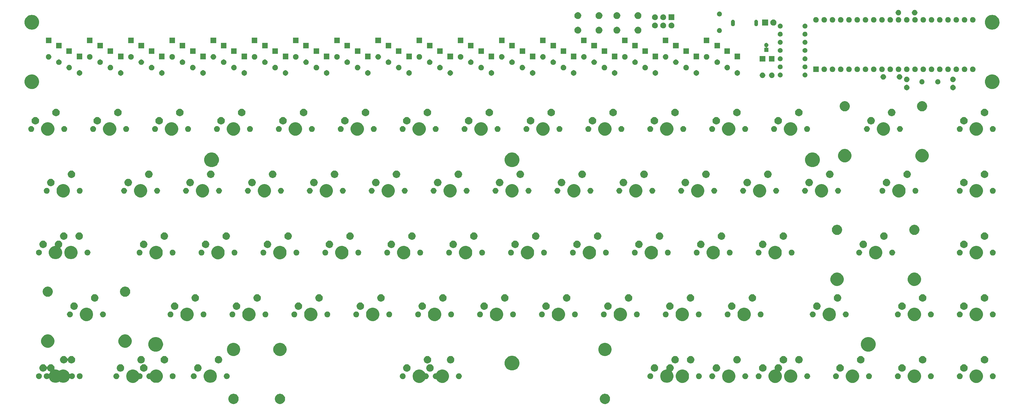
<source format=gbr>
G04 #@! TF.GenerationSoftware,KiCad,Pcbnew,(5.1.5)-3*
G04 #@! TF.CreationDate,2020-02-02T09:21:11-06:00*
G04 #@! TF.ProjectId,USB Screw MOD,55534220-5363-4726-9577-204d4f442e6b,rev?*
G04 #@! TF.SameCoordinates,Original*
G04 #@! TF.FileFunction,Soldermask,Bot*
G04 #@! TF.FilePolarity,Negative*
%FSLAX46Y46*%
G04 Gerber Fmt 4.6, Leading zero omitted, Abs format (unit mm)*
G04 Created by KiCad (PCBNEW (5.1.5)-3) date 2020-02-02 09:21:11*
%MOMM*%
%LPD*%
G04 APERTURE LIST*
%ADD10C,0.100000*%
G04 APERTURE END LIST*
D10*
G36*
X235124840Y-176421903D02*
G01*
X235276984Y-176452166D01*
X235395710Y-176501344D01*
X235563614Y-176570892D01*
X235563615Y-176570893D01*
X235821577Y-176743257D01*
X236040956Y-176962636D01*
X236156126Y-177135001D01*
X236213321Y-177220599D01*
X236332047Y-177507230D01*
X236392573Y-177811515D01*
X236392573Y-178121765D01*
X236332047Y-178426050D01*
X236213321Y-178712681D01*
X236213320Y-178712682D01*
X236040956Y-178970644D01*
X235821577Y-179190023D01*
X235649212Y-179305193D01*
X235563614Y-179362388D01*
X235395710Y-179431936D01*
X235276984Y-179481114D01*
X234972698Y-179541640D01*
X234656098Y-179541640D01*
X234503956Y-179511377D01*
X234351812Y-179481114D01*
X234233086Y-179431936D01*
X234065182Y-179362388D01*
X233979584Y-179305193D01*
X233807219Y-179190023D01*
X233587840Y-178970644D01*
X233415476Y-178712682D01*
X233415475Y-178712681D01*
X233296749Y-178426050D01*
X233236223Y-178121765D01*
X233236223Y-177811515D01*
X233296749Y-177507230D01*
X233415475Y-177220599D01*
X233472670Y-177135001D01*
X233587840Y-176962636D01*
X233807219Y-176743257D01*
X234065181Y-176570893D01*
X234065182Y-176570892D01*
X234233086Y-176501344D01*
X234351812Y-176452166D01*
X234656098Y-176391640D01*
X234972698Y-176391640D01*
X235124840Y-176421903D01*
G37*
G36*
X120824840Y-176421903D02*
G01*
X120976984Y-176452166D01*
X121095710Y-176501344D01*
X121263614Y-176570892D01*
X121263615Y-176570893D01*
X121521577Y-176743257D01*
X121740956Y-176962636D01*
X121856126Y-177135001D01*
X121913321Y-177220599D01*
X122032047Y-177507230D01*
X122092573Y-177811515D01*
X122092573Y-178121765D01*
X122032047Y-178426050D01*
X121913321Y-178712681D01*
X121913320Y-178712682D01*
X121740956Y-178970644D01*
X121521577Y-179190023D01*
X121349212Y-179305193D01*
X121263614Y-179362388D01*
X121095710Y-179431936D01*
X120976984Y-179481114D01*
X120824840Y-179511377D01*
X120672698Y-179541640D01*
X120362448Y-179541640D01*
X120210306Y-179511377D01*
X120058162Y-179481114D01*
X119939436Y-179431936D01*
X119771532Y-179362388D01*
X119685934Y-179305193D01*
X119513569Y-179190023D01*
X119294190Y-178970644D01*
X119121826Y-178712682D01*
X119121825Y-178712681D01*
X119003099Y-178426050D01*
X118942573Y-178121765D01*
X118942573Y-177811515D01*
X119003099Y-177507230D01*
X119121825Y-177220599D01*
X119179020Y-177135001D01*
X119294190Y-176962636D01*
X119513569Y-176743257D01*
X119771531Y-176570893D01*
X119771532Y-176570892D01*
X119939436Y-176501344D01*
X120058162Y-176452166D01*
X120210306Y-176421903D01*
X120362448Y-176391640D01*
X120672698Y-176391640D01*
X120824840Y-176421903D01*
G37*
G36*
X135118690Y-176421903D02*
G01*
X135270834Y-176452166D01*
X135389560Y-176501344D01*
X135557464Y-176570892D01*
X135557465Y-176570893D01*
X135815427Y-176743257D01*
X136034806Y-176962636D01*
X136149976Y-177135001D01*
X136207171Y-177220599D01*
X136325897Y-177507230D01*
X136386423Y-177811515D01*
X136386423Y-178121765D01*
X136325897Y-178426050D01*
X136207171Y-178712681D01*
X136207170Y-178712682D01*
X136034806Y-178970644D01*
X135815427Y-179190023D01*
X135643062Y-179305193D01*
X135557464Y-179362388D01*
X135389560Y-179431936D01*
X135270834Y-179481114D01*
X135118690Y-179511377D01*
X134966548Y-179541640D01*
X134656298Y-179541640D01*
X134504156Y-179511377D01*
X134352012Y-179481114D01*
X134233286Y-179431936D01*
X134065382Y-179362388D01*
X133979784Y-179305193D01*
X133807419Y-179190023D01*
X133588040Y-178970644D01*
X133415676Y-178712682D01*
X133415675Y-178712681D01*
X133296949Y-178426050D01*
X133236423Y-178121765D01*
X133236423Y-177811515D01*
X133296949Y-177507230D01*
X133415675Y-177220599D01*
X133472870Y-177135001D01*
X133588040Y-176962636D01*
X133807419Y-176743257D01*
X134065381Y-176570893D01*
X134065382Y-176570892D01*
X134233286Y-176501344D01*
X134352012Y-176452166D01*
X134504156Y-176421903D01*
X134656298Y-176391640D01*
X134966548Y-176391640D01*
X135118690Y-176421903D01*
G37*
G36*
X178265827Y-169009458D02*
G01*
X178639084Y-169164066D01*
X178639086Y-169164067D01*
X178975009Y-169388524D01*
X179260689Y-169674204D01*
X179479954Y-170002356D01*
X179491089Y-170019022D01*
X179506634Y-170037964D01*
X179525576Y-170053509D01*
X179547187Y-170065060D01*
X179570636Y-170072173D01*
X179595022Y-170074575D01*
X179613556Y-170072750D01*
X179793992Y-170072750D01*
X179815971Y-170077122D01*
X179968062Y-170107374D01*
X180132034Y-170175294D01*
X180279604Y-170273897D01*
X180405103Y-170399396D01*
X180503706Y-170546966D01*
X180571626Y-170710938D01*
X180601323Y-170860238D01*
X180606250Y-170885008D01*
X180606250Y-171062492D01*
X180601323Y-171087262D01*
X180571626Y-171236562D01*
X180503706Y-171400534D01*
X180405103Y-171548104D01*
X180279604Y-171673603D01*
X180132034Y-171772206D01*
X179968062Y-171840126D01*
X179818762Y-171869823D01*
X179793992Y-171874750D01*
X179607065Y-171874750D01*
X179601362Y-171874189D01*
X179576976Y-171876594D01*
X179553528Y-171883709D01*
X179531919Y-171895263D01*
X179512978Y-171910810D01*
X179497435Y-171929754D01*
X179485892Y-171951352D01*
X179485146Y-171953153D01*
X179260689Y-172289076D01*
X178975009Y-172574756D01*
X178639086Y-172799213D01*
X178639085Y-172799214D01*
X178639084Y-172799214D01*
X178265827Y-172953822D01*
X177869580Y-173032640D01*
X177465566Y-173032640D01*
X177069319Y-172953822D01*
X176696062Y-172799214D01*
X176696061Y-172799214D01*
X176696060Y-172799213D01*
X176360137Y-172574756D01*
X176074457Y-172289076D01*
X175850000Y-171953153D01*
X175845104Y-171941333D01*
X175695391Y-171579894D01*
X175616573Y-171183647D01*
X175616573Y-170779633D01*
X175695391Y-170383386D01*
X175849999Y-170010129D01*
X175855193Y-170002356D01*
X176074457Y-169674204D01*
X176360137Y-169388524D01*
X176696060Y-169164067D01*
X176696062Y-169164066D01*
X177069319Y-169009458D01*
X177465566Y-168930640D01*
X177869580Y-168930640D01*
X178265827Y-169009458D01*
G37*
G36*
X273524460Y-169001568D02*
G01*
X273888229Y-169152246D01*
X273897719Y-169156177D01*
X274233642Y-169380634D01*
X274519322Y-169666314D01*
X274741154Y-169998308D01*
X274743780Y-170002239D01*
X274898388Y-170375496D01*
X274977206Y-170771743D01*
X274977206Y-171175757D01*
X274898388Y-171572004D01*
X274746839Y-171937876D01*
X274743779Y-171945263D01*
X274519322Y-172281186D01*
X274233642Y-172566866D01*
X273897719Y-172791323D01*
X273897718Y-172791324D01*
X273897717Y-172791324D01*
X273524460Y-172945932D01*
X273128213Y-173024750D01*
X272724199Y-173024750D01*
X272327952Y-172945932D01*
X271954695Y-172791324D01*
X271954694Y-172791324D01*
X271954693Y-172791323D01*
X271618770Y-172566866D01*
X271333090Y-172281186D01*
X271108633Y-171945263D01*
X271105573Y-171937876D01*
X270954024Y-171572004D01*
X270875206Y-171175757D01*
X270875206Y-170771743D01*
X270954024Y-170375496D01*
X271108632Y-170002239D01*
X271111259Y-169998308D01*
X271333090Y-169666314D01*
X271618770Y-169380634D01*
X271954693Y-169156177D01*
X271964183Y-169152246D01*
X272327952Y-169001568D01*
X272724199Y-168922750D01*
X273128213Y-168922750D01*
X273524460Y-169001568D01*
G37*
G36*
X349689504Y-169001568D02*
G01*
X350053273Y-169152246D01*
X350062763Y-169156177D01*
X350398686Y-169380634D01*
X350684366Y-169666314D01*
X350906198Y-169998308D01*
X350908824Y-170002239D01*
X351063432Y-170375496D01*
X351142250Y-170771743D01*
X351142250Y-171175757D01*
X351063432Y-171572004D01*
X350911883Y-171937876D01*
X350908823Y-171945263D01*
X350684366Y-172281186D01*
X350398686Y-172566866D01*
X350062763Y-172791323D01*
X350062762Y-172791324D01*
X350062761Y-172791324D01*
X349689504Y-172945932D01*
X349293257Y-173024750D01*
X348889243Y-173024750D01*
X348492996Y-172945932D01*
X348119739Y-172791324D01*
X348119738Y-172791324D01*
X348119737Y-172791323D01*
X347783814Y-172566866D01*
X347498134Y-172281186D01*
X347273677Y-171945263D01*
X347270617Y-171937876D01*
X347119068Y-171572004D01*
X347040250Y-171175757D01*
X347040250Y-170771743D01*
X347119068Y-170375496D01*
X347273676Y-170002239D01*
X347276303Y-169998308D01*
X347498134Y-169666314D01*
X347783814Y-169380634D01*
X348119737Y-169156177D01*
X348129227Y-169152246D01*
X348492996Y-169001568D01*
X348889243Y-168922750D01*
X349293257Y-168922750D01*
X349689504Y-169001568D01*
G37*
G36*
X330639504Y-169001568D02*
G01*
X331003273Y-169152246D01*
X331012763Y-169156177D01*
X331348686Y-169380634D01*
X331634366Y-169666314D01*
X331856198Y-169998308D01*
X331858824Y-170002239D01*
X332013432Y-170375496D01*
X332092250Y-170771743D01*
X332092250Y-171175757D01*
X332013432Y-171572004D01*
X331861883Y-171937876D01*
X331858823Y-171945263D01*
X331634366Y-172281186D01*
X331348686Y-172566866D01*
X331012763Y-172791323D01*
X331012762Y-172791324D01*
X331012761Y-172791324D01*
X330639504Y-172945932D01*
X330243257Y-173024750D01*
X329839243Y-173024750D01*
X329442996Y-172945932D01*
X329069739Y-172791324D01*
X329069738Y-172791324D01*
X329069737Y-172791323D01*
X328733814Y-172566866D01*
X328448134Y-172281186D01*
X328223677Y-171945263D01*
X328220617Y-171937876D01*
X328069068Y-171572004D01*
X327990250Y-171175757D01*
X327990250Y-170771743D01*
X328069068Y-170375496D01*
X328223676Y-170002239D01*
X328226303Y-169998308D01*
X328448134Y-169666314D01*
X328733814Y-169380634D01*
X329069737Y-169156177D01*
X329079227Y-169152246D01*
X329442996Y-169001568D01*
X329839243Y-168922750D01*
X330243257Y-168922750D01*
X330639504Y-169001568D01*
G37*
G36*
X311589504Y-169001568D02*
G01*
X311953273Y-169152246D01*
X311962763Y-169156177D01*
X312298686Y-169380634D01*
X312584366Y-169666314D01*
X312806198Y-169998308D01*
X312808824Y-170002239D01*
X312963432Y-170375496D01*
X313042250Y-170771743D01*
X313042250Y-171175757D01*
X312963432Y-171572004D01*
X312811883Y-171937876D01*
X312808823Y-171945263D01*
X312584366Y-172281186D01*
X312298686Y-172566866D01*
X311962763Y-172791323D01*
X311962762Y-172791324D01*
X311962761Y-172791324D01*
X311589504Y-172945932D01*
X311193257Y-173024750D01*
X310789243Y-173024750D01*
X310392996Y-172945932D01*
X310019739Y-172791324D01*
X310019738Y-172791324D01*
X310019737Y-172791323D01*
X309683814Y-172566866D01*
X309398134Y-172281186D01*
X309173677Y-171945263D01*
X309170617Y-171937876D01*
X309019068Y-171572004D01*
X308940250Y-171175757D01*
X308940250Y-170771743D01*
X309019068Y-170375496D01*
X309173676Y-170002239D01*
X309176303Y-169998308D01*
X309398134Y-169666314D01*
X309683814Y-169380634D01*
X310019737Y-169156177D01*
X310029227Y-169152246D01*
X310392996Y-169001568D01*
X310789243Y-168922750D01*
X311193257Y-168922750D01*
X311589504Y-169001568D01*
G37*
G36*
X90133304Y-169001568D02*
G01*
X90497073Y-169152246D01*
X90506563Y-169156177D01*
X90842486Y-169380634D01*
X91128166Y-169666314D01*
X91352623Y-170002237D01*
X91352672Y-170002356D01*
X91364222Y-170023967D01*
X91379766Y-170042910D01*
X91398707Y-170058456D01*
X91420318Y-170070008D01*
X91443766Y-170077122D01*
X91468152Y-170079525D01*
X91492539Y-170077124D01*
X91534290Y-170068819D01*
X91711773Y-170068819D01*
X91717750Y-170070008D01*
X91885843Y-170103443D01*
X92049815Y-170171363D01*
X92197385Y-170269966D01*
X92322884Y-170395465D01*
X92421487Y-170543035D01*
X92489407Y-170707007D01*
X92524031Y-170881078D01*
X92524031Y-171058560D01*
X92489407Y-171232631D01*
X92421487Y-171396603D01*
X92322884Y-171544173D01*
X92197385Y-171669672D01*
X92049815Y-171768275D01*
X91885843Y-171836195D01*
X91745833Y-171864044D01*
X91711773Y-171870819D01*
X91534289Y-171870819D01*
X91495553Y-171863114D01*
X91471167Y-171860712D01*
X91446781Y-171863114D01*
X91423332Y-171870227D01*
X91401721Y-171881778D01*
X91382779Y-171897324D01*
X91367234Y-171916266D01*
X91355683Y-171937876D01*
X91352624Y-171945262D01*
X91347352Y-171953152D01*
X91128166Y-172281186D01*
X90842486Y-172566866D01*
X90506563Y-172791323D01*
X90506562Y-172791324D01*
X90506561Y-172791324D01*
X90133304Y-172945932D01*
X89737057Y-173024750D01*
X89333043Y-173024750D01*
X88936796Y-172945932D01*
X88563539Y-172791324D01*
X88563538Y-172791324D01*
X88563537Y-172791323D01*
X88227614Y-172566866D01*
X87941934Y-172281186D01*
X87717477Y-171945263D01*
X87714417Y-171937876D01*
X87562868Y-171572004D01*
X87484050Y-171175757D01*
X87484050Y-170771743D01*
X87562868Y-170375496D01*
X87717476Y-170002239D01*
X87720103Y-169998308D01*
X87941934Y-169666314D01*
X88227614Y-169380634D01*
X88563537Y-169156177D01*
X88573027Y-169152246D01*
X88936796Y-169001568D01*
X89333043Y-168922750D01*
X89737057Y-168922750D01*
X90133304Y-169001568D01*
G37*
G36*
X259242190Y-169001568D02*
G01*
X259605959Y-169152246D01*
X259615449Y-169156177D01*
X259951372Y-169380634D01*
X260237052Y-169666314D01*
X260458884Y-169998308D01*
X260461510Y-170002239D01*
X260616118Y-170375496D01*
X260694936Y-170771743D01*
X260694936Y-171175757D01*
X260616118Y-171572004D01*
X260464569Y-171937876D01*
X260461509Y-171945263D01*
X260237052Y-172281186D01*
X259951372Y-172566866D01*
X259615449Y-172791323D01*
X259615448Y-172791324D01*
X259615447Y-172791324D01*
X259242190Y-172945932D01*
X258845943Y-173024750D01*
X258441929Y-173024750D01*
X258045682Y-172945932D01*
X257672425Y-172791324D01*
X257672424Y-172791324D01*
X257672423Y-172791323D01*
X257336500Y-172566866D01*
X257050820Y-172281186D01*
X256826363Y-171945263D01*
X256823303Y-171937876D01*
X256671754Y-171572004D01*
X256592936Y-171175757D01*
X256592936Y-170771743D01*
X256671754Y-170375496D01*
X256826362Y-170002239D01*
X256828989Y-169998308D01*
X257050820Y-169666314D01*
X257336500Y-169380634D01*
X257672423Y-169156177D01*
X257681913Y-169152246D01*
X258045682Y-169001568D01*
X258441929Y-168922750D01*
X258845943Y-168922750D01*
X259242190Y-169001568D01*
G37*
G36*
X185383504Y-169001568D02*
G01*
X185747273Y-169152246D01*
X185756763Y-169156177D01*
X186092686Y-169380634D01*
X186378366Y-169666314D01*
X186600198Y-169998308D01*
X186602824Y-170002239D01*
X186757432Y-170375496D01*
X186836250Y-170771743D01*
X186836250Y-171175757D01*
X186757432Y-171572004D01*
X186605883Y-171937876D01*
X186602823Y-171945263D01*
X186378366Y-172281186D01*
X186092686Y-172566866D01*
X185756763Y-172791323D01*
X185756762Y-172791324D01*
X185756761Y-172791324D01*
X185383504Y-172945932D01*
X184987257Y-173024750D01*
X184583243Y-173024750D01*
X184186996Y-172945932D01*
X183813739Y-172791324D01*
X183813738Y-172791324D01*
X183813737Y-172791323D01*
X183477814Y-172566866D01*
X183192134Y-172281186D01*
X182967677Y-171945263D01*
X182967676Y-171945261D01*
X182961734Y-171936368D01*
X182946189Y-171917426D01*
X182927247Y-171901881D01*
X182905636Y-171890330D01*
X182882187Y-171883217D01*
X182857801Y-171880815D01*
X182839267Y-171882640D01*
X182658831Y-171882640D01*
X182628436Y-171876594D01*
X182484761Y-171848016D01*
X182320789Y-171780096D01*
X182173219Y-171681493D01*
X182047720Y-171555994D01*
X181949117Y-171408424D01*
X181881197Y-171244452D01*
X181846573Y-171070381D01*
X181846573Y-170892899D01*
X181848143Y-170885008D01*
X181851500Y-170868128D01*
X181881197Y-170718828D01*
X181949117Y-170554856D01*
X182047720Y-170407286D01*
X182173219Y-170281787D01*
X182320789Y-170183184D01*
X182484761Y-170115264D01*
X182647686Y-170082857D01*
X182658831Y-170080640D01*
X182845758Y-170080640D01*
X182851461Y-170081201D01*
X182875847Y-170078796D01*
X182899295Y-170071681D01*
X182920904Y-170060127D01*
X182939845Y-170044580D01*
X182955388Y-170025636D01*
X182966931Y-170004038D01*
X182967628Y-170002356D01*
X182967677Y-170002237D01*
X183192134Y-169666314D01*
X183477814Y-169380634D01*
X183813737Y-169156177D01*
X183823227Y-169152246D01*
X184186996Y-169001568D01*
X184583243Y-168922750D01*
X184987257Y-168922750D01*
X185383504Y-169001568D01*
G37*
G36*
X288375485Y-167290640D02*
G01*
X288507262Y-167316852D01*
X288716731Y-167403617D01*
X288905248Y-167529580D01*
X289065568Y-167689900D01*
X289191531Y-167878417D01*
X289278296Y-168087886D01*
X289300412Y-168199071D01*
X289322528Y-168310255D01*
X289322528Y-168536985D01*
X289300412Y-168648169D01*
X289278296Y-168759354D01*
X289191531Y-168968823D01*
X289065568Y-169157340D01*
X288905248Y-169317660D01*
X288755745Y-169417555D01*
X288736805Y-169433098D01*
X288721259Y-169452040D01*
X288709708Y-169473651D01*
X288702595Y-169497100D01*
X288700193Y-169521486D01*
X288702595Y-169545872D01*
X288709708Y-169569321D01*
X288721259Y-169590931D01*
X288736804Y-169609874D01*
X288793244Y-169666314D01*
X289015076Y-169998308D01*
X289017702Y-170002239D01*
X289172310Y-170375496D01*
X289251128Y-170771743D01*
X289251128Y-171175757D01*
X289172310Y-171572004D01*
X289020761Y-171937876D01*
X289017701Y-171945263D01*
X288793244Y-172281186D01*
X288507564Y-172566866D01*
X288171641Y-172791323D01*
X288171640Y-172791324D01*
X288171639Y-172791324D01*
X287798382Y-172945932D01*
X287402135Y-173024750D01*
X286998121Y-173024750D01*
X286601874Y-172945932D01*
X286228617Y-172791324D01*
X286228616Y-172791324D01*
X286228615Y-172791323D01*
X285892692Y-172566866D01*
X285607012Y-172281186D01*
X285382555Y-171945263D01*
X285379495Y-171937876D01*
X285227946Y-171572004D01*
X285149128Y-171175757D01*
X285149128Y-170771743D01*
X285227946Y-170375496D01*
X285382554Y-170002239D01*
X285385181Y-169998308D01*
X285607012Y-169666314D01*
X285892692Y-169380634D01*
X286228615Y-169156177D01*
X286238105Y-169152246D01*
X286601874Y-169001568D01*
X286972832Y-168927780D01*
X286996281Y-168920667D01*
X287017892Y-168909116D01*
X287036834Y-168893571D01*
X287052379Y-168874629D01*
X287063930Y-168853018D01*
X287071043Y-168829569D01*
X287073445Y-168805183D01*
X287071043Y-168780797D01*
X287065184Y-168761483D01*
X287064761Y-168759356D01*
X287064760Y-168759354D01*
X287032936Y-168599366D01*
X287020528Y-168536985D01*
X287020528Y-168310255D01*
X287042644Y-168199071D01*
X287064760Y-168087886D01*
X287151525Y-167878417D01*
X287277488Y-167689900D01*
X287437808Y-167529580D01*
X287626325Y-167403617D01*
X287835794Y-167316852D01*
X287967571Y-167290640D01*
X288058163Y-167272620D01*
X288284893Y-167272620D01*
X288375485Y-167290640D01*
G37*
G36*
X97301285Y-168997637D02*
G01*
X97674542Y-169152245D01*
X97674544Y-169152246D01*
X97937264Y-169327790D01*
X98010467Y-169376703D01*
X98296147Y-169662383D01*
X98520605Y-169998308D01*
X98675213Y-170371565D01*
X98754031Y-170767812D01*
X98754031Y-171171826D01*
X98675213Y-171568073D01*
X98538833Y-171897324D01*
X98520604Y-171941332D01*
X98296147Y-172277255D01*
X98010467Y-172562935D01*
X97674544Y-172787392D01*
X97674543Y-172787393D01*
X97674542Y-172787393D01*
X97301285Y-172942001D01*
X96905038Y-173020819D01*
X96501024Y-173020819D01*
X96104777Y-172942001D01*
X95731520Y-172787393D01*
X95731519Y-172787393D01*
X95731518Y-172787392D01*
X95395595Y-172562935D01*
X95109915Y-172277255D01*
X94885458Y-171941332D01*
X94885408Y-171941211D01*
X94873859Y-171919602D01*
X94858315Y-171900659D01*
X94839374Y-171885113D01*
X94817763Y-171873561D01*
X94794315Y-171866447D01*
X94769929Y-171864044D01*
X94745542Y-171866445D01*
X94703791Y-171874750D01*
X94526308Y-171874750D01*
X94501538Y-171869823D01*
X94352238Y-171840126D01*
X94188266Y-171772206D01*
X94040696Y-171673603D01*
X93915197Y-171548104D01*
X93816594Y-171400534D01*
X93748674Y-171236562D01*
X93718977Y-171087262D01*
X93714050Y-171062492D01*
X93714050Y-170885008D01*
X93718977Y-170860238D01*
X93748674Y-170710938D01*
X93816594Y-170546966D01*
X93915197Y-170399396D01*
X94040696Y-170273897D01*
X94188266Y-170175294D01*
X94352238Y-170107374D01*
X94504329Y-170077122D01*
X94526308Y-170072750D01*
X94703792Y-170072750D01*
X94742528Y-170080455D01*
X94766914Y-170082857D01*
X94791300Y-170080455D01*
X94814749Y-170073342D01*
X94836360Y-170061791D01*
X94855302Y-170046245D01*
X94870847Y-170027303D01*
X94882398Y-170005693D01*
X94885457Y-169998307D01*
X95109915Y-169662383D01*
X95395595Y-169376703D01*
X95468798Y-169327790D01*
X95731518Y-169152246D01*
X95731520Y-169152245D01*
X96104777Y-168997637D01*
X96501024Y-168918819D01*
X96905038Y-168918819D01*
X97301285Y-168997637D01*
G37*
G36*
X113945704Y-168991438D02*
G01*
X114318961Y-169146046D01*
X114318963Y-169146047D01*
X114585077Y-169323859D01*
X114654886Y-169370504D01*
X114940566Y-169656184D01*
X115165024Y-169992109D01*
X115319632Y-170365366D01*
X115398450Y-170761613D01*
X115398450Y-171165627D01*
X115319632Y-171561874D01*
X115171456Y-171919602D01*
X115165023Y-171935133D01*
X114940566Y-172271056D01*
X114654886Y-172556736D01*
X114318963Y-172781193D01*
X114318962Y-172781194D01*
X114318961Y-172781194D01*
X113945704Y-172935802D01*
X113549457Y-173014620D01*
X113145443Y-173014620D01*
X112749196Y-172935802D01*
X112375939Y-172781194D01*
X112375938Y-172781194D01*
X112375937Y-172781193D01*
X112040014Y-172556736D01*
X111754334Y-172271056D01*
X111529877Y-171935133D01*
X111523444Y-171919602D01*
X111375268Y-171561874D01*
X111296450Y-171165627D01*
X111296450Y-170761613D01*
X111375268Y-170365366D01*
X111529876Y-169992109D01*
X111754334Y-169656184D01*
X112040014Y-169370504D01*
X112109823Y-169323859D01*
X112375937Y-169146047D01*
X112375939Y-169146046D01*
X112749196Y-168991438D01*
X113145443Y-168912620D01*
X113549457Y-168912620D01*
X113945704Y-168991438D01*
G37*
G36*
X254986966Y-167290640D02*
G01*
X255169670Y-167326982D01*
X255317786Y-167388334D01*
X255369647Y-167409815D01*
X255379139Y-167413747D01*
X255567656Y-167539710D01*
X255727976Y-167700030D01*
X255853939Y-167888547D01*
X255940704Y-168098016D01*
X255962820Y-168209201D01*
X255984936Y-168320385D01*
X255984936Y-168547115D01*
X255962820Y-168658299D01*
X255940704Y-168769484D01*
X255853939Y-168978953D01*
X255727976Y-169167470D01*
X255567656Y-169327790D01*
X255490892Y-169379082D01*
X255435304Y-169416225D01*
X255416362Y-169431771D01*
X255400817Y-169450713D01*
X255389266Y-169472323D01*
X255382153Y-169495772D01*
X255379751Y-169520158D01*
X255382153Y-169544545D01*
X255389266Y-169567993D01*
X255400817Y-169589604D01*
X255416362Y-169608546D01*
X255464000Y-169656184D01*
X255688458Y-169992109D01*
X255843066Y-170365366D01*
X255921884Y-170761613D01*
X255921884Y-171165627D01*
X255843066Y-171561874D01*
X255694890Y-171919602D01*
X255688457Y-171935133D01*
X255464000Y-172271056D01*
X255178320Y-172556736D01*
X254842397Y-172781193D01*
X254842396Y-172781194D01*
X254842395Y-172781194D01*
X254469138Y-172935802D01*
X254072891Y-173014620D01*
X253668877Y-173014620D01*
X253272630Y-172935802D01*
X252899373Y-172781194D01*
X252899372Y-172781194D01*
X252899371Y-172781193D01*
X252563448Y-172556736D01*
X252277768Y-172271056D01*
X252053311Y-171935133D01*
X252046878Y-171919602D01*
X251898702Y-171561874D01*
X251819884Y-171165627D01*
X251819884Y-170761613D01*
X251898702Y-170365366D01*
X252053310Y-169992109D01*
X252277768Y-169656184D01*
X252563448Y-169370504D01*
X252633257Y-169323859D01*
X252899371Y-169146047D01*
X252899373Y-169146046D01*
X253272630Y-168991438D01*
X253629740Y-168920405D01*
X253653189Y-168913292D01*
X253674800Y-168901741D01*
X253693741Y-168886196D01*
X253709287Y-168867254D01*
X253720838Y-168845643D01*
X253727951Y-168822194D01*
X253730353Y-168797808D01*
X253727951Y-168773422D01*
X253682936Y-168547115D01*
X253682936Y-168320385D01*
X253705052Y-168209201D01*
X253727168Y-168098016D01*
X253813933Y-167888547D01*
X253939896Y-167700030D01*
X254100216Y-167539710D01*
X254288733Y-167413747D01*
X254298226Y-167409815D01*
X254350086Y-167388334D01*
X254498202Y-167326982D01*
X254680906Y-167290640D01*
X254720571Y-167282750D01*
X254947301Y-167282750D01*
X254986966Y-167290640D01*
G37*
G36*
X62116407Y-167290640D02*
G01*
X62248184Y-167316852D01*
X62457653Y-167403617D01*
X62646170Y-167529580D01*
X62806490Y-167689900D01*
X62818531Y-167707921D01*
X62932454Y-167878419D01*
X62987591Y-168011532D01*
X62999142Y-168033143D01*
X63014687Y-168052084D01*
X63033629Y-168067630D01*
X63055240Y-168079181D01*
X63078689Y-168086294D01*
X63103075Y-168088696D01*
X63127461Y-168086294D01*
X63150910Y-168079181D01*
X63172521Y-168067630D01*
X63191462Y-168052085D01*
X63207008Y-168033143D01*
X63218559Y-168011532D01*
X63273696Y-167878419D01*
X63387619Y-167707921D01*
X63399660Y-167689900D01*
X63559980Y-167529580D01*
X63748497Y-167403617D01*
X63957966Y-167316852D01*
X64089743Y-167290640D01*
X64180335Y-167272620D01*
X64407065Y-167272620D01*
X64497657Y-167290640D01*
X64629434Y-167316852D01*
X64838903Y-167403617D01*
X65027420Y-167529580D01*
X65187740Y-167689900D01*
X65313703Y-167878417D01*
X65400468Y-168087886D01*
X65422584Y-168199071D01*
X65444700Y-168310255D01*
X65444700Y-168536985D01*
X65399696Y-168763235D01*
X65397294Y-168787621D01*
X65399696Y-168812007D01*
X65406809Y-168835456D01*
X65418360Y-168857067D01*
X65433905Y-168876009D01*
X65452847Y-168891554D01*
X65474458Y-168903105D01*
X65497907Y-168910218D01*
X65522293Y-168912620D01*
X65924457Y-168912620D01*
X66320704Y-168991438D01*
X66693961Y-169146046D01*
X66693963Y-169146047D01*
X66788343Y-169209110D01*
X66843629Y-169246051D01*
X66865240Y-169257602D01*
X66888689Y-169264715D01*
X66913075Y-169267117D01*
X66937461Y-169264715D01*
X66960910Y-169257602D01*
X66982521Y-169246051D01*
X67037807Y-169209110D01*
X67132187Y-169146047D01*
X67132189Y-169146046D01*
X67505446Y-168991438D01*
X67901693Y-168912620D01*
X68305707Y-168912620D01*
X68701954Y-168991438D01*
X69075211Y-169146046D01*
X69075213Y-169146047D01*
X69341327Y-169323859D01*
X69411136Y-169370504D01*
X69696816Y-169656184D01*
X69921274Y-169992109D01*
X70019117Y-170228323D01*
X70030668Y-170249934D01*
X70046213Y-170268876D01*
X70065155Y-170284421D01*
X70086766Y-170295972D01*
X70110215Y-170303085D01*
X70134601Y-170305487D01*
X70158987Y-170303085D01*
X70182436Y-170295972D01*
X70204047Y-170284421D01*
X70222978Y-170268885D01*
X70228096Y-170263767D01*
X70375666Y-170165164D01*
X70539638Y-170097244D01*
X70688938Y-170067547D01*
X70713708Y-170062620D01*
X70891192Y-170062620D01*
X70915962Y-170067547D01*
X71065262Y-170097244D01*
X71229234Y-170165164D01*
X71376804Y-170263767D01*
X71502303Y-170389266D01*
X71600906Y-170536836D01*
X71668826Y-170700808D01*
X71684505Y-170779634D01*
X71703450Y-170874878D01*
X71703450Y-171052362D01*
X71698523Y-171077132D01*
X71668826Y-171226432D01*
X71600906Y-171390404D01*
X71502303Y-171537974D01*
X71376804Y-171663473D01*
X71229234Y-171762076D01*
X71065262Y-171829996D01*
X70915962Y-171859693D01*
X70891192Y-171864620D01*
X70713708Y-171864620D01*
X70688938Y-171859693D01*
X70539638Y-171829996D01*
X70375666Y-171762076D01*
X70228096Y-171663473D01*
X70222978Y-171658355D01*
X70204047Y-171642819D01*
X70182436Y-171631268D01*
X70158987Y-171624155D01*
X70134601Y-171621753D01*
X70110215Y-171624155D01*
X70086766Y-171631268D01*
X70065155Y-171642819D01*
X70046213Y-171658364D01*
X70030668Y-171677306D01*
X70019117Y-171698917D01*
X69927706Y-171919602D01*
X69921273Y-171935133D01*
X69696816Y-172271056D01*
X69411136Y-172556736D01*
X69075213Y-172781193D01*
X69075212Y-172781194D01*
X69075211Y-172781194D01*
X68701954Y-172935802D01*
X68305707Y-173014620D01*
X67901693Y-173014620D01*
X67505446Y-172935802D01*
X67132189Y-172781194D01*
X67132188Y-172781194D01*
X67132187Y-172781193D01*
X66982520Y-172681188D01*
X66960910Y-172669638D01*
X66937461Y-172662525D01*
X66913075Y-172660123D01*
X66888689Y-172662525D01*
X66865240Y-172669638D01*
X66843630Y-172681188D01*
X66693963Y-172781193D01*
X66693962Y-172781194D01*
X66693961Y-172781194D01*
X66320704Y-172935802D01*
X65924457Y-173014620D01*
X65520443Y-173014620D01*
X65124196Y-172935802D01*
X64750939Y-172781194D01*
X64750938Y-172781194D01*
X64750937Y-172781193D01*
X64415014Y-172556736D01*
X64129334Y-172271056D01*
X63904877Y-171935133D01*
X63898444Y-171919602D01*
X63807033Y-171698917D01*
X63795482Y-171677306D01*
X63779937Y-171658364D01*
X63760995Y-171642819D01*
X63739384Y-171631268D01*
X63715935Y-171624155D01*
X63691549Y-171621753D01*
X63667163Y-171624155D01*
X63643714Y-171631268D01*
X63622103Y-171642819D01*
X63603172Y-171658355D01*
X63598054Y-171663473D01*
X63450484Y-171762076D01*
X63286512Y-171829996D01*
X63137212Y-171859693D01*
X63112442Y-171864620D01*
X62934958Y-171864620D01*
X62910188Y-171859693D01*
X62760888Y-171829996D01*
X62596916Y-171762076D01*
X62449346Y-171663473D01*
X62323847Y-171537974D01*
X62225244Y-171390404D01*
X62157324Y-171226432D01*
X62127627Y-171077132D01*
X62122700Y-171052362D01*
X62122700Y-170874878D01*
X62141645Y-170779634D01*
X62157324Y-170700808D01*
X62225244Y-170536836D01*
X62323847Y-170389266D01*
X62449346Y-170263767D01*
X62596916Y-170165164D01*
X62760888Y-170097244D01*
X62910188Y-170067547D01*
X62934958Y-170062620D01*
X63112442Y-170062620D01*
X63137212Y-170067547D01*
X63286512Y-170097244D01*
X63450484Y-170165164D01*
X63598054Y-170263767D01*
X63603172Y-170268885D01*
X63622103Y-170284421D01*
X63643714Y-170295972D01*
X63667163Y-170303085D01*
X63691549Y-170305487D01*
X63715935Y-170303085D01*
X63739384Y-170295972D01*
X63760995Y-170284421D01*
X63779937Y-170268876D01*
X63795482Y-170249934D01*
X63807033Y-170228323D01*
X63904876Y-169992109D01*
X64079490Y-169730781D01*
X64091041Y-169709170D01*
X64098154Y-169685721D01*
X64100556Y-169661335D01*
X64098154Y-169636949D01*
X64091041Y-169613500D01*
X64079490Y-169591889D01*
X64063945Y-169572947D01*
X64045003Y-169557402D01*
X64023392Y-169545851D01*
X63999944Y-169538738D01*
X63957966Y-169530388D01*
X63748499Y-169443624D01*
X63748498Y-169443624D01*
X63748497Y-169443623D01*
X63559980Y-169317660D01*
X63399660Y-169157340D01*
X63273697Y-168968823D01*
X63248966Y-168909116D01*
X63218559Y-168835708D01*
X63207008Y-168814097D01*
X63191463Y-168795156D01*
X63172521Y-168779610D01*
X63150910Y-168768059D01*
X63127461Y-168760946D01*
X63103075Y-168758544D01*
X63078689Y-168760946D01*
X63055240Y-168768059D01*
X63033629Y-168779610D01*
X63014688Y-168795155D01*
X62999142Y-168814097D01*
X62987591Y-168835708D01*
X62957185Y-168909116D01*
X62932453Y-168968823D01*
X62806490Y-169157340D01*
X62646170Y-169317660D01*
X62457653Y-169443623D01*
X62457652Y-169443624D01*
X62457651Y-169443624D01*
X62437333Y-169452040D01*
X62248184Y-169530388D01*
X62170446Y-169545851D01*
X62025815Y-169574620D01*
X61799085Y-169574620D01*
X61654454Y-169545851D01*
X61576716Y-169530388D01*
X61387567Y-169452040D01*
X61367249Y-169443624D01*
X61367248Y-169443624D01*
X61367247Y-169443623D01*
X61178730Y-169317660D01*
X61018410Y-169157340D01*
X60892447Y-168968823D01*
X60805682Y-168759354D01*
X60783566Y-168648169D01*
X60761450Y-168536985D01*
X60761450Y-168310255D01*
X60783566Y-168199071D01*
X60805682Y-168087886D01*
X60892447Y-167878417D01*
X61018410Y-167689900D01*
X61178730Y-167529580D01*
X61367247Y-167403617D01*
X61576716Y-167316852D01*
X61708493Y-167290640D01*
X61799085Y-167272620D01*
X62025815Y-167272620D01*
X62116407Y-167290640D01*
G37*
G36*
X292579782Y-168991438D02*
G01*
X292953039Y-169146046D01*
X292953041Y-169146047D01*
X293219155Y-169323859D01*
X293288964Y-169370504D01*
X293574644Y-169656184D01*
X293799102Y-169992109D01*
X293953710Y-170365366D01*
X294032528Y-170761613D01*
X294032528Y-171165627D01*
X293953710Y-171561874D01*
X293805534Y-171919602D01*
X293799101Y-171935133D01*
X293574644Y-172271056D01*
X293288964Y-172556736D01*
X292953041Y-172781193D01*
X292953040Y-172781194D01*
X292953039Y-172781194D01*
X292579782Y-172935802D01*
X292183535Y-173014620D01*
X291779521Y-173014620D01*
X291383274Y-172935802D01*
X291010017Y-172781194D01*
X291010016Y-172781194D01*
X291010015Y-172781193D01*
X290674092Y-172556736D01*
X290388412Y-172271056D01*
X290163955Y-171935133D01*
X290157522Y-171919602D01*
X290009346Y-171561874D01*
X289930528Y-171165627D01*
X289930528Y-170761613D01*
X290009346Y-170365366D01*
X290163954Y-169992109D01*
X290388412Y-169656184D01*
X290674092Y-169370504D01*
X290743901Y-169323859D01*
X291010015Y-169146047D01*
X291010017Y-169146046D01*
X291383274Y-168991438D01*
X291779521Y-168912620D01*
X292183535Y-168912620D01*
X292579782Y-168991438D01*
G37*
G36*
X172687460Y-170082857D02*
G01*
X172850385Y-170115264D01*
X173014357Y-170183184D01*
X173161927Y-170281787D01*
X173287426Y-170407286D01*
X173386029Y-170554856D01*
X173453949Y-170718828D01*
X173483646Y-170868128D01*
X173487004Y-170885008D01*
X173488573Y-170892899D01*
X173488573Y-171070381D01*
X173453949Y-171244452D01*
X173386029Y-171408424D01*
X173287426Y-171555994D01*
X173161927Y-171681493D01*
X173014357Y-171780096D01*
X172850385Y-171848016D01*
X172706710Y-171876594D01*
X172676315Y-171882640D01*
X172498831Y-171882640D01*
X172468436Y-171876594D01*
X172324761Y-171848016D01*
X172160789Y-171780096D01*
X172013219Y-171681493D01*
X171887720Y-171555994D01*
X171789117Y-171408424D01*
X171721197Y-171244452D01*
X171686573Y-171070381D01*
X171686573Y-170892899D01*
X171688143Y-170885008D01*
X171691500Y-170868128D01*
X171721197Y-170718828D01*
X171789117Y-170554856D01*
X171887720Y-170407286D01*
X172013219Y-170281787D01*
X172160789Y-170183184D01*
X172324761Y-170115264D01*
X172487686Y-170082857D01*
X172498831Y-170080640D01*
X172676315Y-170080640D01*
X172687460Y-170082857D01*
G37*
G36*
X84565771Y-170077122D02*
G01*
X84717862Y-170107374D01*
X84881834Y-170175294D01*
X85029404Y-170273897D01*
X85154903Y-170399396D01*
X85253506Y-170546966D01*
X85321426Y-170710938D01*
X85351123Y-170860238D01*
X85356050Y-170885008D01*
X85356050Y-171062492D01*
X85351123Y-171087262D01*
X85321426Y-171236562D01*
X85253506Y-171400534D01*
X85154903Y-171548104D01*
X85029404Y-171673603D01*
X84881834Y-171772206D01*
X84717862Y-171840126D01*
X84568562Y-171869823D01*
X84543792Y-171874750D01*
X84366308Y-171874750D01*
X84341538Y-171869823D01*
X84192238Y-171840126D01*
X84028266Y-171772206D01*
X83880696Y-171673603D01*
X83755197Y-171548104D01*
X83656594Y-171400534D01*
X83588674Y-171236562D01*
X83558977Y-171087262D01*
X83554050Y-171062492D01*
X83554050Y-170885008D01*
X83558977Y-170860238D01*
X83588674Y-170710938D01*
X83656594Y-170546966D01*
X83755197Y-170399396D01*
X83880696Y-170273897D01*
X84028266Y-170175294D01*
X84192238Y-170107374D01*
X84344329Y-170077122D01*
X84366308Y-170072750D01*
X84543792Y-170072750D01*
X84565771Y-170077122D01*
G37*
G36*
X306021971Y-170077122D02*
G01*
X306174062Y-170107374D01*
X306338034Y-170175294D01*
X306485604Y-170273897D01*
X306611103Y-170399396D01*
X306709706Y-170546966D01*
X306777626Y-170710938D01*
X306807323Y-170860238D01*
X306812250Y-170885008D01*
X306812250Y-171062492D01*
X306807323Y-171087262D01*
X306777626Y-171236562D01*
X306709706Y-171400534D01*
X306611103Y-171548104D01*
X306485604Y-171673603D01*
X306338034Y-171772206D01*
X306174062Y-171840126D01*
X306024762Y-171869823D01*
X305999992Y-171874750D01*
X305822508Y-171874750D01*
X305797738Y-171869823D01*
X305648438Y-171840126D01*
X305484466Y-171772206D01*
X305336896Y-171673603D01*
X305211397Y-171548104D01*
X305112794Y-171400534D01*
X305044874Y-171236562D01*
X305015177Y-171087262D01*
X305010250Y-171062492D01*
X305010250Y-170885008D01*
X305015177Y-170860238D01*
X305044874Y-170710938D01*
X305112794Y-170546966D01*
X305211397Y-170399396D01*
X305336896Y-170273897D01*
X305484466Y-170175294D01*
X305648438Y-170107374D01*
X305800529Y-170077122D01*
X305822508Y-170072750D01*
X305999992Y-170072750D01*
X306021971Y-170077122D01*
G37*
G36*
X267956927Y-170077122D02*
G01*
X268109018Y-170107374D01*
X268272990Y-170175294D01*
X268420560Y-170273897D01*
X268546059Y-170399396D01*
X268644662Y-170546966D01*
X268712582Y-170710938D01*
X268742279Y-170860238D01*
X268747206Y-170885008D01*
X268747206Y-171062492D01*
X268742279Y-171087262D01*
X268712582Y-171236562D01*
X268644662Y-171400534D01*
X268546059Y-171548104D01*
X268420560Y-171673603D01*
X268272990Y-171772206D01*
X268109018Y-171840126D01*
X267959718Y-171869823D01*
X267934948Y-171874750D01*
X267757464Y-171874750D01*
X267732694Y-171869823D01*
X267583394Y-171840126D01*
X267419422Y-171772206D01*
X267271852Y-171673603D01*
X267146353Y-171548104D01*
X267047750Y-171400534D01*
X266979830Y-171236562D01*
X266950133Y-171087262D01*
X266945206Y-171062492D01*
X266945206Y-170885008D01*
X266950133Y-170860238D01*
X266979830Y-170710938D01*
X267047750Y-170546966D01*
X267146353Y-170399396D01*
X267271852Y-170273897D01*
X267419422Y-170175294D01*
X267583394Y-170107374D01*
X267735485Y-170077122D01*
X267757464Y-170072750D01*
X267934948Y-170072750D01*
X267956927Y-170077122D01*
G37*
G36*
X263834657Y-170077122D02*
G01*
X263986748Y-170107374D01*
X264150720Y-170175294D01*
X264298290Y-170273897D01*
X264423789Y-170399396D01*
X264522392Y-170546966D01*
X264590312Y-170710938D01*
X264620009Y-170860238D01*
X264624936Y-170885008D01*
X264624936Y-171062492D01*
X264620009Y-171087262D01*
X264590312Y-171236562D01*
X264522392Y-171400534D01*
X264423789Y-171548104D01*
X264298290Y-171673603D01*
X264150720Y-171772206D01*
X263986748Y-171840126D01*
X263837448Y-171869823D01*
X263812678Y-171874750D01*
X263635194Y-171874750D01*
X263610424Y-171869823D01*
X263461124Y-171840126D01*
X263297152Y-171772206D01*
X263149582Y-171673603D01*
X263024083Y-171548104D01*
X262925480Y-171400534D01*
X262857560Y-171236562D01*
X262827863Y-171087262D01*
X262822936Y-171062492D01*
X262822936Y-170885008D01*
X262827863Y-170860238D01*
X262857560Y-170710938D01*
X262925480Y-170546966D01*
X263024083Y-170399396D01*
X263149582Y-170273897D01*
X263297152Y-170175294D01*
X263461124Y-170107374D01*
X263613215Y-170077122D01*
X263635194Y-170072750D01*
X263812678Y-170072750D01*
X263834657Y-170077122D01*
G37*
G36*
X282230849Y-170077122D02*
G01*
X282382940Y-170107374D01*
X282546912Y-170175294D01*
X282694482Y-170273897D01*
X282819981Y-170399396D01*
X282918584Y-170546966D01*
X282986504Y-170710938D01*
X283016201Y-170860238D01*
X283021128Y-170885008D01*
X283021128Y-171062492D01*
X283016201Y-171087262D01*
X282986504Y-171236562D01*
X282918584Y-171400534D01*
X282819981Y-171548104D01*
X282694482Y-171673603D01*
X282546912Y-171772206D01*
X282382940Y-171840126D01*
X282233640Y-171869823D01*
X282208870Y-171874750D01*
X282031386Y-171874750D01*
X282006616Y-171869823D01*
X281857316Y-171840126D01*
X281693344Y-171772206D01*
X281545774Y-171673603D01*
X281420275Y-171548104D01*
X281321672Y-171400534D01*
X281253752Y-171236562D01*
X281224055Y-171087262D01*
X281219128Y-171062492D01*
X281219128Y-170885008D01*
X281224055Y-170860238D01*
X281253752Y-170710938D01*
X281321672Y-170546966D01*
X281420275Y-170399396D01*
X281545774Y-170273897D01*
X281693344Y-170175294D01*
X281857316Y-170107374D01*
X282009407Y-170077122D01*
X282031386Y-170072750D01*
X282208870Y-170072750D01*
X282230849Y-170077122D01*
G37*
G36*
X335231971Y-170077122D02*
G01*
X335384062Y-170107374D01*
X335548034Y-170175294D01*
X335695604Y-170273897D01*
X335821103Y-170399396D01*
X335919706Y-170546966D01*
X335987626Y-170710938D01*
X336017323Y-170860238D01*
X336022250Y-170885008D01*
X336022250Y-171062492D01*
X336017323Y-171087262D01*
X335987626Y-171236562D01*
X335919706Y-171400534D01*
X335821103Y-171548104D01*
X335695604Y-171673603D01*
X335548034Y-171772206D01*
X335384062Y-171840126D01*
X335234762Y-171869823D01*
X335209992Y-171874750D01*
X335032508Y-171874750D01*
X335007738Y-171869823D01*
X334858438Y-171840126D01*
X334694466Y-171772206D01*
X334546896Y-171673603D01*
X334421397Y-171548104D01*
X334322794Y-171400534D01*
X334254874Y-171236562D01*
X334225177Y-171087262D01*
X334220250Y-171062492D01*
X334220250Y-170885008D01*
X334225177Y-170860238D01*
X334254874Y-170710938D01*
X334322794Y-170546966D01*
X334421397Y-170399396D01*
X334546896Y-170273897D01*
X334694466Y-170175294D01*
X334858438Y-170107374D01*
X335010529Y-170077122D01*
X335032508Y-170072750D01*
X335209992Y-170072750D01*
X335231971Y-170077122D01*
G37*
G36*
X325071971Y-170077122D02*
G01*
X325224062Y-170107374D01*
X325388034Y-170175294D01*
X325535604Y-170273897D01*
X325661103Y-170399396D01*
X325759706Y-170546966D01*
X325827626Y-170710938D01*
X325857323Y-170860238D01*
X325862250Y-170885008D01*
X325862250Y-171062492D01*
X325857323Y-171087262D01*
X325827626Y-171236562D01*
X325759706Y-171400534D01*
X325661103Y-171548104D01*
X325535604Y-171673603D01*
X325388034Y-171772206D01*
X325224062Y-171840126D01*
X325074762Y-171869823D01*
X325049992Y-171874750D01*
X324872508Y-171874750D01*
X324847738Y-171869823D01*
X324698438Y-171840126D01*
X324534466Y-171772206D01*
X324386896Y-171673603D01*
X324261397Y-171548104D01*
X324162794Y-171400534D01*
X324094874Y-171236562D01*
X324065177Y-171087262D01*
X324060250Y-171062492D01*
X324060250Y-170885008D01*
X324065177Y-170860238D01*
X324094874Y-170710938D01*
X324162794Y-170546966D01*
X324261397Y-170399396D01*
X324386896Y-170273897D01*
X324534466Y-170175294D01*
X324698438Y-170107374D01*
X324850529Y-170077122D01*
X324872508Y-170072750D01*
X325049992Y-170072750D01*
X325071971Y-170077122D01*
G37*
G36*
X344121971Y-170077122D02*
G01*
X344274062Y-170107374D01*
X344438034Y-170175294D01*
X344585604Y-170273897D01*
X344711103Y-170399396D01*
X344809706Y-170546966D01*
X344877626Y-170710938D01*
X344907323Y-170860238D01*
X344912250Y-170885008D01*
X344912250Y-171062492D01*
X344907323Y-171087262D01*
X344877626Y-171236562D01*
X344809706Y-171400534D01*
X344711103Y-171548104D01*
X344585604Y-171673603D01*
X344438034Y-171772206D01*
X344274062Y-171840126D01*
X344124762Y-171869823D01*
X344099992Y-171874750D01*
X343922508Y-171874750D01*
X343897738Y-171869823D01*
X343748438Y-171840126D01*
X343584466Y-171772206D01*
X343436896Y-171673603D01*
X343311397Y-171548104D01*
X343212794Y-171400534D01*
X343144874Y-171236562D01*
X343115177Y-171087262D01*
X343110250Y-171062492D01*
X343110250Y-170885008D01*
X343115177Y-170860238D01*
X343144874Y-170710938D01*
X343212794Y-170546966D01*
X343311397Y-170399396D01*
X343436896Y-170273897D01*
X343584466Y-170175294D01*
X343748438Y-170107374D01*
X343900529Y-170077122D01*
X343922508Y-170072750D01*
X344099992Y-170072750D01*
X344121971Y-170077122D01*
G37*
G36*
X189975971Y-170077122D02*
G01*
X190128062Y-170107374D01*
X190292034Y-170175294D01*
X190439604Y-170273897D01*
X190565103Y-170399396D01*
X190663706Y-170546966D01*
X190731626Y-170710938D01*
X190761323Y-170860238D01*
X190766250Y-170885008D01*
X190766250Y-171062492D01*
X190761323Y-171087262D01*
X190731626Y-171236562D01*
X190663706Y-171400534D01*
X190565103Y-171548104D01*
X190439604Y-171673603D01*
X190292034Y-171772206D01*
X190128062Y-171840126D01*
X189978762Y-171869823D01*
X189953992Y-171874750D01*
X189776508Y-171874750D01*
X189751738Y-171869823D01*
X189602438Y-171840126D01*
X189438466Y-171772206D01*
X189290896Y-171673603D01*
X189165397Y-171548104D01*
X189066794Y-171400534D01*
X188998874Y-171236562D01*
X188969177Y-171087262D01*
X188964250Y-171062492D01*
X188964250Y-170885008D01*
X188969177Y-170860238D01*
X188998874Y-170710938D01*
X189066794Y-170546966D01*
X189165397Y-170399396D01*
X189290896Y-170273897D01*
X189438466Y-170175294D01*
X189602438Y-170107374D01*
X189754529Y-170077122D01*
X189776508Y-170072750D01*
X189953992Y-170072750D01*
X189975971Y-170077122D01*
G37*
G36*
X354281971Y-170077122D02*
G01*
X354434062Y-170107374D01*
X354598034Y-170175294D01*
X354745604Y-170273897D01*
X354871103Y-170399396D01*
X354969706Y-170546966D01*
X355037626Y-170710938D01*
X355067323Y-170860238D01*
X355072250Y-170885008D01*
X355072250Y-171062492D01*
X355067323Y-171087262D01*
X355037626Y-171236562D01*
X354969706Y-171400534D01*
X354871103Y-171548104D01*
X354745604Y-171673603D01*
X354598034Y-171772206D01*
X354434062Y-171840126D01*
X354284762Y-171869823D01*
X354259992Y-171874750D01*
X354082508Y-171874750D01*
X354057738Y-171869823D01*
X353908438Y-171840126D01*
X353744466Y-171772206D01*
X353596896Y-171673603D01*
X353471397Y-171548104D01*
X353372794Y-171400534D01*
X353304874Y-171236562D01*
X353275177Y-171087262D01*
X353270250Y-171062492D01*
X353270250Y-170885008D01*
X353275177Y-170860238D01*
X353304874Y-170710938D01*
X353372794Y-170546966D01*
X353471397Y-170399396D01*
X353596896Y-170273897D01*
X353744466Y-170175294D01*
X353908438Y-170107374D01*
X354060529Y-170077122D01*
X354082508Y-170072750D01*
X354259992Y-170072750D01*
X354281971Y-170077122D01*
G37*
G36*
X278116927Y-170077122D02*
G01*
X278269018Y-170107374D01*
X278432990Y-170175294D01*
X278580560Y-170273897D01*
X278706059Y-170399396D01*
X278804662Y-170546966D01*
X278872582Y-170710938D01*
X278902279Y-170860238D01*
X278907206Y-170885008D01*
X278907206Y-171062492D01*
X278902279Y-171087262D01*
X278872582Y-171236562D01*
X278804662Y-171400534D01*
X278706059Y-171548104D01*
X278580560Y-171673603D01*
X278432990Y-171772206D01*
X278269018Y-171840126D01*
X278119718Y-171869823D01*
X278094948Y-171874750D01*
X277917464Y-171874750D01*
X277892694Y-171869823D01*
X277743394Y-171840126D01*
X277579422Y-171772206D01*
X277431852Y-171673603D01*
X277306353Y-171548104D01*
X277207750Y-171400534D01*
X277139830Y-171236562D01*
X277110133Y-171087262D01*
X277105206Y-171062492D01*
X277105206Y-170885008D01*
X277110133Y-170860238D01*
X277139830Y-170710938D01*
X277207750Y-170546966D01*
X277306353Y-170399396D01*
X277431852Y-170273897D01*
X277579422Y-170175294D01*
X277743394Y-170107374D01*
X277895485Y-170077122D01*
X277917464Y-170072750D01*
X278094948Y-170072750D01*
X278116927Y-170077122D01*
G37*
G36*
X316181971Y-170077122D02*
G01*
X316334062Y-170107374D01*
X316498034Y-170175294D01*
X316645604Y-170273897D01*
X316771103Y-170399396D01*
X316869706Y-170546966D01*
X316937626Y-170710938D01*
X316967323Y-170860238D01*
X316972250Y-170885008D01*
X316972250Y-171062492D01*
X316967323Y-171087262D01*
X316937626Y-171236562D01*
X316869706Y-171400534D01*
X316771103Y-171548104D01*
X316645604Y-171673603D01*
X316498034Y-171772206D01*
X316334062Y-171840126D01*
X316184762Y-171869823D01*
X316159992Y-171874750D01*
X315982508Y-171874750D01*
X315957738Y-171869823D01*
X315808438Y-171840126D01*
X315644466Y-171772206D01*
X315496896Y-171673603D01*
X315371397Y-171548104D01*
X315272794Y-171400534D01*
X315204874Y-171236562D01*
X315175177Y-171087262D01*
X315170250Y-171062492D01*
X315170250Y-170885008D01*
X315175177Y-170860238D01*
X315204874Y-170710938D01*
X315272794Y-170546966D01*
X315371397Y-170399396D01*
X315496896Y-170273897D01*
X315644466Y-170175294D01*
X315808438Y-170107374D01*
X315960529Y-170077122D01*
X315982508Y-170072750D01*
X316159992Y-170072750D01*
X316181971Y-170077122D01*
G37*
G36*
X101877750Y-170070008D02*
G01*
X102045843Y-170103443D01*
X102209815Y-170171363D01*
X102357385Y-170269966D01*
X102482884Y-170395465D01*
X102581487Y-170543035D01*
X102649407Y-170707007D01*
X102684031Y-170881078D01*
X102684031Y-171058560D01*
X102649407Y-171232631D01*
X102581487Y-171396603D01*
X102482884Y-171544173D01*
X102357385Y-171669672D01*
X102209815Y-171768275D01*
X102045843Y-171836195D01*
X101905833Y-171864044D01*
X101871773Y-171870819D01*
X101694289Y-171870819D01*
X101660229Y-171864044D01*
X101520219Y-171836195D01*
X101356247Y-171768275D01*
X101208677Y-171669672D01*
X101083178Y-171544173D01*
X100984575Y-171396603D01*
X100916655Y-171232631D01*
X100882031Y-171058560D01*
X100882031Y-170881078D01*
X100916655Y-170707007D01*
X100984575Y-170543035D01*
X101083178Y-170395465D01*
X101208677Y-170269966D01*
X101356247Y-170171363D01*
X101520219Y-170103443D01*
X101688312Y-170070008D01*
X101694289Y-170068819D01*
X101871773Y-170068819D01*
X101877750Y-170070008D01*
G37*
G36*
X60755962Y-170067547D02*
G01*
X60905262Y-170097244D01*
X61069234Y-170165164D01*
X61216804Y-170263767D01*
X61342303Y-170389266D01*
X61440906Y-170536836D01*
X61508826Y-170700808D01*
X61524505Y-170779634D01*
X61543450Y-170874878D01*
X61543450Y-171052362D01*
X61538523Y-171077132D01*
X61508826Y-171226432D01*
X61440906Y-171390404D01*
X61342303Y-171537974D01*
X61216804Y-171663473D01*
X61069234Y-171762076D01*
X60905262Y-171829996D01*
X60755962Y-171859693D01*
X60731192Y-171864620D01*
X60553708Y-171864620D01*
X60528938Y-171859693D01*
X60379638Y-171829996D01*
X60215666Y-171762076D01*
X60068096Y-171663473D01*
X59942597Y-171537974D01*
X59843994Y-171390404D01*
X59776074Y-171226432D01*
X59746377Y-171077132D01*
X59741450Y-171052362D01*
X59741450Y-170874878D01*
X59760395Y-170779634D01*
X59776074Y-170700808D01*
X59843994Y-170536836D01*
X59942597Y-170389266D01*
X60068096Y-170263767D01*
X60215666Y-170165164D01*
X60379638Y-170097244D01*
X60528938Y-170067547D01*
X60553708Y-170062620D01*
X60731192Y-170062620D01*
X60755962Y-170067547D01*
G37*
G36*
X108380962Y-170067547D02*
G01*
X108530262Y-170097244D01*
X108694234Y-170165164D01*
X108841804Y-170263767D01*
X108967303Y-170389266D01*
X109065906Y-170536836D01*
X109133826Y-170700808D01*
X109149505Y-170779634D01*
X109168450Y-170874878D01*
X109168450Y-171052362D01*
X109163523Y-171077132D01*
X109133826Y-171226432D01*
X109065906Y-171390404D01*
X108967303Y-171537974D01*
X108841804Y-171663473D01*
X108694234Y-171762076D01*
X108530262Y-171829996D01*
X108380962Y-171859693D01*
X108356192Y-171864620D01*
X108178708Y-171864620D01*
X108153938Y-171859693D01*
X108004638Y-171829996D01*
X107840666Y-171762076D01*
X107693096Y-171663473D01*
X107567597Y-171537974D01*
X107468994Y-171390404D01*
X107401074Y-171226432D01*
X107371377Y-171077132D01*
X107366450Y-171052362D01*
X107366450Y-170874878D01*
X107385395Y-170779634D01*
X107401074Y-170700808D01*
X107468994Y-170536836D01*
X107567597Y-170389266D01*
X107693096Y-170263767D01*
X107840666Y-170165164D01*
X108004638Y-170097244D01*
X108153938Y-170067547D01*
X108178708Y-170062620D01*
X108356192Y-170062620D01*
X108380962Y-170067547D01*
G37*
G36*
X118540962Y-170067547D02*
G01*
X118690262Y-170097244D01*
X118854234Y-170165164D01*
X119001804Y-170263767D01*
X119127303Y-170389266D01*
X119225906Y-170536836D01*
X119293826Y-170700808D01*
X119309505Y-170779634D01*
X119328450Y-170874878D01*
X119328450Y-171052362D01*
X119323523Y-171077132D01*
X119293826Y-171226432D01*
X119225906Y-171390404D01*
X119127303Y-171537974D01*
X119001804Y-171663473D01*
X118854234Y-171762076D01*
X118690262Y-171829996D01*
X118540962Y-171859693D01*
X118516192Y-171864620D01*
X118338708Y-171864620D01*
X118313938Y-171859693D01*
X118164638Y-171829996D01*
X118000666Y-171762076D01*
X117853096Y-171663473D01*
X117727597Y-171537974D01*
X117628994Y-171390404D01*
X117561074Y-171226432D01*
X117531377Y-171077132D01*
X117526450Y-171052362D01*
X117526450Y-170874878D01*
X117545395Y-170779634D01*
X117561074Y-170700808D01*
X117628994Y-170536836D01*
X117727597Y-170389266D01*
X117853096Y-170263767D01*
X118000666Y-170165164D01*
X118164638Y-170097244D01*
X118313938Y-170067547D01*
X118338708Y-170062620D01*
X118516192Y-170062620D01*
X118540962Y-170067547D01*
G37*
G36*
X73297212Y-170067547D02*
G01*
X73446512Y-170097244D01*
X73610484Y-170165164D01*
X73758054Y-170263767D01*
X73883553Y-170389266D01*
X73982156Y-170536836D01*
X74050076Y-170700808D01*
X74065755Y-170779634D01*
X74084700Y-170874878D01*
X74084700Y-171052362D01*
X74079773Y-171077132D01*
X74050076Y-171226432D01*
X73982156Y-171390404D01*
X73883553Y-171537974D01*
X73758054Y-171663473D01*
X73610484Y-171762076D01*
X73446512Y-171829996D01*
X73297212Y-171859693D01*
X73272442Y-171864620D01*
X73094958Y-171864620D01*
X73070188Y-171859693D01*
X72920888Y-171829996D01*
X72756916Y-171762076D01*
X72609346Y-171663473D01*
X72483847Y-171537974D01*
X72385244Y-171390404D01*
X72317324Y-171226432D01*
X72287627Y-171077132D01*
X72282700Y-171052362D01*
X72282700Y-170874878D01*
X72301645Y-170779634D01*
X72317324Y-170700808D01*
X72385244Y-170536836D01*
X72483847Y-170389266D01*
X72609346Y-170263767D01*
X72756916Y-170165164D01*
X72920888Y-170097244D01*
X73070188Y-170067547D01*
X73094958Y-170062620D01*
X73272442Y-170062620D01*
X73297212Y-170067547D01*
G37*
G36*
X248904396Y-170067547D02*
G01*
X249053696Y-170097244D01*
X249217668Y-170165164D01*
X249365238Y-170263767D01*
X249490737Y-170389266D01*
X249589340Y-170536836D01*
X249657260Y-170700808D01*
X249672939Y-170779634D01*
X249691884Y-170874878D01*
X249691884Y-171052362D01*
X249686957Y-171077132D01*
X249657260Y-171226432D01*
X249589340Y-171390404D01*
X249490737Y-171537974D01*
X249365238Y-171663473D01*
X249217668Y-171762076D01*
X249053696Y-171829996D01*
X248904396Y-171859693D01*
X248879626Y-171864620D01*
X248702142Y-171864620D01*
X248677372Y-171859693D01*
X248528072Y-171829996D01*
X248364100Y-171762076D01*
X248216530Y-171663473D01*
X248091031Y-171537974D01*
X247992428Y-171390404D01*
X247924508Y-171226432D01*
X247894811Y-171077132D01*
X247889884Y-171052362D01*
X247889884Y-170874878D01*
X247908829Y-170779634D01*
X247924508Y-170700808D01*
X247992428Y-170536836D01*
X248091031Y-170389266D01*
X248216530Y-170263767D01*
X248364100Y-170165164D01*
X248528072Y-170097244D01*
X248677372Y-170067547D01*
X248702142Y-170062620D01*
X248879626Y-170062620D01*
X248904396Y-170067547D01*
G37*
G36*
X297175040Y-170067547D02*
G01*
X297324340Y-170097244D01*
X297488312Y-170165164D01*
X297635882Y-170263767D01*
X297761381Y-170389266D01*
X297859984Y-170536836D01*
X297927904Y-170700808D01*
X297943583Y-170779634D01*
X297962528Y-170874878D01*
X297962528Y-171052362D01*
X297957601Y-171077132D01*
X297927904Y-171226432D01*
X297859984Y-171390404D01*
X297761381Y-171537974D01*
X297635882Y-171663473D01*
X297488312Y-171762076D01*
X297324340Y-171829996D01*
X297175040Y-171859693D01*
X297150270Y-171864620D01*
X296972786Y-171864620D01*
X296948016Y-171859693D01*
X296798716Y-171829996D01*
X296634744Y-171762076D01*
X296487174Y-171663473D01*
X296361675Y-171537974D01*
X296263072Y-171390404D01*
X296195152Y-171226432D01*
X296165455Y-171077132D01*
X296160528Y-171052362D01*
X296160528Y-170874878D01*
X296179473Y-170779634D01*
X296195152Y-170700808D01*
X296263072Y-170536836D01*
X296361675Y-170389266D01*
X296487174Y-170263767D01*
X296634744Y-170165164D01*
X296798716Y-170097244D01*
X296948016Y-170067547D01*
X296972786Y-170062620D01*
X297150270Y-170062620D01*
X297175040Y-170067547D01*
G37*
G36*
X174082122Y-167312756D02*
G01*
X174193307Y-167334872D01*
X174341423Y-167396224D01*
X174383726Y-167413746D01*
X174402776Y-167421637D01*
X174591293Y-167547600D01*
X174751613Y-167707920D01*
X174877576Y-167896437D01*
X174961073Y-168098016D01*
X174964341Y-168105907D01*
X175007004Y-168320385D01*
X175008573Y-168328276D01*
X175008573Y-168555004D01*
X174964341Y-168777374D01*
X174912826Y-168901741D01*
X174882473Y-168975022D01*
X174877576Y-168986843D01*
X174751613Y-169175360D01*
X174591293Y-169335680D01*
X174402776Y-169461643D01*
X174193307Y-169548408D01*
X174094846Y-169567993D01*
X173970938Y-169592640D01*
X173744208Y-169592640D01*
X173620300Y-169567993D01*
X173521839Y-169548408D01*
X173312370Y-169461643D01*
X173123853Y-169335680D01*
X172963533Y-169175360D01*
X172837570Y-168986843D01*
X172832674Y-168975022D01*
X172802320Y-168901741D01*
X172750805Y-168777374D01*
X172706573Y-168555004D01*
X172706573Y-168328276D01*
X172708143Y-168320385D01*
X172750805Y-168105907D01*
X172754074Y-168098016D01*
X172837570Y-167896437D01*
X172963533Y-167707920D01*
X173123853Y-167547600D01*
X173312370Y-167421637D01*
X173331421Y-167413746D01*
X173373723Y-167396224D01*
X173521839Y-167334872D01*
X173633024Y-167312756D01*
X173744208Y-167290640D01*
X173970938Y-167290640D01*
X174082122Y-167312756D01*
G37*
G36*
X326384280Y-167290640D02*
G01*
X326566984Y-167326982D01*
X326715100Y-167388334D01*
X326766961Y-167409815D01*
X326776453Y-167413747D01*
X326964970Y-167539710D01*
X327125290Y-167700030D01*
X327251253Y-167888547D01*
X327338018Y-168098016D01*
X327360134Y-168209201D01*
X327382250Y-168320385D01*
X327382250Y-168547115D01*
X327360134Y-168658299D01*
X327338018Y-168769484D01*
X327251253Y-168978953D01*
X327125290Y-169167470D01*
X326964970Y-169327790D01*
X326776453Y-169453753D01*
X326776452Y-169453754D01*
X326776451Y-169453754D01*
X326731621Y-169472323D01*
X326566984Y-169540518D01*
X326527318Y-169548408D01*
X326344615Y-169584750D01*
X326117885Y-169584750D01*
X325935182Y-169548408D01*
X325895516Y-169540518D01*
X325730879Y-169472323D01*
X325686049Y-169453754D01*
X325686048Y-169453754D01*
X325686047Y-169453753D01*
X325497530Y-169327790D01*
X325337210Y-169167470D01*
X325211247Y-168978953D01*
X325124482Y-168769484D01*
X325102366Y-168658299D01*
X325080250Y-168547115D01*
X325080250Y-168320385D01*
X325102366Y-168209201D01*
X325124482Y-168098016D01*
X325211247Y-167888547D01*
X325337210Y-167700030D01*
X325497530Y-167539710D01*
X325686047Y-167413747D01*
X325695540Y-167409815D01*
X325747400Y-167388334D01*
X325895516Y-167326982D01*
X326078220Y-167290640D01*
X326117885Y-167282750D01*
X326344615Y-167282750D01*
X326384280Y-167290640D01*
G37*
G36*
X345434280Y-167290640D02*
G01*
X345616984Y-167326982D01*
X345765100Y-167388334D01*
X345816961Y-167409815D01*
X345826453Y-167413747D01*
X346014970Y-167539710D01*
X346175290Y-167700030D01*
X346301253Y-167888547D01*
X346388018Y-168098016D01*
X346410134Y-168209201D01*
X346432250Y-168320385D01*
X346432250Y-168547115D01*
X346410134Y-168658299D01*
X346388018Y-168769484D01*
X346301253Y-168978953D01*
X346175290Y-169167470D01*
X346014970Y-169327790D01*
X345826453Y-169453753D01*
X345826452Y-169453754D01*
X345826451Y-169453754D01*
X345781621Y-169472323D01*
X345616984Y-169540518D01*
X345577318Y-169548408D01*
X345394615Y-169584750D01*
X345167885Y-169584750D01*
X344985182Y-169548408D01*
X344945516Y-169540518D01*
X344780879Y-169472323D01*
X344736049Y-169453754D01*
X344736048Y-169453754D01*
X344736047Y-169453753D01*
X344547530Y-169327790D01*
X344387210Y-169167470D01*
X344261247Y-168978953D01*
X344174482Y-168769484D01*
X344152366Y-168658299D01*
X344130250Y-168547115D01*
X344130250Y-168320385D01*
X344152366Y-168209201D01*
X344174482Y-168098016D01*
X344261247Y-167888547D01*
X344387210Y-167700030D01*
X344547530Y-167539710D01*
X344736047Y-167413747D01*
X344745540Y-167409815D01*
X344797400Y-167388334D01*
X344945516Y-167326982D01*
X345128220Y-167290640D01*
X345167885Y-167282750D01*
X345394615Y-167282750D01*
X345434280Y-167290640D01*
G37*
G36*
X307334280Y-167290640D02*
G01*
X307516984Y-167326982D01*
X307665100Y-167388334D01*
X307716961Y-167409815D01*
X307726453Y-167413747D01*
X307914970Y-167539710D01*
X308075290Y-167700030D01*
X308201253Y-167888547D01*
X308288018Y-168098016D01*
X308310134Y-168209201D01*
X308332250Y-168320385D01*
X308332250Y-168547115D01*
X308310134Y-168658299D01*
X308288018Y-168769484D01*
X308201253Y-168978953D01*
X308075290Y-169167470D01*
X307914970Y-169327790D01*
X307726453Y-169453753D01*
X307726452Y-169453754D01*
X307726451Y-169453754D01*
X307681621Y-169472323D01*
X307516984Y-169540518D01*
X307477318Y-169548408D01*
X307294615Y-169584750D01*
X307067885Y-169584750D01*
X306885182Y-169548408D01*
X306845516Y-169540518D01*
X306680879Y-169472323D01*
X306636049Y-169453754D01*
X306636048Y-169453754D01*
X306636047Y-169453753D01*
X306447530Y-169327790D01*
X306287210Y-169167470D01*
X306161247Y-168978953D01*
X306074482Y-168769484D01*
X306052366Y-168658299D01*
X306030250Y-168547115D01*
X306030250Y-168320385D01*
X306052366Y-168209201D01*
X306074482Y-168098016D01*
X306161247Y-167888547D01*
X306287210Y-167700030D01*
X306447530Y-167539710D01*
X306636047Y-167413747D01*
X306645540Y-167409815D01*
X306697400Y-167388334D01*
X306845516Y-167326982D01*
X307028220Y-167290640D01*
X307067885Y-167282750D01*
X307294615Y-167282750D01*
X307334280Y-167290640D01*
G37*
G36*
X283543158Y-167290640D02*
G01*
X283725862Y-167326982D01*
X283873978Y-167388334D01*
X283925839Y-167409815D01*
X283935331Y-167413747D01*
X284123848Y-167539710D01*
X284284168Y-167700030D01*
X284410131Y-167888547D01*
X284496896Y-168098016D01*
X284519012Y-168209201D01*
X284541128Y-168320385D01*
X284541128Y-168547115D01*
X284519012Y-168658299D01*
X284496896Y-168769484D01*
X284410131Y-168978953D01*
X284284168Y-169167470D01*
X284123848Y-169327790D01*
X283935331Y-169453753D01*
X283935330Y-169453754D01*
X283935329Y-169453754D01*
X283890499Y-169472323D01*
X283725862Y-169540518D01*
X283686196Y-169548408D01*
X283503493Y-169584750D01*
X283276763Y-169584750D01*
X283094060Y-169548408D01*
X283054394Y-169540518D01*
X282889757Y-169472323D01*
X282844927Y-169453754D01*
X282844926Y-169453754D01*
X282844925Y-169453753D01*
X282656408Y-169327790D01*
X282496088Y-169167470D01*
X282370125Y-168978953D01*
X282283360Y-168769484D01*
X282261244Y-168658299D01*
X282239128Y-168547115D01*
X282239128Y-168320385D01*
X282261244Y-168209201D01*
X282283360Y-168098016D01*
X282370125Y-167888547D01*
X282496088Y-167700030D01*
X282656408Y-167539710D01*
X282844925Y-167413747D01*
X282854418Y-167409815D01*
X282906278Y-167388334D01*
X283054394Y-167326982D01*
X283237098Y-167290640D01*
X283276763Y-167282750D01*
X283503493Y-167282750D01*
X283543158Y-167290640D01*
G37*
G36*
X269269236Y-167290640D02*
G01*
X269451940Y-167326982D01*
X269600056Y-167388334D01*
X269651917Y-167409815D01*
X269661409Y-167413747D01*
X269849926Y-167539710D01*
X270010246Y-167700030D01*
X270136209Y-167888547D01*
X270222974Y-168098016D01*
X270245090Y-168209201D01*
X270267206Y-168320385D01*
X270267206Y-168547115D01*
X270245090Y-168658299D01*
X270222974Y-168769484D01*
X270136209Y-168978953D01*
X270010246Y-169167470D01*
X269849926Y-169327790D01*
X269661409Y-169453753D01*
X269661408Y-169453754D01*
X269661407Y-169453754D01*
X269616577Y-169472323D01*
X269451940Y-169540518D01*
X269412274Y-169548408D01*
X269229571Y-169584750D01*
X269002841Y-169584750D01*
X268820138Y-169548408D01*
X268780472Y-169540518D01*
X268615835Y-169472323D01*
X268571005Y-169453754D01*
X268571004Y-169453754D01*
X268571003Y-169453753D01*
X268382486Y-169327790D01*
X268222166Y-169167470D01*
X268096203Y-168978953D01*
X268009438Y-168769484D01*
X267987322Y-168658299D01*
X267965206Y-168547115D01*
X267965206Y-168320385D01*
X267987322Y-168209201D01*
X268009438Y-168098016D01*
X268096203Y-167888547D01*
X268222166Y-167700030D01*
X268382486Y-167539710D01*
X268571003Y-167413747D01*
X268580496Y-167409815D01*
X268632356Y-167388334D01*
X268780472Y-167326982D01*
X268963176Y-167290640D01*
X269002841Y-167282750D01*
X269229571Y-167282750D01*
X269269236Y-167290640D01*
G37*
G36*
X181128280Y-167290640D02*
G01*
X181310984Y-167326982D01*
X181459100Y-167388334D01*
X181510961Y-167409815D01*
X181520453Y-167413747D01*
X181708970Y-167539710D01*
X181869290Y-167700030D01*
X181995253Y-167888547D01*
X182082018Y-168098016D01*
X182104134Y-168209201D01*
X182126250Y-168320385D01*
X182126250Y-168547115D01*
X182104134Y-168658299D01*
X182082018Y-168769484D01*
X181995253Y-168978953D01*
X181869290Y-169167470D01*
X181708970Y-169327790D01*
X181520453Y-169453753D01*
X181520452Y-169453754D01*
X181520451Y-169453754D01*
X181475621Y-169472323D01*
X181310984Y-169540518D01*
X181271318Y-169548408D01*
X181088615Y-169584750D01*
X180861885Y-169584750D01*
X180679182Y-169548408D01*
X180639516Y-169540518D01*
X180474879Y-169472323D01*
X180430049Y-169453754D01*
X180430048Y-169453754D01*
X180430047Y-169453753D01*
X180241530Y-169327790D01*
X180081210Y-169167470D01*
X179955247Y-168978953D01*
X179868482Y-168769484D01*
X179846366Y-168658299D01*
X179824250Y-168547115D01*
X179824250Y-168320385D01*
X179846366Y-168209201D01*
X179868482Y-168098016D01*
X179955247Y-167888547D01*
X180081210Y-167700030D01*
X180241530Y-167539710D01*
X180430047Y-167413747D01*
X180439540Y-167409815D01*
X180491400Y-167388334D01*
X180639516Y-167326982D01*
X180822220Y-167290640D01*
X180861885Y-167282750D01*
X181088615Y-167282750D01*
X181128280Y-167290640D01*
G37*
G36*
X85878080Y-167290640D02*
G01*
X86060784Y-167326982D01*
X86208900Y-167388334D01*
X86260761Y-167409815D01*
X86270253Y-167413747D01*
X86458770Y-167539710D01*
X86619090Y-167700030D01*
X86745053Y-167888547D01*
X86831818Y-168098016D01*
X86853934Y-168209201D01*
X86876050Y-168320385D01*
X86876050Y-168547115D01*
X86853934Y-168658299D01*
X86831818Y-168769484D01*
X86745053Y-168978953D01*
X86619090Y-169167470D01*
X86458770Y-169327790D01*
X86270253Y-169453753D01*
X86270252Y-169453754D01*
X86270251Y-169453754D01*
X86225421Y-169472323D01*
X86060784Y-169540518D01*
X86021118Y-169548408D01*
X85838415Y-169584750D01*
X85611685Y-169584750D01*
X85428982Y-169548408D01*
X85389316Y-169540518D01*
X85224679Y-169472323D01*
X85179849Y-169453754D01*
X85179848Y-169453754D01*
X85179847Y-169453753D01*
X84991330Y-169327790D01*
X84831010Y-169167470D01*
X84705047Y-168978953D01*
X84618282Y-168769484D01*
X84596166Y-168658299D01*
X84574050Y-168547115D01*
X84574050Y-168320385D01*
X84596166Y-168209201D01*
X84618282Y-168098016D01*
X84705047Y-167888547D01*
X84831010Y-167700030D01*
X84991330Y-167539710D01*
X85179847Y-167413747D01*
X85189340Y-167409815D01*
X85241200Y-167388334D01*
X85389316Y-167326982D01*
X85572020Y-167290640D01*
X85611685Y-167282750D01*
X85838415Y-167282750D01*
X85878080Y-167290640D01*
G37*
G36*
X93117580Y-167300935D02*
G01*
X93228765Y-167323051D01*
X93257303Y-167334872D01*
X93423269Y-167403617D01*
X93438234Y-167409816D01*
X93626751Y-167535779D01*
X93787071Y-167696099D01*
X93794970Y-167707921D01*
X93913035Y-167884618D01*
X93917931Y-167896439D01*
X93999799Y-168094085D01*
X94021915Y-168205270D01*
X94044031Y-168316454D01*
X94044031Y-168543184D01*
X94021915Y-168654368D01*
X93999799Y-168765553D01*
X93913034Y-168975022D01*
X93787071Y-169163539D01*
X93626751Y-169323859D01*
X93438234Y-169449822D01*
X93438233Y-169449823D01*
X93438232Y-169449823D01*
X93409696Y-169461643D01*
X93228765Y-169536587D01*
X93124121Y-169557402D01*
X93006396Y-169580819D01*
X92779666Y-169580819D01*
X92661941Y-169557402D01*
X92557297Y-169536587D01*
X92376366Y-169461643D01*
X92347830Y-169449823D01*
X92347829Y-169449823D01*
X92347828Y-169449822D01*
X92159311Y-169323859D01*
X91998991Y-169163539D01*
X91873028Y-168975022D01*
X91786263Y-168765553D01*
X91764147Y-168654368D01*
X91742031Y-168543184D01*
X91742031Y-168316454D01*
X91764147Y-168205270D01*
X91786263Y-168094085D01*
X91868131Y-167896439D01*
X91873027Y-167884618D01*
X91991092Y-167707921D01*
X91998991Y-167696099D01*
X92159311Y-167535779D01*
X92347828Y-167409816D01*
X92362794Y-167403617D01*
X92528759Y-167334872D01*
X92557297Y-167323051D01*
X92668482Y-167300935D01*
X92779666Y-167278819D01*
X93006396Y-167278819D01*
X93117580Y-167300935D01*
G37*
G36*
X250264841Y-167290640D02*
G01*
X250396618Y-167316852D01*
X250606087Y-167403617D01*
X250794604Y-167529580D01*
X250954924Y-167689900D01*
X251080887Y-167878417D01*
X251167652Y-168087886D01*
X251189768Y-168199071D01*
X251211884Y-168310255D01*
X251211884Y-168536985D01*
X251189768Y-168648169D01*
X251167652Y-168759354D01*
X251080887Y-168968823D01*
X250954924Y-169157340D01*
X250794604Y-169317660D01*
X250606087Y-169443623D01*
X250606086Y-169443624D01*
X250606085Y-169443624D01*
X250585767Y-169452040D01*
X250396618Y-169530388D01*
X250318880Y-169545851D01*
X250174249Y-169574620D01*
X249947519Y-169574620D01*
X249802888Y-169545851D01*
X249725150Y-169530388D01*
X249536001Y-169452040D01*
X249515683Y-169443624D01*
X249515682Y-169443624D01*
X249515681Y-169443623D01*
X249327164Y-169317660D01*
X249166844Y-169157340D01*
X249040881Y-168968823D01*
X248954116Y-168759354D01*
X248932000Y-168648169D01*
X248909884Y-168536985D01*
X248909884Y-168310255D01*
X248932000Y-168199071D01*
X248954116Y-168087886D01*
X249040881Y-167878417D01*
X249166844Y-167689900D01*
X249327164Y-167529580D01*
X249515681Y-167403617D01*
X249725150Y-167316852D01*
X249856927Y-167290640D01*
X249947519Y-167272620D01*
X250174249Y-167272620D01*
X250264841Y-167290640D01*
G37*
G36*
X109741407Y-167290640D02*
G01*
X109873184Y-167316852D01*
X110082653Y-167403617D01*
X110271170Y-167529580D01*
X110431490Y-167689900D01*
X110557453Y-167878417D01*
X110644218Y-168087886D01*
X110666334Y-168199071D01*
X110688450Y-168310255D01*
X110688450Y-168536985D01*
X110666334Y-168648169D01*
X110644218Y-168759354D01*
X110557453Y-168968823D01*
X110431490Y-169157340D01*
X110271170Y-169317660D01*
X110082653Y-169443623D01*
X110082652Y-169443624D01*
X110082651Y-169443624D01*
X110062333Y-169452040D01*
X109873184Y-169530388D01*
X109795446Y-169545851D01*
X109650815Y-169574620D01*
X109424085Y-169574620D01*
X109279454Y-169545851D01*
X109201716Y-169530388D01*
X109012567Y-169452040D01*
X108992249Y-169443624D01*
X108992248Y-169443624D01*
X108992247Y-169443623D01*
X108803730Y-169317660D01*
X108643410Y-169157340D01*
X108517447Y-168968823D01*
X108430682Y-168759354D01*
X108408566Y-168648169D01*
X108386450Y-168536985D01*
X108386450Y-168310255D01*
X108408566Y-168199071D01*
X108430682Y-168087886D01*
X108517447Y-167878417D01*
X108643410Y-167689900D01*
X108803730Y-167529580D01*
X108992247Y-167403617D01*
X109201716Y-167316852D01*
X109333493Y-167290640D01*
X109424085Y-167272620D01*
X109650815Y-167272620D01*
X109741407Y-167290640D01*
G37*
G36*
X206489225Y-164717886D02*
G01*
X206869938Y-164793614D01*
X207279594Y-164963299D01*
X207648274Y-165209644D01*
X207961811Y-165523181D01*
X208208156Y-165891861D01*
X208377841Y-166301517D01*
X208464345Y-166736406D01*
X208464345Y-167179814D01*
X208377841Y-167614703D01*
X208208156Y-168024359D01*
X207961811Y-168393039D01*
X207648274Y-168706576D01*
X207279594Y-168952921D01*
X206869938Y-169122606D01*
X206489225Y-169198334D01*
X206435050Y-169209110D01*
X205991640Y-169209110D01*
X205937465Y-169198334D01*
X205556752Y-169122606D01*
X205147096Y-168952921D01*
X204778416Y-168706576D01*
X204464879Y-168393039D01*
X204218534Y-168024359D01*
X204048849Y-167614703D01*
X203962345Y-167179814D01*
X203962345Y-166736406D01*
X204048849Y-166301517D01*
X204218534Y-165891861D01*
X204464879Y-165523181D01*
X204778416Y-165209644D01*
X205147096Y-164963299D01*
X205556752Y-164793614D01*
X205937465Y-164717886D01*
X205991640Y-164707110D01*
X206435050Y-164707110D01*
X206489225Y-164717886D01*
G37*
G36*
X180426009Y-164771540D02*
G01*
X180543307Y-164794872D01*
X180691423Y-164856224D01*
X180733726Y-164873746D01*
X180752776Y-164881637D01*
X180941293Y-165007600D01*
X181101613Y-165167920D01*
X181227576Y-165356437D01*
X181311073Y-165558016D01*
X181314341Y-165565907D01*
X181357004Y-165780385D01*
X181358573Y-165788276D01*
X181358573Y-166015004D01*
X181314341Y-166237374D01*
X181306975Y-166255156D01*
X181232473Y-166435022D01*
X181227576Y-166446843D01*
X181101613Y-166635360D01*
X180941293Y-166795680D01*
X180752776Y-166921643D01*
X180543307Y-167008408D01*
X180432122Y-167030524D01*
X180320938Y-167052640D01*
X180094208Y-167052640D01*
X179983024Y-167030524D01*
X179871839Y-167008408D01*
X179662370Y-166921643D01*
X179473853Y-166795680D01*
X179313533Y-166635360D01*
X179187570Y-166446843D01*
X179182674Y-166435022D01*
X179108171Y-166255156D01*
X179100805Y-166237374D01*
X179056573Y-166015004D01*
X179056573Y-165788276D01*
X179058143Y-165780385D01*
X179100805Y-165565907D01*
X179104074Y-165558016D01*
X179187570Y-165356437D01*
X179313533Y-165167920D01*
X179473853Y-165007600D01*
X179662370Y-164881637D01*
X179681421Y-164873746D01*
X179723723Y-164856224D01*
X179871839Y-164794872D01*
X179989137Y-164771540D01*
X180094208Y-164750640D01*
X180320938Y-164750640D01*
X180426009Y-164771540D01*
G37*
G36*
X289893158Y-164750640D02*
G01*
X290075862Y-164786982D01*
X290223978Y-164848334D01*
X290275839Y-164869815D01*
X290285331Y-164873747D01*
X290473848Y-164999710D01*
X290634168Y-165160030D01*
X290760131Y-165348547D01*
X290846896Y-165558016D01*
X290869012Y-165669201D01*
X290891128Y-165780385D01*
X290891128Y-166007115D01*
X290869012Y-166118299D01*
X290846896Y-166229484D01*
X290760131Y-166438953D01*
X290634168Y-166627470D01*
X290473848Y-166787790D01*
X290285331Y-166913753D01*
X290285330Y-166913754D01*
X290285329Y-166913754D01*
X290223978Y-166939166D01*
X290075862Y-167000518D01*
X290036196Y-167008408D01*
X289853493Y-167044750D01*
X289626763Y-167044750D01*
X289444060Y-167008408D01*
X289404394Y-167000518D01*
X289256278Y-166939166D01*
X289194927Y-166913754D01*
X289194926Y-166913754D01*
X289194925Y-166913753D01*
X289006408Y-166787790D01*
X288846088Y-166627470D01*
X288720125Y-166438953D01*
X288633360Y-166229484D01*
X288611244Y-166118299D01*
X288589128Y-166007115D01*
X288589128Y-165780385D01*
X288611244Y-165669201D01*
X288633360Y-165558016D01*
X288720125Y-165348547D01*
X288846088Y-165160030D01*
X289006408Y-164999710D01*
X289194925Y-164873747D01*
X289204418Y-164869815D01*
X289256278Y-164848334D01*
X289404394Y-164786982D01*
X289587098Y-164750640D01*
X289626763Y-164742750D01*
X289853493Y-164742750D01*
X289893158Y-164750640D01*
G37*
G36*
X351784280Y-164750640D02*
G01*
X351966984Y-164786982D01*
X352115100Y-164848334D01*
X352166961Y-164869815D01*
X352176453Y-164873747D01*
X352364970Y-164999710D01*
X352525290Y-165160030D01*
X352651253Y-165348547D01*
X352738018Y-165558016D01*
X352760134Y-165669201D01*
X352782250Y-165780385D01*
X352782250Y-166007115D01*
X352760134Y-166118299D01*
X352738018Y-166229484D01*
X352651253Y-166438953D01*
X352525290Y-166627470D01*
X352364970Y-166787790D01*
X352176453Y-166913753D01*
X352176452Y-166913754D01*
X352176451Y-166913754D01*
X352115100Y-166939166D01*
X351966984Y-167000518D01*
X351927318Y-167008408D01*
X351744615Y-167044750D01*
X351517885Y-167044750D01*
X351335182Y-167008408D01*
X351295516Y-167000518D01*
X351147400Y-166939166D01*
X351086049Y-166913754D01*
X351086048Y-166913754D01*
X351086047Y-166913753D01*
X350897530Y-166787790D01*
X350737210Y-166627470D01*
X350611247Y-166438953D01*
X350524482Y-166229484D01*
X350502366Y-166118299D01*
X350480250Y-166007115D01*
X350480250Y-165780385D01*
X350502366Y-165669201D01*
X350524482Y-165558016D01*
X350611247Y-165348547D01*
X350737210Y-165160030D01*
X350897530Y-164999710D01*
X351086047Y-164873747D01*
X351095540Y-164869815D01*
X351147400Y-164848334D01*
X351295516Y-164786982D01*
X351478220Y-164750640D01*
X351517885Y-164742750D01*
X351744615Y-164742750D01*
X351784280Y-164750640D01*
G37*
G36*
X332734280Y-164750640D02*
G01*
X332916984Y-164786982D01*
X333065100Y-164848334D01*
X333116961Y-164869815D01*
X333126453Y-164873747D01*
X333314970Y-164999710D01*
X333475290Y-165160030D01*
X333601253Y-165348547D01*
X333688018Y-165558016D01*
X333710134Y-165669201D01*
X333732250Y-165780385D01*
X333732250Y-166007115D01*
X333710134Y-166118299D01*
X333688018Y-166229484D01*
X333601253Y-166438953D01*
X333475290Y-166627470D01*
X333314970Y-166787790D01*
X333126453Y-166913753D01*
X333126452Y-166913754D01*
X333126451Y-166913754D01*
X333065100Y-166939166D01*
X332916984Y-167000518D01*
X332877318Y-167008408D01*
X332694615Y-167044750D01*
X332467885Y-167044750D01*
X332285182Y-167008408D01*
X332245516Y-167000518D01*
X332097400Y-166939166D01*
X332036049Y-166913754D01*
X332036048Y-166913754D01*
X332036047Y-166913753D01*
X331847530Y-166787790D01*
X331687210Y-166627470D01*
X331561247Y-166438953D01*
X331474482Y-166229484D01*
X331452366Y-166118299D01*
X331430250Y-166007115D01*
X331430250Y-165780385D01*
X331452366Y-165669201D01*
X331474482Y-165558016D01*
X331561247Y-165348547D01*
X331687210Y-165160030D01*
X331847530Y-164999710D01*
X332036047Y-164873747D01*
X332045540Y-164869815D01*
X332097400Y-164848334D01*
X332245516Y-164786982D01*
X332428220Y-164750640D01*
X332467885Y-164742750D01*
X332694615Y-164742750D01*
X332734280Y-164750640D01*
G37*
G36*
X275619236Y-164750640D02*
G01*
X275801940Y-164786982D01*
X275950056Y-164848334D01*
X276001917Y-164869815D01*
X276011409Y-164873747D01*
X276199926Y-164999710D01*
X276360246Y-165160030D01*
X276486209Y-165348547D01*
X276572974Y-165558016D01*
X276595090Y-165669201D01*
X276617206Y-165780385D01*
X276617206Y-166007115D01*
X276595090Y-166118299D01*
X276572974Y-166229484D01*
X276486209Y-166438953D01*
X276360246Y-166627470D01*
X276199926Y-166787790D01*
X276011409Y-166913753D01*
X276011408Y-166913754D01*
X276011407Y-166913754D01*
X275950056Y-166939166D01*
X275801940Y-167000518D01*
X275762274Y-167008408D01*
X275579571Y-167044750D01*
X275352841Y-167044750D01*
X275170138Y-167008408D01*
X275130472Y-167000518D01*
X274982356Y-166939166D01*
X274921005Y-166913754D01*
X274921004Y-166913754D01*
X274921003Y-166913753D01*
X274732486Y-166787790D01*
X274572166Y-166627470D01*
X274446203Y-166438953D01*
X274359438Y-166229484D01*
X274337322Y-166118299D01*
X274315206Y-166007115D01*
X274315206Y-165780385D01*
X274337322Y-165669201D01*
X274359438Y-165558016D01*
X274446203Y-165348547D01*
X274572166Y-165160030D01*
X274732486Y-164999710D01*
X274921003Y-164873747D01*
X274930496Y-164869815D01*
X274982356Y-164848334D01*
X275130472Y-164786982D01*
X275313176Y-164750640D01*
X275352841Y-164742750D01*
X275579571Y-164742750D01*
X275619236Y-164750640D01*
G37*
G36*
X92228080Y-164750640D02*
G01*
X92410784Y-164786982D01*
X92558900Y-164848334D01*
X92610761Y-164869815D01*
X92620253Y-164873747D01*
X92808770Y-164999710D01*
X92969090Y-165160030D01*
X93095053Y-165348547D01*
X93181818Y-165558016D01*
X93203934Y-165669201D01*
X93226050Y-165780385D01*
X93226050Y-166007115D01*
X93203934Y-166118299D01*
X93181818Y-166229484D01*
X93095053Y-166438953D01*
X92969090Y-166627470D01*
X92808770Y-166787790D01*
X92620253Y-166913753D01*
X92620252Y-166913754D01*
X92620251Y-166913754D01*
X92558900Y-166939166D01*
X92410784Y-167000518D01*
X92371118Y-167008408D01*
X92188415Y-167044750D01*
X91961685Y-167044750D01*
X91778982Y-167008408D01*
X91739316Y-167000518D01*
X91591200Y-166939166D01*
X91529849Y-166913754D01*
X91529848Y-166913754D01*
X91529847Y-166913753D01*
X91341330Y-166787790D01*
X91181010Y-166627470D01*
X91055047Y-166438953D01*
X90968282Y-166229484D01*
X90946166Y-166118299D01*
X90924050Y-166007115D01*
X90924050Y-165780385D01*
X90946166Y-165669201D01*
X90968282Y-165558016D01*
X91055047Y-165348547D01*
X91181010Y-165160030D01*
X91341330Y-164999710D01*
X91529847Y-164873747D01*
X91539340Y-164869815D01*
X91591200Y-164848334D01*
X91739316Y-164786982D01*
X91922020Y-164750640D01*
X91961685Y-164742750D01*
X92188415Y-164742750D01*
X92228080Y-164750640D01*
G37*
G36*
X187478280Y-164750640D02*
G01*
X187660984Y-164786982D01*
X187809100Y-164848334D01*
X187860961Y-164869815D01*
X187870453Y-164873747D01*
X188058970Y-164999710D01*
X188219290Y-165160030D01*
X188345253Y-165348547D01*
X188432018Y-165558016D01*
X188454134Y-165669201D01*
X188476250Y-165780385D01*
X188476250Y-166007115D01*
X188454134Y-166118299D01*
X188432018Y-166229484D01*
X188345253Y-166438953D01*
X188219290Y-166627470D01*
X188058970Y-166787790D01*
X187870453Y-166913753D01*
X187870452Y-166913754D01*
X187870451Y-166913754D01*
X187809100Y-166939166D01*
X187660984Y-167000518D01*
X187621318Y-167008408D01*
X187438615Y-167044750D01*
X187211885Y-167044750D01*
X187029182Y-167008408D01*
X186989516Y-167000518D01*
X186841400Y-166939166D01*
X186780049Y-166913754D01*
X186780048Y-166913754D01*
X186780047Y-166913753D01*
X186591530Y-166787790D01*
X186431210Y-166627470D01*
X186305247Y-166438953D01*
X186218482Y-166229484D01*
X186196366Y-166118299D01*
X186174250Y-166007115D01*
X186174250Y-165780385D01*
X186196366Y-165669201D01*
X186218482Y-165558016D01*
X186305247Y-165348547D01*
X186431210Y-165160030D01*
X186591530Y-164999710D01*
X186780047Y-164873747D01*
X186789540Y-164869815D01*
X186841400Y-164848334D01*
X186989516Y-164786982D01*
X187172220Y-164750640D01*
X187211885Y-164742750D01*
X187438615Y-164742750D01*
X187478280Y-164750640D01*
G37*
G36*
X313684280Y-164750640D02*
G01*
X313866984Y-164786982D01*
X314015100Y-164848334D01*
X314066961Y-164869815D01*
X314076453Y-164873747D01*
X314264970Y-164999710D01*
X314425290Y-165160030D01*
X314551253Y-165348547D01*
X314638018Y-165558016D01*
X314660134Y-165669201D01*
X314682250Y-165780385D01*
X314682250Y-166007115D01*
X314660134Y-166118299D01*
X314638018Y-166229484D01*
X314551253Y-166438953D01*
X314425290Y-166627470D01*
X314264970Y-166787790D01*
X314076453Y-166913753D01*
X314076452Y-166913754D01*
X314076451Y-166913754D01*
X314015100Y-166939166D01*
X313866984Y-167000518D01*
X313827318Y-167008408D01*
X313644615Y-167044750D01*
X313417885Y-167044750D01*
X313235182Y-167008408D01*
X313195516Y-167000518D01*
X313047400Y-166939166D01*
X312986049Y-166913754D01*
X312986048Y-166913754D01*
X312986047Y-166913753D01*
X312797530Y-166787790D01*
X312637210Y-166627470D01*
X312511247Y-166438953D01*
X312424482Y-166229484D01*
X312402366Y-166118299D01*
X312380250Y-166007115D01*
X312380250Y-165780385D01*
X312402366Y-165669201D01*
X312424482Y-165558016D01*
X312511247Y-165348547D01*
X312637210Y-165160030D01*
X312797530Y-164999710D01*
X312986047Y-164873747D01*
X312995540Y-164869815D01*
X313047400Y-164848334D01*
X313195516Y-164786982D01*
X313378220Y-164750640D01*
X313417885Y-164742750D01*
X313644615Y-164742750D01*
X313684280Y-164750640D01*
G37*
G36*
X261336966Y-164750640D02*
G01*
X261519670Y-164786982D01*
X261667786Y-164848334D01*
X261719647Y-164869815D01*
X261729139Y-164873747D01*
X261917656Y-164999710D01*
X262077976Y-165160030D01*
X262203939Y-165348547D01*
X262290704Y-165558016D01*
X262312820Y-165669201D01*
X262334936Y-165780385D01*
X262334936Y-166007115D01*
X262312820Y-166118299D01*
X262290704Y-166229484D01*
X262203939Y-166438953D01*
X262077976Y-166627470D01*
X261917656Y-166787790D01*
X261729139Y-166913753D01*
X261729138Y-166913754D01*
X261729137Y-166913754D01*
X261667786Y-166939166D01*
X261519670Y-167000518D01*
X261480004Y-167008408D01*
X261297301Y-167044750D01*
X261070571Y-167044750D01*
X260887868Y-167008408D01*
X260848202Y-167000518D01*
X260700086Y-166939166D01*
X260638735Y-166913754D01*
X260638734Y-166913754D01*
X260638733Y-166913753D01*
X260450216Y-166787790D01*
X260289896Y-166627470D01*
X260163933Y-166438953D01*
X260077168Y-166229484D01*
X260055052Y-166118299D01*
X260032936Y-166007115D01*
X260032936Y-165780385D01*
X260055052Y-165669201D01*
X260077168Y-165558016D01*
X260163933Y-165348547D01*
X260289896Y-165160030D01*
X260450216Y-164999710D01*
X260638733Y-164873747D01*
X260648226Y-164869815D01*
X260700086Y-164848334D01*
X260848202Y-164786982D01*
X261030906Y-164750640D01*
X261070571Y-164742750D01*
X261297301Y-164742750D01*
X261336966Y-164750640D01*
G37*
G36*
X99467580Y-164760935D02*
G01*
X99578765Y-164783051D01*
X99607303Y-164794872D01*
X99773269Y-164863617D01*
X99788234Y-164869816D01*
X99976751Y-164995779D01*
X100137071Y-165156099D01*
X100258892Y-165338417D01*
X100263035Y-165344618D01*
X100267931Y-165356439D01*
X100349799Y-165554085D01*
X100371915Y-165665270D01*
X100394031Y-165776454D01*
X100394031Y-166003184D01*
X100371915Y-166114368D01*
X100349799Y-166225553D01*
X100263034Y-166435022D01*
X100137071Y-166623539D01*
X99976751Y-166783859D01*
X99788234Y-166909822D01*
X99788233Y-166909823D01*
X99788232Y-166909823D01*
X99759696Y-166921643D01*
X99578765Y-166996587D01*
X99467580Y-167018703D01*
X99356396Y-167040819D01*
X99129666Y-167040819D01*
X99018482Y-167018703D01*
X98907297Y-166996587D01*
X98726366Y-166921643D01*
X98697830Y-166909823D01*
X98697829Y-166909823D01*
X98697828Y-166909822D01*
X98509311Y-166783859D01*
X98348991Y-166623539D01*
X98223028Y-166435022D01*
X98136263Y-166225553D01*
X98114147Y-166114368D01*
X98092031Y-166003184D01*
X98092031Y-165776454D01*
X98114147Y-165665270D01*
X98136263Y-165554085D01*
X98218131Y-165356439D01*
X98223027Y-165344618D01*
X98227170Y-165338417D01*
X98348991Y-165156099D01*
X98509311Y-164995779D01*
X98697828Y-164869816D01*
X98712794Y-164863617D01*
X98878759Y-164794872D01*
X98907297Y-164783051D01*
X99018482Y-164760935D01*
X99129666Y-164738819D01*
X99356396Y-164738819D01*
X99467580Y-164760935D01*
G37*
G36*
X294725485Y-164750640D02*
G01*
X294857262Y-164776852D01*
X295066731Y-164863617D01*
X295255248Y-164989580D01*
X295415568Y-165149900D01*
X295541531Y-165338417D01*
X295628296Y-165547886D01*
X295650412Y-165659071D01*
X295672528Y-165770255D01*
X295672528Y-165996985D01*
X295650412Y-166108169D01*
X295628296Y-166219354D01*
X295541531Y-166428823D01*
X295415568Y-166617340D01*
X295255248Y-166777660D01*
X295066731Y-166903623D01*
X295066730Y-166903624D01*
X295066729Y-166903624D01*
X295051763Y-166909823D01*
X294857262Y-166990388D01*
X294766669Y-167008408D01*
X294634893Y-167034620D01*
X294408163Y-167034620D01*
X294276387Y-167008408D01*
X294185794Y-166990388D01*
X293991293Y-166909823D01*
X293976327Y-166903624D01*
X293976326Y-166903624D01*
X293976325Y-166903623D01*
X293787808Y-166777660D01*
X293627488Y-166617340D01*
X293501525Y-166428823D01*
X293414760Y-166219354D01*
X293392644Y-166108169D01*
X293370528Y-165996985D01*
X293370528Y-165770255D01*
X293392644Y-165659071D01*
X293414760Y-165547886D01*
X293501525Y-165338417D01*
X293627488Y-165149900D01*
X293787808Y-164989580D01*
X293976325Y-164863617D01*
X294185794Y-164776852D01*
X294317571Y-164750640D01*
X294408163Y-164732620D01*
X294634893Y-164732620D01*
X294725485Y-164750640D01*
G37*
G36*
X116091407Y-164750640D02*
G01*
X116223184Y-164776852D01*
X116432653Y-164863617D01*
X116621170Y-164989580D01*
X116781490Y-165149900D01*
X116907453Y-165338417D01*
X116994218Y-165547886D01*
X117016334Y-165659071D01*
X117038450Y-165770255D01*
X117038450Y-165996985D01*
X117016334Y-166108169D01*
X116994218Y-166219354D01*
X116907453Y-166428823D01*
X116781490Y-166617340D01*
X116621170Y-166777660D01*
X116432653Y-166903623D01*
X116432652Y-166903624D01*
X116432651Y-166903624D01*
X116417685Y-166909823D01*
X116223184Y-166990388D01*
X116132591Y-167008408D01*
X116000815Y-167034620D01*
X115774085Y-167034620D01*
X115642309Y-167008408D01*
X115551716Y-166990388D01*
X115357215Y-166909823D01*
X115342249Y-166903624D01*
X115342248Y-166903624D01*
X115342247Y-166903623D01*
X115153730Y-166777660D01*
X114993410Y-166617340D01*
X114867447Y-166428823D01*
X114780682Y-166219354D01*
X114758566Y-166108169D01*
X114736450Y-165996985D01*
X114736450Y-165770255D01*
X114758566Y-165659071D01*
X114780682Y-165547886D01*
X114867447Y-165338417D01*
X114993410Y-165149900D01*
X115153730Y-164989580D01*
X115342247Y-164863617D01*
X115551716Y-164776852D01*
X115683493Y-164750640D01*
X115774085Y-164732620D01*
X116000815Y-164732620D01*
X116091407Y-164750640D01*
G37*
G36*
X68466407Y-164750640D02*
G01*
X68598184Y-164776852D01*
X68807653Y-164863617D01*
X68996170Y-164989580D01*
X69156490Y-165149900D01*
X69282453Y-165338417D01*
X69282454Y-165338419D01*
X69337591Y-165471532D01*
X69349142Y-165493143D01*
X69364687Y-165512084D01*
X69383629Y-165527630D01*
X69405240Y-165539181D01*
X69428689Y-165546294D01*
X69453075Y-165548696D01*
X69477461Y-165546294D01*
X69500910Y-165539181D01*
X69522521Y-165527630D01*
X69541462Y-165512085D01*
X69557008Y-165493143D01*
X69568559Y-165471532D01*
X69623696Y-165338419D01*
X69623697Y-165338417D01*
X69749660Y-165149900D01*
X69909980Y-164989580D01*
X70098497Y-164863617D01*
X70307966Y-164776852D01*
X70439743Y-164750640D01*
X70530335Y-164732620D01*
X70757065Y-164732620D01*
X70847657Y-164750640D01*
X70979434Y-164776852D01*
X71188903Y-164863617D01*
X71377420Y-164989580D01*
X71537740Y-165149900D01*
X71663703Y-165338417D01*
X71750468Y-165547886D01*
X71772584Y-165659071D01*
X71794700Y-165770255D01*
X71794700Y-165996985D01*
X71772584Y-166108169D01*
X71750468Y-166219354D01*
X71663703Y-166428823D01*
X71537740Y-166617340D01*
X71377420Y-166777660D01*
X71188903Y-166903623D01*
X71188902Y-166903624D01*
X71188901Y-166903624D01*
X71173935Y-166909823D01*
X70979434Y-166990388D01*
X70888841Y-167008408D01*
X70757065Y-167034620D01*
X70530335Y-167034620D01*
X70398559Y-167008408D01*
X70307966Y-166990388D01*
X70113465Y-166909823D01*
X70098499Y-166903624D01*
X70098498Y-166903624D01*
X70098497Y-166903623D01*
X69909980Y-166777660D01*
X69749660Y-166617340D01*
X69623697Y-166428823D01*
X69568559Y-166295707D01*
X69557008Y-166274097D01*
X69541463Y-166255156D01*
X69522521Y-166239610D01*
X69500910Y-166228059D01*
X69477461Y-166220946D01*
X69453075Y-166218544D01*
X69428689Y-166220946D01*
X69405240Y-166228059D01*
X69383629Y-166239610D01*
X69364688Y-166255155D01*
X69349142Y-166274097D01*
X69337591Y-166295707D01*
X69282453Y-166428823D01*
X69156490Y-166617340D01*
X68996170Y-166777660D01*
X68807653Y-166903623D01*
X68807652Y-166903624D01*
X68807651Y-166903624D01*
X68792685Y-166909823D01*
X68598184Y-166990388D01*
X68507591Y-167008408D01*
X68375815Y-167034620D01*
X68149085Y-167034620D01*
X68017309Y-167008408D01*
X67926716Y-166990388D01*
X67732215Y-166909823D01*
X67717249Y-166903624D01*
X67717248Y-166903624D01*
X67717247Y-166903623D01*
X67528730Y-166777660D01*
X67368410Y-166617340D01*
X67242447Y-166428823D01*
X67155682Y-166219354D01*
X67133566Y-166108169D01*
X67111450Y-165996985D01*
X67111450Y-165770255D01*
X67133566Y-165659071D01*
X67155682Y-165547886D01*
X67242447Y-165338417D01*
X67368410Y-165149900D01*
X67528730Y-164989580D01*
X67717247Y-164863617D01*
X67926716Y-164776852D01*
X68058493Y-164750640D01*
X68149085Y-164732620D01*
X68375815Y-164732620D01*
X68466407Y-164750640D01*
G37*
G36*
X256614841Y-164750640D02*
G01*
X256746618Y-164776852D01*
X256956087Y-164863617D01*
X257144604Y-164989580D01*
X257304924Y-165149900D01*
X257430887Y-165338417D01*
X257517652Y-165547886D01*
X257539768Y-165659071D01*
X257561884Y-165770255D01*
X257561884Y-165996985D01*
X257539768Y-166108169D01*
X257517652Y-166219354D01*
X257430887Y-166428823D01*
X257304924Y-166617340D01*
X257144604Y-166777660D01*
X256956087Y-166903623D01*
X256956086Y-166903624D01*
X256956085Y-166903624D01*
X256941119Y-166909823D01*
X256746618Y-166990388D01*
X256656025Y-167008408D01*
X256524249Y-167034620D01*
X256297519Y-167034620D01*
X256165743Y-167008408D01*
X256075150Y-166990388D01*
X255880649Y-166909823D01*
X255865683Y-166903624D01*
X255865682Y-166903624D01*
X255865681Y-166903623D01*
X255677164Y-166777660D01*
X255516844Y-166617340D01*
X255390881Y-166428823D01*
X255304116Y-166219354D01*
X255282000Y-166108169D01*
X255259884Y-165996985D01*
X255259884Y-165770255D01*
X255282000Y-165659071D01*
X255304116Y-165547886D01*
X255390881Y-165338417D01*
X255516844Y-165149900D01*
X255677164Y-164989580D01*
X255865681Y-164863617D01*
X256075150Y-164776852D01*
X256206927Y-164750640D01*
X256297519Y-164732620D01*
X256524249Y-164732620D01*
X256614841Y-164750640D01*
G37*
G36*
X135407897Y-160760324D02*
G01*
X135625897Y-160850623D01*
X135780046Y-160914473D01*
X136114971Y-161138263D01*
X136399800Y-161423092D01*
X136623590Y-161758017D01*
X136687440Y-161912166D01*
X136777739Y-162130166D01*
X136856323Y-162525234D01*
X136856323Y-162928046D01*
X136777739Y-163323114D01*
X136687440Y-163541114D01*
X136623590Y-163695263D01*
X136399800Y-164030188D01*
X136114971Y-164315017D01*
X135780046Y-164538807D01*
X135625897Y-164602657D01*
X135407897Y-164692956D01*
X135012829Y-164771540D01*
X134610017Y-164771540D01*
X134214949Y-164692956D01*
X133996949Y-164602657D01*
X133842800Y-164538807D01*
X133507875Y-164315017D01*
X133223046Y-164030188D01*
X132999256Y-163695263D01*
X132935406Y-163541114D01*
X132845107Y-163323114D01*
X132766523Y-162928046D01*
X132766523Y-162525234D01*
X132845107Y-162130166D01*
X132935406Y-161912166D01*
X132999256Y-161758017D01*
X133223046Y-161423092D01*
X133507875Y-161138263D01*
X133842800Y-160914473D01*
X133996949Y-160850623D01*
X134214949Y-160760324D01*
X134610017Y-160681740D01*
X135012829Y-160681740D01*
X135407897Y-160760324D01*
G37*
G36*
X121114047Y-160760324D02*
G01*
X121332047Y-160850623D01*
X121486196Y-160914473D01*
X121821121Y-161138263D01*
X122105950Y-161423092D01*
X122329740Y-161758017D01*
X122393590Y-161912166D01*
X122483889Y-162130166D01*
X122562473Y-162525234D01*
X122562473Y-162928046D01*
X122483889Y-163323114D01*
X122393590Y-163541114D01*
X122329740Y-163695263D01*
X122105950Y-164030188D01*
X121821121Y-164315017D01*
X121486196Y-164538807D01*
X121332047Y-164602657D01*
X121114047Y-164692956D01*
X120718979Y-164771540D01*
X120316167Y-164771540D01*
X119921099Y-164692956D01*
X119703099Y-164602657D01*
X119548950Y-164538807D01*
X119214025Y-164315017D01*
X118929196Y-164030188D01*
X118705406Y-163695263D01*
X118641556Y-163541114D01*
X118551257Y-163323114D01*
X118472673Y-162928046D01*
X118472673Y-162525234D01*
X118551257Y-162130166D01*
X118641556Y-161912166D01*
X118705406Y-161758017D01*
X118929196Y-161423092D01*
X119214025Y-161138263D01*
X119548950Y-160914473D01*
X119703099Y-160850623D01*
X119921099Y-160760324D01*
X120316167Y-160681740D01*
X120718979Y-160681740D01*
X121114047Y-160760324D01*
G37*
G36*
X235414047Y-160760324D02*
G01*
X235632047Y-160850623D01*
X235786196Y-160914473D01*
X236121121Y-161138263D01*
X236405950Y-161423092D01*
X236629740Y-161758017D01*
X236693590Y-161912166D01*
X236783889Y-162130166D01*
X236862473Y-162525234D01*
X236862473Y-162928046D01*
X236783889Y-163323114D01*
X236693590Y-163541114D01*
X236629740Y-163695263D01*
X236405950Y-164030188D01*
X236121121Y-164315017D01*
X235786196Y-164538807D01*
X235632047Y-164602657D01*
X235414047Y-164692956D01*
X235018979Y-164771540D01*
X234609817Y-164771540D01*
X234214749Y-164692956D01*
X233996749Y-164602657D01*
X233842600Y-164538807D01*
X233507675Y-164315017D01*
X233222846Y-164030188D01*
X232999056Y-163695263D01*
X232935206Y-163541114D01*
X232844907Y-163323114D01*
X232766323Y-162928046D01*
X232766323Y-162525234D01*
X232844907Y-162130166D01*
X232935206Y-161912166D01*
X232999056Y-161758017D01*
X233222846Y-161423092D01*
X233507675Y-161138263D01*
X233842600Y-160914473D01*
X233996749Y-160850623D01*
X234214749Y-160760324D01*
X234609817Y-160681740D01*
X235018979Y-160681740D01*
X235414047Y-160760324D01*
G37*
G36*
X316136683Y-158906736D02*
G01*
X316517396Y-158982464D01*
X316927052Y-159152149D01*
X317295732Y-159398494D01*
X317609269Y-159712031D01*
X317855614Y-160080711D01*
X318025299Y-160490367D01*
X318111803Y-160925256D01*
X318111803Y-161368664D01*
X318025299Y-161803553D01*
X317855614Y-162213209D01*
X317609269Y-162581889D01*
X317295732Y-162895426D01*
X316927052Y-163141771D01*
X316517396Y-163311456D01*
X316136683Y-163387184D01*
X316082508Y-163397960D01*
X315639098Y-163397960D01*
X315584923Y-163387184D01*
X315204210Y-163311456D01*
X314794554Y-163141771D01*
X314425874Y-162895426D01*
X314112337Y-162581889D01*
X313865992Y-162213209D01*
X313696307Y-161803553D01*
X313609803Y-161368664D01*
X313609803Y-160925256D01*
X313696307Y-160490367D01*
X313865992Y-160080711D01*
X314112337Y-159712031D01*
X314425874Y-159398494D01*
X314794554Y-159152149D01*
X315204210Y-158982464D01*
X315584923Y-158906736D01*
X315639098Y-158895960D01*
X316082508Y-158895960D01*
X316136683Y-158906736D01*
G37*
G36*
X96841768Y-158906736D02*
G01*
X97222481Y-158982464D01*
X97632137Y-159152149D01*
X98000817Y-159398494D01*
X98314354Y-159712031D01*
X98560699Y-160080711D01*
X98730384Y-160490367D01*
X98816888Y-160925256D01*
X98816888Y-161368664D01*
X98730384Y-161803553D01*
X98560699Y-162213209D01*
X98314354Y-162581889D01*
X98000817Y-162895426D01*
X97632137Y-163141771D01*
X97222481Y-163311456D01*
X96841768Y-163387184D01*
X96787593Y-163397960D01*
X96344183Y-163397960D01*
X96290008Y-163387184D01*
X95909295Y-163311456D01*
X95499639Y-163141771D01*
X95130959Y-162895426D01*
X94817422Y-162581889D01*
X94571077Y-162213209D01*
X94401392Y-161803553D01*
X94314888Y-161368664D01*
X94314888Y-160925256D01*
X94401392Y-160490367D01*
X94571077Y-160080711D01*
X94817422Y-159712031D01*
X95130959Y-159398494D01*
X95499639Y-159152149D01*
X95909295Y-158982464D01*
X96290008Y-158906736D01*
X96344183Y-158895960D01*
X96787593Y-158895960D01*
X96841768Y-158906736D01*
G37*
G36*
X87745704Y-158191568D02*
G01*
X88118961Y-158346176D01*
X88118963Y-158346177D01*
X88454886Y-158570634D01*
X88740566Y-158856314D01*
X88824858Y-158982465D01*
X88965024Y-159192239D01*
X89119632Y-159565496D01*
X89198450Y-159961743D01*
X89198450Y-160365757D01*
X89119632Y-160762004D01*
X88965024Y-161135261D01*
X88965023Y-161135263D01*
X88740566Y-161471186D01*
X88454886Y-161756866D01*
X88118963Y-161981323D01*
X88118962Y-161981324D01*
X88118961Y-161981324D01*
X87745704Y-162135932D01*
X87349457Y-162214750D01*
X86945443Y-162214750D01*
X86549196Y-162135932D01*
X86175939Y-161981324D01*
X86175938Y-161981324D01*
X86175937Y-161981323D01*
X85840014Y-161756866D01*
X85554334Y-161471186D01*
X85329877Y-161135263D01*
X85329876Y-161135261D01*
X85175268Y-160762004D01*
X85096450Y-160365757D01*
X85096450Y-159961743D01*
X85175268Y-159565496D01*
X85329876Y-159192239D01*
X85470043Y-158982465D01*
X85554334Y-158856314D01*
X85840014Y-158570634D01*
X86175937Y-158346177D01*
X86175939Y-158346176D01*
X86549196Y-158191568D01*
X86945443Y-158112750D01*
X87349457Y-158112750D01*
X87745704Y-158191568D01*
G37*
G36*
X63945704Y-158191568D02*
G01*
X64318961Y-158346176D01*
X64318963Y-158346177D01*
X64654886Y-158570634D01*
X64940566Y-158856314D01*
X65024858Y-158982465D01*
X65165024Y-159192239D01*
X65319632Y-159565496D01*
X65398450Y-159961743D01*
X65398450Y-160365757D01*
X65319632Y-160762004D01*
X65165024Y-161135261D01*
X65165023Y-161135263D01*
X64940566Y-161471186D01*
X64654886Y-161756866D01*
X64318963Y-161981323D01*
X64318962Y-161981324D01*
X64318961Y-161981324D01*
X63945704Y-162135932D01*
X63549457Y-162214750D01*
X63145443Y-162214750D01*
X62749196Y-162135932D01*
X62375939Y-161981324D01*
X62375938Y-161981324D01*
X62375937Y-161981323D01*
X62040014Y-161756866D01*
X61754334Y-161471186D01*
X61529877Y-161135263D01*
X61529876Y-161135261D01*
X61375268Y-160762004D01*
X61296450Y-160365757D01*
X61296450Y-159961743D01*
X61375268Y-159565496D01*
X61529876Y-159192239D01*
X61670043Y-158982465D01*
X61754334Y-158856314D01*
X62040014Y-158570634D01*
X62375937Y-158346177D01*
X62375939Y-158346176D01*
X62749196Y-158191568D01*
X63145443Y-158112750D01*
X63549457Y-158112750D01*
X63945704Y-158191568D01*
G37*
G36*
X163952504Y-149951568D02*
G01*
X164325761Y-150106176D01*
X164325763Y-150106177D01*
X164661686Y-150330634D01*
X164947366Y-150616314D01*
X165171824Y-150952239D01*
X165326432Y-151325496D01*
X165405250Y-151721743D01*
X165405250Y-152125757D01*
X165326432Y-152522004D01*
X165171824Y-152895261D01*
X165171823Y-152895263D01*
X164947366Y-153231186D01*
X164661686Y-153516866D01*
X164325763Y-153741323D01*
X164325762Y-153741324D01*
X164325761Y-153741324D01*
X163952504Y-153895932D01*
X163556257Y-153974750D01*
X163152243Y-153974750D01*
X162755996Y-153895932D01*
X162382739Y-153741324D01*
X162382738Y-153741324D01*
X162382737Y-153741323D01*
X162046814Y-153516866D01*
X161761134Y-153231186D01*
X161536677Y-152895263D01*
X161536676Y-152895261D01*
X161382068Y-152522004D01*
X161303250Y-152125757D01*
X161303250Y-151721743D01*
X161382068Y-151325496D01*
X161536676Y-150952239D01*
X161761134Y-150616314D01*
X162046814Y-150330634D01*
X162382737Y-150106177D01*
X162382739Y-150106176D01*
X162755996Y-149951568D01*
X163152243Y-149872750D01*
X163556257Y-149872750D01*
X163952504Y-149951568D01*
G37*
G36*
X304445504Y-149951568D02*
G01*
X304818761Y-150106176D01*
X304818763Y-150106177D01*
X305154686Y-150330634D01*
X305440366Y-150616314D01*
X305664824Y-150952239D01*
X305819432Y-151325496D01*
X305898250Y-151721743D01*
X305898250Y-152125757D01*
X305819432Y-152522004D01*
X305664824Y-152895261D01*
X305664823Y-152895263D01*
X305440366Y-153231186D01*
X305154686Y-153516866D01*
X304818763Y-153741323D01*
X304818762Y-153741324D01*
X304818761Y-153741324D01*
X304445504Y-153895932D01*
X304049257Y-153974750D01*
X303645243Y-153974750D01*
X303248996Y-153895932D01*
X302875739Y-153741324D01*
X302875738Y-153741324D01*
X302875737Y-153741323D01*
X302539814Y-153516866D01*
X302254134Y-153231186D01*
X302029677Y-152895263D01*
X302029676Y-152895261D01*
X301875068Y-152522004D01*
X301796250Y-152125757D01*
X301796250Y-151721743D01*
X301875068Y-151325496D01*
X302029676Y-150952239D01*
X302254134Y-150616314D01*
X302539814Y-150330634D01*
X302875737Y-150106177D01*
X302875739Y-150106176D01*
X303248996Y-149951568D01*
X303645243Y-149872750D01*
X304049257Y-149872750D01*
X304445504Y-149951568D01*
G37*
G36*
X349689504Y-149951568D02*
G01*
X350062761Y-150106176D01*
X350062763Y-150106177D01*
X350398686Y-150330634D01*
X350684366Y-150616314D01*
X350908824Y-150952239D01*
X351063432Y-151325496D01*
X351142250Y-151721743D01*
X351142250Y-152125757D01*
X351063432Y-152522004D01*
X350908824Y-152895261D01*
X350908823Y-152895263D01*
X350684366Y-153231186D01*
X350398686Y-153516866D01*
X350062763Y-153741323D01*
X350062762Y-153741324D01*
X350062761Y-153741324D01*
X349689504Y-153895932D01*
X349293257Y-153974750D01*
X348889243Y-153974750D01*
X348492996Y-153895932D01*
X348119739Y-153741324D01*
X348119738Y-153741324D01*
X348119737Y-153741323D01*
X347783814Y-153516866D01*
X347498134Y-153231186D01*
X347273677Y-152895263D01*
X347273676Y-152895261D01*
X347119068Y-152522004D01*
X347040250Y-152125757D01*
X347040250Y-151721743D01*
X347119068Y-151325496D01*
X347273676Y-150952239D01*
X347498134Y-150616314D01*
X347783814Y-150330634D01*
X348119737Y-150106177D01*
X348119739Y-150106176D01*
X348492996Y-149951568D01*
X348889243Y-149872750D01*
X349293257Y-149872750D01*
X349689504Y-149951568D01*
G37*
G36*
X202052504Y-149951568D02*
G01*
X202425761Y-150106176D01*
X202425763Y-150106177D01*
X202761686Y-150330634D01*
X203047366Y-150616314D01*
X203271824Y-150952239D01*
X203426432Y-151325496D01*
X203505250Y-151721743D01*
X203505250Y-152125757D01*
X203426432Y-152522004D01*
X203271824Y-152895261D01*
X203271823Y-152895263D01*
X203047366Y-153231186D01*
X202761686Y-153516866D01*
X202425763Y-153741323D01*
X202425762Y-153741324D01*
X202425761Y-153741324D01*
X202052504Y-153895932D01*
X201656257Y-153974750D01*
X201252243Y-153974750D01*
X200855996Y-153895932D01*
X200482739Y-153741324D01*
X200482738Y-153741324D01*
X200482737Y-153741323D01*
X200146814Y-153516866D01*
X199861134Y-153231186D01*
X199636677Y-152895263D01*
X199636676Y-152895261D01*
X199482068Y-152522004D01*
X199403250Y-152125757D01*
X199403250Y-151721743D01*
X199482068Y-151325496D01*
X199636676Y-150952239D01*
X199861134Y-150616314D01*
X200146814Y-150330634D01*
X200482737Y-150106177D01*
X200482739Y-150106176D01*
X200855996Y-149951568D01*
X201252243Y-149872750D01*
X201656257Y-149872750D01*
X202052504Y-149951568D01*
G37*
G36*
X221102504Y-149951568D02*
G01*
X221475761Y-150106176D01*
X221475763Y-150106177D01*
X221811686Y-150330634D01*
X222097366Y-150616314D01*
X222321824Y-150952239D01*
X222476432Y-151325496D01*
X222555250Y-151721743D01*
X222555250Y-152125757D01*
X222476432Y-152522004D01*
X222321824Y-152895261D01*
X222321823Y-152895263D01*
X222097366Y-153231186D01*
X221811686Y-153516866D01*
X221475763Y-153741323D01*
X221475762Y-153741324D01*
X221475761Y-153741324D01*
X221102504Y-153895932D01*
X220706257Y-153974750D01*
X220302243Y-153974750D01*
X219905996Y-153895932D01*
X219532739Y-153741324D01*
X219532738Y-153741324D01*
X219532737Y-153741323D01*
X219196814Y-153516866D01*
X218911134Y-153231186D01*
X218686677Y-152895263D01*
X218686676Y-152895261D01*
X218532068Y-152522004D01*
X218453250Y-152125757D01*
X218453250Y-151721743D01*
X218532068Y-151325496D01*
X218686676Y-150952239D01*
X218911134Y-150616314D01*
X219196814Y-150330634D01*
X219532737Y-150106177D01*
X219532739Y-150106176D01*
X219905996Y-149951568D01*
X220302243Y-149872750D01*
X220706257Y-149872750D01*
X221102504Y-149951568D01*
G37*
G36*
X240152504Y-149951568D02*
G01*
X240525761Y-150106176D01*
X240525763Y-150106177D01*
X240861686Y-150330634D01*
X241147366Y-150616314D01*
X241371824Y-150952239D01*
X241526432Y-151325496D01*
X241605250Y-151721743D01*
X241605250Y-152125757D01*
X241526432Y-152522004D01*
X241371824Y-152895261D01*
X241371823Y-152895263D01*
X241147366Y-153231186D01*
X240861686Y-153516866D01*
X240525763Y-153741323D01*
X240525762Y-153741324D01*
X240525761Y-153741324D01*
X240152504Y-153895932D01*
X239756257Y-153974750D01*
X239352243Y-153974750D01*
X238955996Y-153895932D01*
X238582739Y-153741324D01*
X238582738Y-153741324D01*
X238582737Y-153741323D01*
X238246814Y-153516866D01*
X237961134Y-153231186D01*
X237736677Y-152895263D01*
X237736676Y-152895261D01*
X237582068Y-152522004D01*
X237503250Y-152125757D01*
X237503250Y-151721743D01*
X237582068Y-151325496D01*
X237736676Y-150952239D01*
X237961134Y-150616314D01*
X238246814Y-150330634D01*
X238582737Y-150106177D01*
X238582739Y-150106176D01*
X238955996Y-149951568D01*
X239352243Y-149872750D01*
X239756257Y-149872750D01*
X240152504Y-149951568D01*
G37*
G36*
X144902004Y-149951568D02*
G01*
X145275261Y-150106176D01*
X145275263Y-150106177D01*
X145611186Y-150330634D01*
X145896866Y-150616314D01*
X146121324Y-150952239D01*
X146275932Y-151325496D01*
X146354750Y-151721743D01*
X146354750Y-152125757D01*
X146275932Y-152522004D01*
X146121324Y-152895261D01*
X146121323Y-152895263D01*
X145896866Y-153231186D01*
X145611186Y-153516866D01*
X145275263Y-153741323D01*
X145275262Y-153741324D01*
X145275261Y-153741324D01*
X144902004Y-153895932D01*
X144505757Y-153974750D01*
X144101743Y-153974750D01*
X143705496Y-153895932D01*
X143332239Y-153741324D01*
X143332238Y-153741324D01*
X143332237Y-153741323D01*
X142996314Y-153516866D01*
X142710634Y-153231186D01*
X142486177Y-152895263D01*
X142486176Y-152895261D01*
X142331568Y-152522004D01*
X142252750Y-152125757D01*
X142252750Y-151721743D01*
X142331568Y-151325496D01*
X142486176Y-150952239D01*
X142710634Y-150616314D01*
X142996314Y-150330634D01*
X143332237Y-150106177D01*
X143332239Y-150106176D01*
X143705496Y-149951568D01*
X144101743Y-149872750D01*
X144505757Y-149872750D01*
X144902004Y-149951568D01*
G37*
G36*
X278252504Y-149951568D02*
G01*
X278625761Y-150106176D01*
X278625763Y-150106177D01*
X278961686Y-150330634D01*
X279247366Y-150616314D01*
X279471824Y-150952239D01*
X279626432Y-151325496D01*
X279705250Y-151721743D01*
X279705250Y-152125757D01*
X279626432Y-152522004D01*
X279471824Y-152895261D01*
X279471823Y-152895263D01*
X279247366Y-153231186D01*
X278961686Y-153516866D01*
X278625763Y-153741323D01*
X278625762Y-153741324D01*
X278625761Y-153741324D01*
X278252504Y-153895932D01*
X277856257Y-153974750D01*
X277452243Y-153974750D01*
X277055996Y-153895932D01*
X276682739Y-153741324D01*
X276682738Y-153741324D01*
X276682737Y-153741323D01*
X276346814Y-153516866D01*
X276061134Y-153231186D01*
X275836677Y-152895263D01*
X275836676Y-152895261D01*
X275682068Y-152522004D01*
X275603250Y-152125757D01*
X275603250Y-151721743D01*
X275682068Y-151325496D01*
X275836676Y-150952239D01*
X276061134Y-150616314D01*
X276346814Y-150330634D01*
X276682737Y-150106177D01*
X276682739Y-150106176D01*
X277055996Y-149951568D01*
X277452243Y-149872750D01*
X277856257Y-149872750D01*
X278252504Y-149951568D01*
G37*
G36*
X259202504Y-149951568D02*
G01*
X259575761Y-150106176D01*
X259575763Y-150106177D01*
X259911686Y-150330634D01*
X260197366Y-150616314D01*
X260421824Y-150952239D01*
X260576432Y-151325496D01*
X260655250Y-151721743D01*
X260655250Y-152125757D01*
X260576432Y-152522004D01*
X260421824Y-152895261D01*
X260421823Y-152895263D01*
X260197366Y-153231186D01*
X259911686Y-153516866D01*
X259575763Y-153741323D01*
X259575762Y-153741324D01*
X259575761Y-153741324D01*
X259202504Y-153895932D01*
X258806257Y-153974750D01*
X258402243Y-153974750D01*
X258005996Y-153895932D01*
X257632739Y-153741324D01*
X257632738Y-153741324D01*
X257632737Y-153741323D01*
X257296814Y-153516866D01*
X257011134Y-153231186D01*
X256786677Y-152895263D01*
X256786676Y-152895261D01*
X256632068Y-152522004D01*
X256553250Y-152125757D01*
X256553250Y-151721743D01*
X256632068Y-151325496D01*
X256786676Y-150952239D01*
X257011134Y-150616314D01*
X257296814Y-150330634D01*
X257632737Y-150106177D01*
X257632739Y-150106176D01*
X258005996Y-149951568D01*
X258402243Y-149872750D01*
X258806257Y-149872750D01*
X259202504Y-149951568D01*
G37*
G36*
X330639504Y-149951568D02*
G01*
X331012761Y-150106176D01*
X331012763Y-150106177D01*
X331348686Y-150330634D01*
X331634366Y-150616314D01*
X331858824Y-150952239D01*
X332013432Y-151325496D01*
X332092250Y-151721743D01*
X332092250Y-152125757D01*
X332013432Y-152522004D01*
X331858824Y-152895261D01*
X331858823Y-152895263D01*
X331634366Y-153231186D01*
X331348686Y-153516866D01*
X331012763Y-153741323D01*
X331012762Y-153741324D01*
X331012761Y-153741324D01*
X330639504Y-153895932D01*
X330243257Y-153974750D01*
X329839243Y-153974750D01*
X329442996Y-153895932D01*
X329069739Y-153741324D01*
X329069738Y-153741324D01*
X329069737Y-153741323D01*
X328733814Y-153516866D01*
X328448134Y-153231186D01*
X328223677Y-152895263D01*
X328223676Y-152895261D01*
X328069068Y-152522004D01*
X327990250Y-152125757D01*
X327990250Y-151721743D01*
X328069068Y-151325496D01*
X328223676Y-150952239D01*
X328448134Y-150616314D01*
X328733814Y-150330634D01*
X329069737Y-150106177D01*
X329069739Y-150106176D01*
X329442996Y-149951568D01*
X329839243Y-149872750D01*
X330243257Y-149872750D01*
X330639504Y-149951568D01*
G37*
G36*
X75845704Y-149951568D02*
G01*
X76218961Y-150106176D01*
X76218963Y-150106177D01*
X76554886Y-150330634D01*
X76840566Y-150616314D01*
X77065024Y-150952239D01*
X77219632Y-151325496D01*
X77298450Y-151721743D01*
X77298450Y-152125757D01*
X77219632Y-152522004D01*
X77065024Y-152895261D01*
X77065023Y-152895263D01*
X76840566Y-153231186D01*
X76554886Y-153516866D01*
X76218963Y-153741323D01*
X76218962Y-153741324D01*
X76218961Y-153741324D01*
X75845704Y-153895932D01*
X75449457Y-153974750D01*
X75045443Y-153974750D01*
X74649196Y-153895932D01*
X74275939Y-153741324D01*
X74275938Y-153741324D01*
X74275937Y-153741323D01*
X73940014Y-153516866D01*
X73654334Y-153231186D01*
X73429877Y-152895263D01*
X73429876Y-152895261D01*
X73275268Y-152522004D01*
X73196450Y-152125757D01*
X73196450Y-151721743D01*
X73275268Y-151325496D01*
X73429876Y-150952239D01*
X73654334Y-150616314D01*
X73940014Y-150330634D01*
X74275937Y-150106177D01*
X74275939Y-150106176D01*
X74649196Y-149951568D01*
X75045443Y-149872750D01*
X75449457Y-149872750D01*
X75845704Y-149951568D01*
G37*
G36*
X106802004Y-149951568D02*
G01*
X107175261Y-150106176D01*
X107175263Y-150106177D01*
X107511186Y-150330634D01*
X107796866Y-150616314D01*
X108021324Y-150952239D01*
X108175932Y-151325496D01*
X108254750Y-151721743D01*
X108254750Y-152125757D01*
X108175932Y-152522004D01*
X108021324Y-152895261D01*
X108021323Y-152895263D01*
X107796866Y-153231186D01*
X107511186Y-153516866D01*
X107175263Y-153741323D01*
X107175262Y-153741324D01*
X107175261Y-153741324D01*
X106802004Y-153895932D01*
X106405757Y-153974750D01*
X106001743Y-153974750D01*
X105605496Y-153895932D01*
X105232239Y-153741324D01*
X105232238Y-153741324D01*
X105232237Y-153741323D01*
X104896314Y-153516866D01*
X104610634Y-153231186D01*
X104386177Y-152895263D01*
X104386176Y-152895261D01*
X104231568Y-152522004D01*
X104152750Y-152125757D01*
X104152750Y-151721743D01*
X104231568Y-151325496D01*
X104386176Y-150952239D01*
X104610634Y-150616314D01*
X104896314Y-150330634D01*
X105232237Y-150106177D01*
X105232239Y-150106176D01*
X105605496Y-149951568D01*
X106001743Y-149872750D01*
X106405757Y-149872750D01*
X106802004Y-149951568D01*
G37*
G36*
X183002504Y-149951568D02*
G01*
X183375761Y-150106176D01*
X183375763Y-150106177D01*
X183711686Y-150330634D01*
X183997366Y-150616314D01*
X184221824Y-150952239D01*
X184376432Y-151325496D01*
X184455250Y-151721743D01*
X184455250Y-152125757D01*
X184376432Y-152522004D01*
X184221824Y-152895261D01*
X184221823Y-152895263D01*
X183997366Y-153231186D01*
X183711686Y-153516866D01*
X183375763Y-153741323D01*
X183375762Y-153741324D01*
X183375761Y-153741324D01*
X183002504Y-153895932D01*
X182606257Y-153974750D01*
X182202243Y-153974750D01*
X181805996Y-153895932D01*
X181432739Y-153741324D01*
X181432738Y-153741324D01*
X181432737Y-153741323D01*
X181096814Y-153516866D01*
X180811134Y-153231186D01*
X180586677Y-152895263D01*
X180586676Y-152895261D01*
X180432068Y-152522004D01*
X180353250Y-152125757D01*
X180353250Y-151721743D01*
X180432068Y-151325496D01*
X180586676Y-150952239D01*
X180811134Y-150616314D01*
X181096814Y-150330634D01*
X181432737Y-150106177D01*
X181432739Y-150106176D01*
X181805996Y-149951568D01*
X182202243Y-149872750D01*
X182606257Y-149872750D01*
X183002504Y-149951568D01*
G37*
G36*
X125852004Y-149951568D02*
G01*
X126225261Y-150106176D01*
X126225263Y-150106177D01*
X126561186Y-150330634D01*
X126846866Y-150616314D01*
X127071324Y-150952239D01*
X127225932Y-151325496D01*
X127304750Y-151721743D01*
X127304750Y-152125757D01*
X127225932Y-152522004D01*
X127071324Y-152895261D01*
X127071323Y-152895263D01*
X126846866Y-153231186D01*
X126561186Y-153516866D01*
X126225263Y-153741323D01*
X126225262Y-153741324D01*
X126225261Y-153741324D01*
X125852004Y-153895932D01*
X125455757Y-153974750D01*
X125051743Y-153974750D01*
X124655496Y-153895932D01*
X124282239Y-153741324D01*
X124282238Y-153741324D01*
X124282237Y-153741323D01*
X123946314Y-153516866D01*
X123660634Y-153231186D01*
X123436177Y-152895263D01*
X123436176Y-152895261D01*
X123281568Y-152522004D01*
X123202750Y-152125757D01*
X123202750Y-151721743D01*
X123281568Y-151325496D01*
X123436176Y-150952239D01*
X123660634Y-150616314D01*
X123946314Y-150330634D01*
X124282237Y-150106177D01*
X124282239Y-150106176D01*
X124655496Y-149951568D01*
X125051743Y-149872750D01*
X125455757Y-149872750D01*
X125852004Y-149951568D01*
G37*
G36*
X225697762Y-151027677D02*
G01*
X225847062Y-151057374D01*
X226011034Y-151125294D01*
X226158604Y-151223897D01*
X226284103Y-151349396D01*
X226382706Y-151496966D01*
X226450626Y-151660938D01*
X226485250Y-151835009D01*
X226485250Y-152012491D01*
X226450626Y-152186562D01*
X226382706Y-152350534D01*
X226284103Y-152498104D01*
X226158604Y-152623603D01*
X226011034Y-152722206D01*
X225847062Y-152790126D01*
X225697762Y-152819823D01*
X225672992Y-152824750D01*
X225495508Y-152824750D01*
X225470738Y-152819823D01*
X225321438Y-152790126D01*
X225157466Y-152722206D01*
X225009896Y-152623603D01*
X224884397Y-152498104D01*
X224785794Y-152350534D01*
X224717874Y-152186562D01*
X224683250Y-152012491D01*
X224683250Y-151835009D01*
X224717874Y-151660938D01*
X224785794Y-151496966D01*
X224884397Y-151349396D01*
X225009896Y-151223897D01*
X225157466Y-151125294D01*
X225321438Y-151057374D01*
X225470738Y-151027677D01*
X225495508Y-151022750D01*
X225672992Y-151022750D01*
X225697762Y-151027677D01*
G37*
G36*
X234587762Y-151027677D02*
G01*
X234737062Y-151057374D01*
X234901034Y-151125294D01*
X235048604Y-151223897D01*
X235174103Y-151349396D01*
X235272706Y-151496966D01*
X235340626Y-151660938D01*
X235375250Y-151835009D01*
X235375250Y-152012491D01*
X235340626Y-152186562D01*
X235272706Y-152350534D01*
X235174103Y-152498104D01*
X235048604Y-152623603D01*
X234901034Y-152722206D01*
X234737062Y-152790126D01*
X234587762Y-152819823D01*
X234562992Y-152824750D01*
X234385508Y-152824750D01*
X234360738Y-152819823D01*
X234211438Y-152790126D01*
X234047466Y-152722206D01*
X233899896Y-152623603D01*
X233774397Y-152498104D01*
X233675794Y-152350534D01*
X233607874Y-152186562D01*
X233573250Y-152012491D01*
X233573250Y-151835009D01*
X233607874Y-151660938D01*
X233675794Y-151496966D01*
X233774397Y-151349396D01*
X233899896Y-151223897D01*
X234047466Y-151125294D01*
X234211438Y-151057374D01*
X234360738Y-151027677D01*
X234385508Y-151022750D01*
X234562992Y-151022750D01*
X234587762Y-151027677D01*
G37*
G36*
X244747762Y-151027677D02*
G01*
X244897062Y-151057374D01*
X245061034Y-151125294D01*
X245208604Y-151223897D01*
X245334103Y-151349396D01*
X245432706Y-151496966D01*
X245500626Y-151660938D01*
X245535250Y-151835009D01*
X245535250Y-152012491D01*
X245500626Y-152186562D01*
X245432706Y-152350534D01*
X245334103Y-152498104D01*
X245208604Y-152623603D01*
X245061034Y-152722206D01*
X244897062Y-152790126D01*
X244747762Y-152819823D01*
X244722992Y-152824750D01*
X244545508Y-152824750D01*
X244520738Y-152819823D01*
X244371438Y-152790126D01*
X244207466Y-152722206D01*
X244059896Y-152623603D01*
X243934397Y-152498104D01*
X243835794Y-152350534D01*
X243767874Y-152186562D01*
X243733250Y-152012491D01*
X243733250Y-151835009D01*
X243767874Y-151660938D01*
X243835794Y-151496966D01*
X243934397Y-151349396D01*
X244059896Y-151223897D01*
X244207466Y-151125294D01*
X244371438Y-151057374D01*
X244520738Y-151027677D01*
X244545508Y-151022750D01*
X244722992Y-151022750D01*
X244747762Y-151027677D01*
G37*
G36*
X253637762Y-151027677D02*
G01*
X253787062Y-151057374D01*
X253951034Y-151125294D01*
X254098604Y-151223897D01*
X254224103Y-151349396D01*
X254322706Y-151496966D01*
X254390626Y-151660938D01*
X254425250Y-151835009D01*
X254425250Y-152012491D01*
X254390626Y-152186562D01*
X254322706Y-152350534D01*
X254224103Y-152498104D01*
X254098604Y-152623603D01*
X253951034Y-152722206D01*
X253787062Y-152790126D01*
X253637762Y-152819823D01*
X253612992Y-152824750D01*
X253435508Y-152824750D01*
X253410738Y-152819823D01*
X253261438Y-152790126D01*
X253097466Y-152722206D01*
X252949896Y-152623603D01*
X252824397Y-152498104D01*
X252725794Y-152350534D01*
X252657874Y-152186562D01*
X252623250Y-152012491D01*
X252623250Y-151835009D01*
X252657874Y-151660938D01*
X252725794Y-151496966D01*
X252824397Y-151349396D01*
X252949896Y-151223897D01*
X253097466Y-151125294D01*
X253261438Y-151057374D01*
X253410738Y-151027677D01*
X253435508Y-151022750D01*
X253612992Y-151022750D01*
X253637762Y-151027677D01*
G37*
G36*
X263797762Y-151027677D02*
G01*
X263947062Y-151057374D01*
X264111034Y-151125294D01*
X264258604Y-151223897D01*
X264384103Y-151349396D01*
X264482706Y-151496966D01*
X264550626Y-151660938D01*
X264585250Y-151835009D01*
X264585250Y-152012491D01*
X264550626Y-152186562D01*
X264482706Y-152350534D01*
X264384103Y-152498104D01*
X264258604Y-152623603D01*
X264111034Y-152722206D01*
X263947062Y-152790126D01*
X263797762Y-152819823D01*
X263772992Y-152824750D01*
X263595508Y-152824750D01*
X263570738Y-152819823D01*
X263421438Y-152790126D01*
X263257466Y-152722206D01*
X263109896Y-152623603D01*
X262984397Y-152498104D01*
X262885794Y-152350534D01*
X262817874Y-152186562D01*
X262783250Y-152012491D01*
X262783250Y-151835009D01*
X262817874Y-151660938D01*
X262885794Y-151496966D01*
X262984397Y-151349396D01*
X263109896Y-151223897D01*
X263257466Y-151125294D01*
X263421438Y-151057374D01*
X263570738Y-151027677D01*
X263595508Y-151022750D01*
X263772992Y-151022750D01*
X263797762Y-151027677D01*
G37*
G36*
X272687762Y-151027677D02*
G01*
X272837062Y-151057374D01*
X273001034Y-151125294D01*
X273148604Y-151223897D01*
X273274103Y-151349396D01*
X273372706Y-151496966D01*
X273440626Y-151660938D01*
X273475250Y-151835009D01*
X273475250Y-152012491D01*
X273440626Y-152186562D01*
X273372706Y-152350534D01*
X273274103Y-152498104D01*
X273148604Y-152623603D01*
X273001034Y-152722206D01*
X272837062Y-152790126D01*
X272687762Y-152819823D01*
X272662992Y-152824750D01*
X272485508Y-152824750D01*
X272460738Y-152819823D01*
X272311438Y-152790126D01*
X272147466Y-152722206D01*
X271999896Y-152623603D01*
X271874397Y-152498104D01*
X271775794Y-152350534D01*
X271707874Y-152186562D01*
X271673250Y-152012491D01*
X271673250Y-151835009D01*
X271707874Y-151660938D01*
X271775794Y-151496966D01*
X271874397Y-151349396D01*
X271999896Y-151223897D01*
X272147466Y-151125294D01*
X272311438Y-151057374D01*
X272460738Y-151027677D01*
X272485508Y-151022750D01*
X272662992Y-151022750D01*
X272687762Y-151027677D01*
G37*
G36*
X282847762Y-151027677D02*
G01*
X282997062Y-151057374D01*
X283161034Y-151125294D01*
X283308604Y-151223897D01*
X283434103Y-151349396D01*
X283532706Y-151496966D01*
X283600626Y-151660938D01*
X283635250Y-151835009D01*
X283635250Y-152012491D01*
X283600626Y-152186562D01*
X283532706Y-152350534D01*
X283434103Y-152498104D01*
X283308604Y-152623603D01*
X283161034Y-152722206D01*
X282997062Y-152790126D01*
X282847762Y-152819823D01*
X282822992Y-152824750D01*
X282645508Y-152824750D01*
X282620738Y-152819823D01*
X282471438Y-152790126D01*
X282307466Y-152722206D01*
X282159896Y-152623603D01*
X282034397Y-152498104D01*
X281935794Y-152350534D01*
X281867874Y-152186562D01*
X281833250Y-152012491D01*
X281833250Y-151835009D01*
X281867874Y-151660938D01*
X281935794Y-151496966D01*
X282034397Y-151349396D01*
X282159896Y-151223897D01*
X282307466Y-151125294D01*
X282471438Y-151057374D01*
X282620738Y-151027677D01*
X282645508Y-151022750D01*
X282822992Y-151022750D01*
X282847762Y-151027677D01*
G37*
G36*
X325074762Y-151027677D02*
G01*
X325224062Y-151057374D01*
X325388034Y-151125294D01*
X325535604Y-151223897D01*
X325661103Y-151349396D01*
X325759706Y-151496966D01*
X325827626Y-151660938D01*
X325862250Y-151835009D01*
X325862250Y-152012491D01*
X325827626Y-152186562D01*
X325759706Y-152350534D01*
X325661103Y-152498104D01*
X325535604Y-152623603D01*
X325388034Y-152722206D01*
X325224062Y-152790126D01*
X325074762Y-152819823D01*
X325049992Y-152824750D01*
X324872508Y-152824750D01*
X324847738Y-152819823D01*
X324698438Y-152790126D01*
X324534466Y-152722206D01*
X324386896Y-152623603D01*
X324261397Y-152498104D01*
X324162794Y-152350534D01*
X324094874Y-152186562D01*
X324060250Y-152012491D01*
X324060250Y-151835009D01*
X324094874Y-151660938D01*
X324162794Y-151496966D01*
X324261397Y-151349396D01*
X324386896Y-151223897D01*
X324534466Y-151125294D01*
X324698438Y-151057374D01*
X324847738Y-151027677D01*
X324872508Y-151022750D01*
X325049992Y-151022750D01*
X325074762Y-151027677D01*
G37*
G36*
X335234762Y-151027677D02*
G01*
X335384062Y-151057374D01*
X335548034Y-151125294D01*
X335695604Y-151223897D01*
X335821103Y-151349396D01*
X335919706Y-151496966D01*
X335987626Y-151660938D01*
X336022250Y-151835009D01*
X336022250Y-152012491D01*
X335987626Y-152186562D01*
X335919706Y-152350534D01*
X335821103Y-152498104D01*
X335695604Y-152623603D01*
X335548034Y-152722206D01*
X335384062Y-152790126D01*
X335234762Y-152819823D01*
X335209992Y-152824750D01*
X335032508Y-152824750D01*
X335007738Y-152819823D01*
X334858438Y-152790126D01*
X334694466Y-152722206D01*
X334546896Y-152623603D01*
X334421397Y-152498104D01*
X334322794Y-152350534D01*
X334254874Y-152186562D01*
X334220250Y-152012491D01*
X334220250Y-151835009D01*
X334254874Y-151660938D01*
X334322794Y-151496966D01*
X334421397Y-151349396D01*
X334546896Y-151223897D01*
X334694466Y-151125294D01*
X334858438Y-151057374D01*
X335007738Y-151027677D01*
X335032508Y-151022750D01*
X335209992Y-151022750D01*
X335234762Y-151027677D01*
G37*
G36*
X344124762Y-151027677D02*
G01*
X344274062Y-151057374D01*
X344438034Y-151125294D01*
X344585604Y-151223897D01*
X344711103Y-151349396D01*
X344809706Y-151496966D01*
X344877626Y-151660938D01*
X344912250Y-151835009D01*
X344912250Y-152012491D01*
X344877626Y-152186562D01*
X344809706Y-152350534D01*
X344711103Y-152498104D01*
X344585604Y-152623603D01*
X344438034Y-152722206D01*
X344274062Y-152790126D01*
X344124762Y-152819823D01*
X344099992Y-152824750D01*
X343922508Y-152824750D01*
X343897738Y-152819823D01*
X343748438Y-152790126D01*
X343584466Y-152722206D01*
X343436896Y-152623603D01*
X343311397Y-152498104D01*
X343212794Y-152350534D01*
X343144874Y-152186562D01*
X343110250Y-152012491D01*
X343110250Y-151835009D01*
X343144874Y-151660938D01*
X343212794Y-151496966D01*
X343311397Y-151349396D01*
X343436896Y-151223897D01*
X343584466Y-151125294D01*
X343748438Y-151057374D01*
X343897738Y-151027677D01*
X343922508Y-151022750D01*
X344099992Y-151022750D01*
X344124762Y-151027677D01*
G37*
G36*
X354284762Y-151027677D02*
G01*
X354434062Y-151057374D01*
X354598034Y-151125294D01*
X354745604Y-151223897D01*
X354871103Y-151349396D01*
X354969706Y-151496966D01*
X355037626Y-151660938D01*
X355072250Y-151835009D01*
X355072250Y-152012491D01*
X355037626Y-152186562D01*
X354969706Y-152350534D01*
X354871103Y-152498104D01*
X354745604Y-152623603D01*
X354598034Y-152722206D01*
X354434062Y-152790126D01*
X354284762Y-152819823D01*
X354259992Y-152824750D01*
X354082508Y-152824750D01*
X354057738Y-152819823D01*
X353908438Y-152790126D01*
X353744466Y-152722206D01*
X353596896Y-152623603D01*
X353471397Y-152498104D01*
X353372794Y-152350534D01*
X353304874Y-152186562D01*
X353270250Y-152012491D01*
X353270250Y-151835009D01*
X353304874Y-151660938D01*
X353372794Y-151496966D01*
X353471397Y-151349396D01*
X353596896Y-151223897D01*
X353744466Y-151125294D01*
X353908438Y-151057374D01*
X354057738Y-151027677D01*
X354082508Y-151022750D01*
X354259992Y-151022750D01*
X354284762Y-151027677D01*
G37*
G36*
X298880762Y-151027677D02*
G01*
X299030062Y-151057374D01*
X299194034Y-151125294D01*
X299341604Y-151223897D01*
X299467103Y-151349396D01*
X299565706Y-151496966D01*
X299633626Y-151660938D01*
X299668250Y-151835009D01*
X299668250Y-152012491D01*
X299633626Y-152186562D01*
X299565706Y-152350534D01*
X299467103Y-152498104D01*
X299341604Y-152623603D01*
X299194034Y-152722206D01*
X299030062Y-152790126D01*
X298880762Y-152819823D01*
X298855992Y-152824750D01*
X298678508Y-152824750D01*
X298653738Y-152819823D01*
X298504438Y-152790126D01*
X298340466Y-152722206D01*
X298192896Y-152623603D01*
X298067397Y-152498104D01*
X297968794Y-152350534D01*
X297900874Y-152186562D01*
X297866250Y-152012491D01*
X297866250Y-151835009D01*
X297900874Y-151660938D01*
X297968794Y-151496966D01*
X298067397Y-151349396D01*
X298192896Y-151223897D01*
X298340466Y-151125294D01*
X298504438Y-151057374D01*
X298653738Y-151027677D01*
X298678508Y-151022750D01*
X298855992Y-151022750D01*
X298880762Y-151027677D01*
G37*
G36*
X309040762Y-151027677D02*
G01*
X309190062Y-151057374D01*
X309354034Y-151125294D01*
X309501604Y-151223897D01*
X309627103Y-151349396D01*
X309725706Y-151496966D01*
X309793626Y-151660938D01*
X309828250Y-151835009D01*
X309828250Y-152012491D01*
X309793626Y-152186562D01*
X309725706Y-152350534D01*
X309627103Y-152498104D01*
X309501604Y-152623603D01*
X309354034Y-152722206D01*
X309190062Y-152790126D01*
X309040762Y-152819823D01*
X309015992Y-152824750D01*
X308838508Y-152824750D01*
X308813738Y-152819823D01*
X308664438Y-152790126D01*
X308500466Y-152722206D01*
X308352896Y-152623603D01*
X308227397Y-152498104D01*
X308128794Y-152350534D01*
X308060874Y-152186562D01*
X308026250Y-152012491D01*
X308026250Y-151835009D01*
X308060874Y-151660938D01*
X308128794Y-151496966D01*
X308227397Y-151349396D01*
X308352896Y-151223897D01*
X308500466Y-151125294D01*
X308664438Y-151057374D01*
X308813738Y-151027677D01*
X308838508Y-151022750D01*
X309015992Y-151022750D01*
X309040762Y-151027677D01*
G37*
G36*
X196487762Y-151027677D02*
G01*
X196637062Y-151057374D01*
X196801034Y-151125294D01*
X196948604Y-151223897D01*
X197074103Y-151349396D01*
X197172706Y-151496966D01*
X197240626Y-151660938D01*
X197275250Y-151835009D01*
X197275250Y-152012491D01*
X197240626Y-152186562D01*
X197172706Y-152350534D01*
X197074103Y-152498104D01*
X196948604Y-152623603D01*
X196801034Y-152722206D01*
X196637062Y-152790126D01*
X196487762Y-152819823D01*
X196462992Y-152824750D01*
X196285508Y-152824750D01*
X196260738Y-152819823D01*
X196111438Y-152790126D01*
X195947466Y-152722206D01*
X195799896Y-152623603D01*
X195674397Y-152498104D01*
X195575794Y-152350534D01*
X195507874Y-152186562D01*
X195473250Y-152012491D01*
X195473250Y-151835009D01*
X195507874Y-151660938D01*
X195575794Y-151496966D01*
X195674397Y-151349396D01*
X195799896Y-151223897D01*
X195947466Y-151125294D01*
X196111438Y-151057374D01*
X196260738Y-151027677D01*
X196285508Y-151022750D01*
X196462992Y-151022750D01*
X196487762Y-151027677D01*
G37*
G36*
X206647762Y-151027677D02*
G01*
X206797062Y-151057374D01*
X206961034Y-151125294D01*
X207108604Y-151223897D01*
X207234103Y-151349396D01*
X207332706Y-151496966D01*
X207400626Y-151660938D01*
X207435250Y-151835009D01*
X207435250Y-152012491D01*
X207400626Y-152186562D01*
X207332706Y-152350534D01*
X207234103Y-152498104D01*
X207108604Y-152623603D01*
X206961034Y-152722206D01*
X206797062Y-152790126D01*
X206647762Y-152819823D01*
X206622992Y-152824750D01*
X206445508Y-152824750D01*
X206420738Y-152819823D01*
X206271438Y-152790126D01*
X206107466Y-152722206D01*
X205959896Y-152623603D01*
X205834397Y-152498104D01*
X205735794Y-152350534D01*
X205667874Y-152186562D01*
X205633250Y-152012491D01*
X205633250Y-151835009D01*
X205667874Y-151660938D01*
X205735794Y-151496966D01*
X205834397Y-151349396D01*
X205959896Y-151223897D01*
X206107466Y-151125294D01*
X206271438Y-151057374D01*
X206420738Y-151027677D01*
X206445508Y-151022750D01*
X206622992Y-151022750D01*
X206647762Y-151027677D01*
G37*
G36*
X215537762Y-151027677D02*
G01*
X215687062Y-151057374D01*
X215851034Y-151125294D01*
X215998604Y-151223897D01*
X216124103Y-151349396D01*
X216222706Y-151496966D01*
X216290626Y-151660938D01*
X216325250Y-151835009D01*
X216325250Y-152012491D01*
X216290626Y-152186562D01*
X216222706Y-152350534D01*
X216124103Y-152498104D01*
X215998604Y-152623603D01*
X215851034Y-152722206D01*
X215687062Y-152790126D01*
X215537762Y-152819823D01*
X215512992Y-152824750D01*
X215335508Y-152824750D01*
X215310738Y-152819823D01*
X215161438Y-152790126D01*
X214997466Y-152722206D01*
X214849896Y-152623603D01*
X214724397Y-152498104D01*
X214625794Y-152350534D01*
X214557874Y-152186562D01*
X214523250Y-152012491D01*
X214523250Y-151835009D01*
X214557874Y-151660938D01*
X214625794Y-151496966D01*
X214724397Y-151349396D01*
X214849896Y-151223897D01*
X214997466Y-151125294D01*
X215161438Y-151057374D01*
X215310738Y-151027677D01*
X215335508Y-151022750D01*
X215512992Y-151022750D01*
X215537762Y-151027677D01*
G37*
G36*
X168547762Y-151027677D02*
G01*
X168697062Y-151057374D01*
X168861034Y-151125294D01*
X169008604Y-151223897D01*
X169134103Y-151349396D01*
X169232706Y-151496966D01*
X169300626Y-151660938D01*
X169335250Y-151835009D01*
X169335250Y-152012491D01*
X169300626Y-152186562D01*
X169232706Y-152350534D01*
X169134103Y-152498104D01*
X169008604Y-152623603D01*
X168861034Y-152722206D01*
X168697062Y-152790126D01*
X168547762Y-152819823D01*
X168522992Y-152824750D01*
X168345508Y-152824750D01*
X168320738Y-152819823D01*
X168171438Y-152790126D01*
X168007466Y-152722206D01*
X167859896Y-152623603D01*
X167734397Y-152498104D01*
X167635794Y-152350534D01*
X167567874Y-152186562D01*
X167533250Y-152012491D01*
X167533250Y-151835009D01*
X167567874Y-151660938D01*
X167635794Y-151496966D01*
X167734397Y-151349396D01*
X167859896Y-151223897D01*
X168007466Y-151125294D01*
X168171438Y-151057374D01*
X168320738Y-151027677D01*
X168345508Y-151022750D01*
X168522992Y-151022750D01*
X168547762Y-151027677D01*
G37*
G36*
X101237262Y-151027677D02*
G01*
X101386562Y-151057374D01*
X101550534Y-151125294D01*
X101698104Y-151223897D01*
X101823603Y-151349396D01*
X101922206Y-151496966D01*
X101990126Y-151660938D01*
X102024750Y-151835009D01*
X102024750Y-152012491D01*
X101990126Y-152186562D01*
X101922206Y-152350534D01*
X101823603Y-152498104D01*
X101698104Y-152623603D01*
X101550534Y-152722206D01*
X101386562Y-152790126D01*
X101237262Y-152819823D01*
X101212492Y-152824750D01*
X101035008Y-152824750D01*
X101010238Y-152819823D01*
X100860938Y-152790126D01*
X100696966Y-152722206D01*
X100549396Y-152623603D01*
X100423897Y-152498104D01*
X100325294Y-152350534D01*
X100257374Y-152186562D01*
X100222750Y-152012491D01*
X100222750Y-151835009D01*
X100257374Y-151660938D01*
X100325294Y-151496966D01*
X100423897Y-151349396D01*
X100549396Y-151223897D01*
X100696966Y-151125294D01*
X100860938Y-151057374D01*
X101010238Y-151027677D01*
X101035008Y-151022750D01*
X101212492Y-151022750D01*
X101237262Y-151027677D01*
G37*
G36*
X158387762Y-151027677D02*
G01*
X158537062Y-151057374D01*
X158701034Y-151125294D01*
X158848604Y-151223897D01*
X158974103Y-151349396D01*
X159072706Y-151496966D01*
X159140626Y-151660938D01*
X159175250Y-151835009D01*
X159175250Y-152012491D01*
X159140626Y-152186562D01*
X159072706Y-152350534D01*
X158974103Y-152498104D01*
X158848604Y-152623603D01*
X158701034Y-152722206D01*
X158537062Y-152790126D01*
X158387762Y-152819823D01*
X158362992Y-152824750D01*
X158185508Y-152824750D01*
X158160738Y-152819823D01*
X158011438Y-152790126D01*
X157847466Y-152722206D01*
X157699896Y-152623603D01*
X157574397Y-152498104D01*
X157475794Y-152350534D01*
X157407874Y-152186562D01*
X157373250Y-152012491D01*
X157373250Y-151835009D01*
X157407874Y-151660938D01*
X157475794Y-151496966D01*
X157574397Y-151349396D01*
X157699896Y-151223897D01*
X157847466Y-151125294D01*
X158011438Y-151057374D01*
X158160738Y-151027677D01*
X158185508Y-151022750D01*
X158362992Y-151022750D01*
X158387762Y-151027677D01*
G37*
G36*
X149497262Y-151027677D02*
G01*
X149646562Y-151057374D01*
X149810534Y-151125294D01*
X149958104Y-151223897D01*
X150083603Y-151349396D01*
X150182206Y-151496966D01*
X150250126Y-151660938D01*
X150284750Y-151835009D01*
X150284750Y-152012491D01*
X150250126Y-152186562D01*
X150182206Y-152350534D01*
X150083603Y-152498104D01*
X149958104Y-152623603D01*
X149810534Y-152722206D01*
X149646562Y-152790126D01*
X149497262Y-152819823D01*
X149472492Y-152824750D01*
X149295008Y-152824750D01*
X149270238Y-152819823D01*
X149120938Y-152790126D01*
X148956966Y-152722206D01*
X148809396Y-152623603D01*
X148683897Y-152498104D01*
X148585294Y-152350534D01*
X148517374Y-152186562D01*
X148482750Y-152012491D01*
X148482750Y-151835009D01*
X148517374Y-151660938D01*
X148585294Y-151496966D01*
X148683897Y-151349396D01*
X148809396Y-151223897D01*
X148956966Y-151125294D01*
X149120938Y-151057374D01*
X149270238Y-151027677D01*
X149295008Y-151022750D01*
X149472492Y-151022750D01*
X149497262Y-151027677D01*
G37*
G36*
X139337262Y-151027677D02*
G01*
X139486562Y-151057374D01*
X139650534Y-151125294D01*
X139798104Y-151223897D01*
X139923603Y-151349396D01*
X140022206Y-151496966D01*
X140090126Y-151660938D01*
X140124750Y-151835009D01*
X140124750Y-152012491D01*
X140090126Y-152186562D01*
X140022206Y-152350534D01*
X139923603Y-152498104D01*
X139798104Y-152623603D01*
X139650534Y-152722206D01*
X139486562Y-152790126D01*
X139337262Y-152819823D01*
X139312492Y-152824750D01*
X139135008Y-152824750D01*
X139110238Y-152819823D01*
X138960938Y-152790126D01*
X138796966Y-152722206D01*
X138649396Y-152623603D01*
X138523897Y-152498104D01*
X138425294Y-152350534D01*
X138357374Y-152186562D01*
X138322750Y-152012491D01*
X138322750Y-151835009D01*
X138357374Y-151660938D01*
X138425294Y-151496966D01*
X138523897Y-151349396D01*
X138649396Y-151223897D01*
X138796966Y-151125294D01*
X138960938Y-151057374D01*
X139110238Y-151027677D01*
X139135008Y-151022750D01*
X139312492Y-151022750D01*
X139337262Y-151027677D01*
G37*
G36*
X120287262Y-151027677D02*
G01*
X120436562Y-151057374D01*
X120600534Y-151125294D01*
X120748104Y-151223897D01*
X120873603Y-151349396D01*
X120972206Y-151496966D01*
X121040126Y-151660938D01*
X121074750Y-151835009D01*
X121074750Y-152012491D01*
X121040126Y-152186562D01*
X120972206Y-152350534D01*
X120873603Y-152498104D01*
X120748104Y-152623603D01*
X120600534Y-152722206D01*
X120436562Y-152790126D01*
X120287262Y-152819823D01*
X120262492Y-152824750D01*
X120085008Y-152824750D01*
X120060238Y-152819823D01*
X119910938Y-152790126D01*
X119746966Y-152722206D01*
X119599396Y-152623603D01*
X119473897Y-152498104D01*
X119375294Y-152350534D01*
X119307374Y-152186562D01*
X119272750Y-152012491D01*
X119272750Y-151835009D01*
X119307374Y-151660938D01*
X119375294Y-151496966D01*
X119473897Y-151349396D01*
X119599396Y-151223897D01*
X119746966Y-151125294D01*
X119910938Y-151057374D01*
X120060238Y-151027677D01*
X120085008Y-151022750D01*
X120262492Y-151022750D01*
X120287262Y-151027677D01*
G37*
G36*
X80440962Y-151027677D02*
G01*
X80590262Y-151057374D01*
X80754234Y-151125294D01*
X80901804Y-151223897D01*
X81027303Y-151349396D01*
X81125906Y-151496966D01*
X81193826Y-151660938D01*
X81228450Y-151835009D01*
X81228450Y-152012491D01*
X81193826Y-152186562D01*
X81125906Y-152350534D01*
X81027303Y-152498104D01*
X80901804Y-152623603D01*
X80754234Y-152722206D01*
X80590262Y-152790126D01*
X80440962Y-152819823D01*
X80416192Y-152824750D01*
X80238708Y-152824750D01*
X80213938Y-152819823D01*
X80064638Y-152790126D01*
X79900666Y-152722206D01*
X79753096Y-152623603D01*
X79627597Y-152498104D01*
X79528994Y-152350534D01*
X79461074Y-152186562D01*
X79426450Y-152012491D01*
X79426450Y-151835009D01*
X79461074Y-151660938D01*
X79528994Y-151496966D01*
X79627597Y-151349396D01*
X79753096Y-151223897D01*
X79900666Y-151125294D01*
X80064638Y-151057374D01*
X80213938Y-151027677D01*
X80238708Y-151022750D01*
X80416192Y-151022750D01*
X80440962Y-151027677D01*
G37*
G36*
X130447262Y-151027677D02*
G01*
X130596562Y-151057374D01*
X130760534Y-151125294D01*
X130908104Y-151223897D01*
X131033603Y-151349396D01*
X131132206Y-151496966D01*
X131200126Y-151660938D01*
X131234750Y-151835009D01*
X131234750Y-152012491D01*
X131200126Y-152186562D01*
X131132206Y-152350534D01*
X131033603Y-152498104D01*
X130908104Y-152623603D01*
X130760534Y-152722206D01*
X130596562Y-152790126D01*
X130447262Y-152819823D01*
X130422492Y-152824750D01*
X130245008Y-152824750D01*
X130220238Y-152819823D01*
X130070938Y-152790126D01*
X129906966Y-152722206D01*
X129759396Y-152623603D01*
X129633897Y-152498104D01*
X129535294Y-152350534D01*
X129467374Y-152186562D01*
X129432750Y-152012491D01*
X129432750Y-151835009D01*
X129467374Y-151660938D01*
X129535294Y-151496966D01*
X129633897Y-151349396D01*
X129759396Y-151223897D01*
X129906966Y-151125294D01*
X130070938Y-151057374D01*
X130220238Y-151027677D01*
X130245008Y-151022750D01*
X130422492Y-151022750D01*
X130447262Y-151027677D01*
G37*
G36*
X70280962Y-151027677D02*
G01*
X70430262Y-151057374D01*
X70594234Y-151125294D01*
X70741804Y-151223897D01*
X70867303Y-151349396D01*
X70965906Y-151496966D01*
X71033826Y-151660938D01*
X71068450Y-151835009D01*
X71068450Y-152012491D01*
X71033826Y-152186562D01*
X70965906Y-152350534D01*
X70867303Y-152498104D01*
X70741804Y-152623603D01*
X70594234Y-152722206D01*
X70430262Y-152790126D01*
X70280962Y-152819823D01*
X70256192Y-152824750D01*
X70078708Y-152824750D01*
X70053938Y-152819823D01*
X69904638Y-152790126D01*
X69740666Y-152722206D01*
X69593096Y-152623603D01*
X69467597Y-152498104D01*
X69368994Y-152350534D01*
X69301074Y-152186562D01*
X69266450Y-152012491D01*
X69266450Y-151835009D01*
X69301074Y-151660938D01*
X69368994Y-151496966D01*
X69467597Y-151349396D01*
X69593096Y-151223897D01*
X69740666Y-151125294D01*
X69904638Y-151057374D01*
X70053938Y-151027677D01*
X70078708Y-151022750D01*
X70256192Y-151022750D01*
X70280962Y-151027677D01*
G37*
G36*
X111397262Y-151027677D02*
G01*
X111546562Y-151057374D01*
X111710534Y-151125294D01*
X111858104Y-151223897D01*
X111983603Y-151349396D01*
X112082206Y-151496966D01*
X112150126Y-151660938D01*
X112184750Y-151835009D01*
X112184750Y-152012491D01*
X112150126Y-152186562D01*
X112082206Y-152350534D01*
X111983603Y-152498104D01*
X111858104Y-152623603D01*
X111710534Y-152722206D01*
X111546562Y-152790126D01*
X111397262Y-152819823D01*
X111372492Y-152824750D01*
X111195008Y-152824750D01*
X111170238Y-152819823D01*
X111020938Y-152790126D01*
X110856966Y-152722206D01*
X110709396Y-152623603D01*
X110583897Y-152498104D01*
X110485294Y-152350534D01*
X110417374Y-152186562D01*
X110382750Y-152012491D01*
X110382750Y-151835009D01*
X110417374Y-151660938D01*
X110485294Y-151496966D01*
X110583897Y-151349396D01*
X110709396Y-151223897D01*
X110856966Y-151125294D01*
X111020938Y-151057374D01*
X111170238Y-151027677D01*
X111195008Y-151022750D01*
X111372492Y-151022750D01*
X111397262Y-151027677D01*
G37*
G36*
X177437762Y-151027677D02*
G01*
X177587062Y-151057374D01*
X177751034Y-151125294D01*
X177898604Y-151223897D01*
X178024103Y-151349396D01*
X178122706Y-151496966D01*
X178190626Y-151660938D01*
X178225250Y-151835009D01*
X178225250Y-152012491D01*
X178190626Y-152186562D01*
X178122706Y-152350534D01*
X178024103Y-152498104D01*
X177898604Y-152623603D01*
X177751034Y-152722206D01*
X177587062Y-152790126D01*
X177437762Y-152819823D01*
X177412992Y-152824750D01*
X177235508Y-152824750D01*
X177210738Y-152819823D01*
X177061438Y-152790126D01*
X176897466Y-152722206D01*
X176749896Y-152623603D01*
X176624397Y-152498104D01*
X176525794Y-152350534D01*
X176457874Y-152186562D01*
X176423250Y-152012491D01*
X176423250Y-151835009D01*
X176457874Y-151660938D01*
X176525794Y-151496966D01*
X176624397Y-151349396D01*
X176749896Y-151223897D01*
X176897466Y-151125294D01*
X177061438Y-151057374D01*
X177210738Y-151027677D01*
X177235508Y-151022750D01*
X177412992Y-151022750D01*
X177437762Y-151027677D01*
G37*
G36*
X187597762Y-151027677D02*
G01*
X187747062Y-151057374D01*
X187911034Y-151125294D01*
X188058604Y-151223897D01*
X188184103Y-151349396D01*
X188282706Y-151496966D01*
X188350626Y-151660938D01*
X188385250Y-151835009D01*
X188385250Y-152012491D01*
X188350626Y-152186562D01*
X188282706Y-152350534D01*
X188184103Y-152498104D01*
X188058604Y-152623603D01*
X187911034Y-152722206D01*
X187747062Y-152790126D01*
X187597762Y-152819823D01*
X187572992Y-152824750D01*
X187395508Y-152824750D01*
X187370738Y-152819823D01*
X187221438Y-152790126D01*
X187057466Y-152722206D01*
X186909896Y-152623603D01*
X186784397Y-152498104D01*
X186685794Y-152350534D01*
X186617874Y-152186562D01*
X186583250Y-152012491D01*
X186583250Y-151835009D01*
X186617874Y-151660938D01*
X186685794Y-151496966D01*
X186784397Y-151349396D01*
X186909896Y-151223897D01*
X187057466Y-151125294D01*
X187221438Y-151057374D01*
X187370738Y-151027677D01*
X187395508Y-151022750D01*
X187572992Y-151022750D01*
X187597762Y-151027677D01*
G37*
G36*
X102618299Y-148254866D02*
G01*
X102729484Y-148276982D01*
X102938953Y-148363747D01*
X103127470Y-148489710D01*
X103287790Y-148650030D01*
X103413753Y-148838547D01*
X103500518Y-149048016D01*
X103544750Y-149270386D01*
X103544750Y-149497114D01*
X103500518Y-149719484D01*
X103413753Y-149928953D01*
X103287790Y-150117470D01*
X103127470Y-150277790D01*
X102938953Y-150403753D01*
X102729484Y-150490518D01*
X102618299Y-150512634D01*
X102507115Y-150534750D01*
X102280385Y-150534750D01*
X102169201Y-150512634D01*
X102058016Y-150490518D01*
X101848547Y-150403753D01*
X101660030Y-150277790D01*
X101499710Y-150117470D01*
X101373747Y-149928953D01*
X101286982Y-149719484D01*
X101242750Y-149497114D01*
X101242750Y-149270386D01*
X101286982Y-149048016D01*
X101373747Y-148838547D01*
X101499710Y-148650030D01*
X101660030Y-148489710D01*
X101848547Y-148363747D01*
X102058016Y-148276982D01*
X102169201Y-148254866D01*
X102280385Y-148232750D01*
X102507115Y-148232750D01*
X102618299Y-148254866D01*
G37*
G36*
X326455799Y-148254866D02*
G01*
X326566984Y-148276982D01*
X326776453Y-148363747D01*
X326964970Y-148489710D01*
X327125290Y-148650030D01*
X327251253Y-148838547D01*
X327338018Y-149048016D01*
X327382250Y-149270386D01*
X327382250Y-149497114D01*
X327338018Y-149719484D01*
X327251253Y-149928953D01*
X327125290Y-150117470D01*
X326964970Y-150277790D01*
X326776453Y-150403753D01*
X326566984Y-150490518D01*
X326455799Y-150512634D01*
X326344615Y-150534750D01*
X326117885Y-150534750D01*
X326006701Y-150512634D01*
X325895516Y-150490518D01*
X325686047Y-150403753D01*
X325497530Y-150277790D01*
X325337210Y-150117470D01*
X325211247Y-149928953D01*
X325124482Y-149719484D01*
X325080250Y-149497114D01*
X325080250Y-149270386D01*
X325124482Y-149048016D01*
X325211247Y-148838547D01*
X325337210Y-148650030D01*
X325497530Y-148489710D01*
X325686047Y-148363747D01*
X325895516Y-148276982D01*
X326006701Y-148254866D01*
X326117885Y-148232750D01*
X326344615Y-148232750D01*
X326455799Y-148254866D01*
G37*
G36*
X345505799Y-148254866D02*
G01*
X345616984Y-148276982D01*
X345826453Y-148363747D01*
X346014970Y-148489710D01*
X346175290Y-148650030D01*
X346301253Y-148838547D01*
X346388018Y-149048016D01*
X346432250Y-149270386D01*
X346432250Y-149497114D01*
X346388018Y-149719484D01*
X346301253Y-149928953D01*
X346175290Y-150117470D01*
X346014970Y-150277790D01*
X345826453Y-150403753D01*
X345616984Y-150490518D01*
X345505799Y-150512634D01*
X345394615Y-150534750D01*
X345167885Y-150534750D01*
X345056701Y-150512634D01*
X344945516Y-150490518D01*
X344736047Y-150403753D01*
X344547530Y-150277790D01*
X344387210Y-150117470D01*
X344261247Y-149928953D01*
X344174482Y-149719484D01*
X344130250Y-149497114D01*
X344130250Y-149270386D01*
X344174482Y-149048016D01*
X344261247Y-148838547D01*
X344387210Y-148650030D01*
X344547530Y-148489710D01*
X344736047Y-148363747D01*
X344945516Y-148276982D01*
X345056701Y-148254866D01*
X345167885Y-148232750D01*
X345394615Y-148232750D01*
X345505799Y-148254866D01*
G37*
G36*
X140718299Y-148254866D02*
G01*
X140829484Y-148276982D01*
X141038953Y-148363747D01*
X141227470Y-148489710D01*
X141387790Y-148650030D01*
X141513753Y-148838547D01*
X141600518Y-149048016D01*
X141644750Y-149270386D01*
X141644750Y-149497114D01*
X141600518Y-149719484D01*
X141513753Y-149928953D01*
X141387790Y-150117470D01*
X141227470Y-150277790D01*
X141038953Y-150403753D01*
X140829484Y-150490518D01*
X140718299Y-150512634D01*
X140607115Y-150534750D01*
X140380385Y-150534750D01*
X140269201Y-150512634D01*
X140158016Y-150490518D01*
X139948547Y-150403753D01*
X139760030Y-150277790D01*
X139599710Y-150117470D01*
X139473747Y-149928953D01*
X139386982Y-149719484D01*
X139342750Y-149497114D01*
X139342750Y-149270386D01*
X139386982Y-149048016D01*
X139473747Y-148838547D01*
X139599710Y-148650030D01*
X139760030Y-148489710D01*
X139948547Y-148363747D01*
X140158016Y-148276982D01*
X140269201Y-148254866D01*
X140380385Y-148232750D01*
X140607115Y-148232750D01*
X140718299Y-148254866D01*
G37*
G36*
X274068799Y-148254866D02*
G01*
X274179984Y-148276982D01*
X274389453Y-148363747D01*
X274577970Y-148489710D01*
X274738290Y-148650030D01*
X274864253Y-148838547D01*
X274951018Y-149048016D01*
X274995250Y-149270386D01*
X274995250Y-149497114D01*
X274951018Y-149719484D01*
X274864253Y-149928953D01*
X274738290Y-150117470D01*
X274577970Y-150277790D01*
X274389453Y-150403753D01*
X274179984Y-150490518D01*
X274068799Y-150512634D01*
X273957615Y-150534750D01*
X273730885Y-150534750D01*
X273619701Y-150512634D01*
X273508516Y-150490518D01*
X273299047Y-150403753D01*
X273110530Y-150277790D01*
X272950210Y-150117470D01*
X272824247Y-149928953D01*
X272737482Y-149719484D01*
X272693250Y-149497114D01*
X272693250Y-149270386D01*
X272737482Y-149048016D01*
X272824247Y-148838547D01*
X272950210Y-148650030D01*
X273110530Y-148489710D01*
X273299047Y-148363747D01*
X273508516Y-148276982D01*
X273619701Y-148254866D01*
X273730885Y-148232750D01*
X273957615Y-148232750D01*
X274068799Y-148254866D01*
G37*
G36*
X300261799Y-148254866D02*
G01*
X300372984Y-148276982D01*
X300582453Y-148363747D01*
X300770970Y-148489710D01*
X300931290Y-148650030D01*
X301057253Y-148838547D01*
X301144018Y-149048016D01*
X301188250Y-149270386D01*
X301188250Y-149497114D01*
X301144018Y-149719484D01*
X301057253Y-149928953D01*
X300931290Y-150117470D01*
X300770970Y-150277790D01*
X300582453Y-150403753D01*
X300372984Y-150490518D01*
X300261799Y-150512634D01*
X300150615Y-150534750D01*
X299923885Y-150534750D01*
X299812701Y-150512634D01*
X299701516Y-150490518D01*
X299492047Y-150403753D01*
X299303530Y-150277790D01*
X299143210Y-150117470D01*
X299017247Y-149928953D01*
X298930482Y-149719484D01*
X298886250Y-149497114D01*
X298886250Y-149270386D01*
X298930482Y-149048016D01*
X299017247Y-148838547D01*
X299143210Y-148650030D01*
X299303530Y-148489710D01*
X299492047Y-148363747D01*
X299701516Y-148276982D01*
X299812701Y-148254866D01*
X299923885Y-148232750D01*
X300150615Y-148232750D01*
X300261799Y-148254866D01*
G37*
G36*
X255018799Y-148254866D02*
G01*
X255129984Y-148276982D01*
X255339453Y-148363747D01*
X255527970Y-148489710D01*
X255688290Y-148650030D01*
X255814253Y-148838547D01*
X255901018Y-149048016D01*
X255945250Y-149270386D01*
X255945250Y-149497114D01*
X255901018Y-149719484D01*
X255814253Y-149928953D01*
X255688290Y-150117470D01*
X255527970Y-150277790D01*
X255339453Y-150403753D01*
X255129984Y-150490518D01*
X255018799Y-150512634D01*
X254907615Y-150534750D01*
X254680885Y-150534750D01*
X254569701Y-150512634D01*
X254458516Y-150490518D01*
X254249047Y-150403753D01*
X254060530Y-150277790D01*
X253900210Y-150117470D01*
X253774247Y-149928953D01*
X253687482Y-149719484D01*
X253643250Y-149497114D01*
X253643250Y-149270386D01*
X253687482Y-149048016D01*
X253774247Y-148838547D01*
X253900210Y-148650030D01*
X254060530Y-148489710D01*
X254249047Y-148363747D01*
X254458516Y-148276982D01*
X254569701Y-148254866D01*
X254680885Y-148232750D01*
X254907615Y-148232750D01*
X255018799Y-148254866D01*
G37*
G36*
X197868799Y-148254866D02*
G01*
X197979984Y-148276982D01*
X198189453Y-148363747D01*
X198377970Y-148489710D01*
X198538290Y-148650030D01*
X198664253Y-148838547D01*
X198751018Y-149048016D01*
X198795250Y-149270386D01*
X198795250Y-149497114D01*
X198751018Y-149719484D01*
X198664253Y-149928953D01*
X198538290Y-150117470D01*
X198377970Y-150277790D01*
X198189453Y-150403753D01*
X197979984Y-150490518D01*
X197868799Y-150512634D01*
X197757615Y-150534750D01*
X197530885Y-150534750D01*
X197419701Y-150512634D01*
X197308516Y-150490518D01*
X197099047Y-150403753D01*
X196910530Y-150277790D01*
X196750210Y-150117470D01*
X196624247Y-149928953D01*
X196537482Y-149719484D01*
X196493250Y-149497114D01*
X196493250Y-149270386D01*
X196537482Y-149048016D01*
X196624247Y-148838547D01*
X196750210Y-148650030D01*
X196910530Y-148489710D01*
X197099047Y-148363747D01*
X197308516Y-148276982D01*
X197419701Y-148254866D01*
X197530885Y-148232750D01*
X197757615Y-148232750D01*
X197868799Y-148254866D01*
G37*
G36*
X235968799Y-148254866D02*
G01*
X236079984Y-148276982D01*
X236289453Y-148363747D01*
X236477970Y-148489710D01*
X236638290Y-148650030D01*
X236764253Y-148838547D01*
X236851018Y-149048016D01*
X236895250Y-149270386D01*
X236895250Y-149497114D01*
X236851018Y-149719484D01*
X236764253Y-149928953D01*
X236638290Y-150117470D01*
X236477970Y-150277790D01*
X236289453Y-150403753D01*
X236079984Y-150490518D01*
X235968799Y-150512634D01*
X235857615Y-150534750D01*
X235630885Y-150534750D01*
X235519701Y-150512634D01*
X235408516Y-150490518D01*
X235199047Y-150403753D01*
X235010530Y-150277790D01*
X234850210Y-150117470D01*
X234724247Y-149928953D01*
X234637482Y-149719484D01*
X234593250Y-149497114D01*
X234593250Y-149270386D01*
X234637482Y-149048016D01*
X234724247Y-148838547D01*
X234850210Y-148650030D01*
X235010530Y-148489710D01*
X235199047Y-148363747D01*
X235408516Y-148276982D01*
X235519701Y-148254866D01*
X235630885Y-148232750D01*
X235857615Y-148232750D01*
X235968799Y-148254866D01*
G37*
G36*
X178818799Y-148254866D02*
G01*
X178929984Y-148276982D01*
X179139453Y-148363747D01*
X179327970Y-148489710D01*
X179488290Y-148650030D01*
X179614253Y-148838547D01*
X179701018Y-149048016D01*
X179745250Y-149270386D01*
X179745250Y-149497114D01*
X179701018Y-149719484D01*
X179614253Y-149928953D01*
X179488290Y-150117470D01*
X179327970Y-150277790D01*
X179139453Y-150403753D01*
X178929984Y-150490518D01*
X178818799Y-150512634D01*
X178707615Y-150534750D01*
X178480885Y-150534750D01*
X178369701Y-150512634D01*
X178258516Y-150490518D01*
X178049047Y-150403753D01*
X177860530Y-150277790D01*
X177700210Y-150117470D01*
X177574247Y-149928953D01*
X177487482Y-149719484D01*
X177443250Y-149497114D01*
X177443250Y-149270386D01*
X177487482Y-149048016D01*
X177574247Y-148838547D01*
X177700210Y-148650030D01*
X177860530Y-148489710D01*
X178049047Y-148363747D01*
X178258516Y-148276982D01*
X178369701Y-148254866D01*
X178480885Y-148232750D01*
X178707615Y-148232750D01*
X178818799Y-148254866D01*
G37*
G36*
X159768799Y-148254866D02*
G01*
X159879984Y-148276982D01*
X160089453Y-148363747D01*
X160277970Y-148489710D01*
X160438290Y-148650030D01*
X160564253Y-148838547D01*
X160651018Y-149048016D01*
X160695250Y-149270386D01*
X160695250Y-149497114D01*
X160651018Y-149719484D01*
X160564253Y-149928953D01*
X160438290Y-150117470D01*
X160277970Y-150277790D01*
X160089453Y-150403753D01*
X159879984Y-150490518D01*
X159768799Y-150512634D01*
X159657615Y-150534750D01*
X159430885Y-150534750D01*
X159319701Y-150512634D01*
X159208516Y-150490518D01*
X158999047Y-150403753D01*
X158810530Y-150277790D01*
X158650210Y-150117470D01*
X158524247Y-149928953D01*
X158437482Y-149719484D01*
X158393250Y-149497114D01*
X158393250Y-149270386D01*
X158437482Y-149048016D01*
X158524247Y-148838547D01*
X158650210Y-148650030D01*
X158810530Y-148489710D01*
X158999047Y-148363747D01*
X159208516Y-148276982D01*
X159319701Y-148254866D01*
X159430885Y-148232750D01*
X159657615Y-148232750D01*
X159768799Y-148254866D01*
G37*
G36*
X121668299Y-148254866D02*
G01*
X121779484Y-148276982D01*
X121988953Y-148363747D01*
X122177470Y-148489710D01*
X122337790Y-148650030D01*
X122463753Y-148838547D01*
X122550518Y-149048016D01*
X122594750Y-149270386D01*
X122594750Y-149497114D01*
X122550518Y-149719484D01*
X122463753Y-149928953D01*
X122337790Y-150117470D01*
X122177470Y-150277790D01*
X121988953Y-150403753D01*
X121779484Y-150490518D01*
X121668299Y-150512634D01*
X121557115Y-150534750D01*
X121330385Y-150534750D01*
X121219201Y-150512634D01*
X121108016Y-150490518D01*
X120898547Y-150403753D01*
X120710030Y-150277790D01*
X120549710Y-150117470D01*
X120423747Y-149928953D01*
X120336982Y-149719484D01*
X120292750Y-149497114D01*
X120292750Y-149270386D01*
X120336982Y-149048016D01*
X120423747Y-148838547D01*
X120549710Y-148650030D01*
X120710030Y-148489710D01*
X120898547Y-148363747D01*
X121108016Y-148276982D01*
X121219201Y-148254866D01*
X121330385Y-148232750D01*
X121557115Y-148232750D01*
X121668299Y-148254866D01*
G37*
G36*
X71661999Y-148254866D02*
G01*
X71773184Y-148276982D01*
X71982653Y-148363747D01*
X72171170Y-148489710D01*
X72331490Y-148650030D01*
X72457453Y-148838547D01*
X72544218Y-149048016D01*
X72588450Y-149270386D01*
X72588450Y-149497114D01*
X72544218Y-149719484D01*
X72457453Y-149928953D01*
X72331490Y-150117470D01*
X72171170Y-150277790D01*
X71982653Y-150403753D01*
X71773184Y-150490518D01*
X71661999Y-150512634D01*
X71550815Y-150534750D01*
X71324085Y-150534750D01*
X71212901Y-150512634D01*
X71101716Y-150490518D01*
X70892247Y-150403753D01*
X70703730Y-150277790D01*
X70543410Y-150117470D01*
X70417447Y-149928953D01*
X70330682Y-149719484D01*
X70286450Y-149497114D01*
X70286450Y-149270386D01*
X70330682Y-149048016D01*
X70417447Y-148838547D01*
X70543410Y-148650030D01*
X70703730Y-148489710D01*
X70892247Y-148363747D01*
X71101716Y-148276982D01*
X71212901Y-148254866D01*
X71324085Y-148232750D01*
X71550815Y-148232750D01*
X71661999Y-148254866D01*
G37*
G36*
X216918799Y-148254866D02*
G01*
X217029984Y-148276982D01*
X217239453Y-148363747D01*
X217427970Y-148489710D01*
X217588290Y-148650030D01*
X217714253Y-148838547D01*
X217801018Y-149048016D01*
X217845250Y-149270386D01*
X217845250Y-149497114D01*
X217801018Y-149719484D01*
X217714253Y-149928953D01*
X217588290Y-150117470D01*
X217427970Y-150277790D01*
X217239453Y-150403753D01*
X217029984Y-150490518D01*
X216918799Y-150512634D01*
X216807615Y-150534750D01*
X216580885Y-150534750D01*
X216469701Y-150512634D01*
X216358516Y-150490518D01*
X216149047Y-150403753D01*
X215960530Y-150277790D01*
X215800210Y-150117470D01*
X215674247Y-149928953D01*
X215587482Y-149719484D01*
X215543250Y-149497114D01*
X215543250Y-149270386D01*
X215587482Y-149048016D01*
X215674247Y-148838547D01*
X215800210Y-148650030D01*
X215960530Y-148489710D01*
X216149047Y-148363747D01*
X216358516Y-148276982D01*
X216469701Y-148254866D01*
X216580885Y-148232750D01*
X216807615Y-148232750D01*
X216918799Y-148254866D01*
G37*
G36*
X306611799Y-145714866D02*
G01*
X306722984Y-145736982D01*
X306932453Y-145823747D01*
X307120970Y-145949710D01*
X307281290Y-146110030D01*
X307407253Y-146298547D01*
X307494018Y-146508016D01*
X307538250Y-146730386D01*
X307538250Y-146957114D01*
X307494018Y-147179484D01*
X307407253Y-147388953D01*
X307281290Y-147577470D01*
X307120970Y-147737790D01*
X306932453Y-147863753D01*
X306722984Y-147950518D01*
X306611799Y-147972634D01*
X306500615Y-147994750D01*
X306273885Y-147994750D01*
X306162701Y-147972634D01*
X306051516Y-147950518D01*
X305842047Y-147863753D01*
X305653530Y-147737790D01*
X305493210Y-147577470D01*
X305367247Y-147388953D01*
X305280482Y-147179484D01*
X305236250Y-146957114D01*
X305236250Y-146730386D01*
X305280482Y-146508016D01*
X305367247Y-146298547D01*
X305493210Y-146110030D01*
X305653530Y-145949710D01*
X305842047Y-145823747D01*
X306051516Y-145736982D01*
X306162701Y-145714866D01*
X306273885Y-145692750D01*
X306500615Y-145692750D01*
X306611799Y-145714866D01*
G37*
G36*
X332805799Y-145714866D02*
G01*
X332916984Y-145736982D01*
X333126453Y-145823747D01*
X333314970Y-145949710D01*
X333475290Y-146110030D01*
X333601253Y-146298547D01*
X333688018Y-146508016D01*
X333732250Y-146730386D01*
X333732250Y-146957114D01*
X333688018Y-147179484D01*
X333601253Y-147388953D01*
X333475290Y-147577470D01*
X333314970Y-147737790D01*
X333126453Y-147863753D01*
X332916984Y-147950518D01*
X332805799Y-147972634D01*
X332694615Y-147994750D01*
X332467885Y-147994750D01*
X332356701Y-147972634D01*
X332245516Y-147950518D01*
X332036047Y-147863753D01*
X331847530Y-147737790D01*
X331687210Y-147577470D01*
X331561247Y-147388953D01*
X331474482Y-147179484D01*
X331430250Y-146957114D01*
X331430250Y-146730386D01*
X331474482Y-146508016D01*
X331561247Y-146298547D01*
X331687210Y-146110030D01*
X331847530Y-145949710D01*
X332036047Y-145823747D01*
X332245516Y-145736982D01*
X332356701Y-145714866D01*
X332467885Y-145692750D01*
X332694615Y-145692750D01*
X332805799Y-145714866D01*
G37*
G36*
X280418799Y-145714866D02*
G01*
X280529984Y-145736982D01*
X280739453Y-145823747D01*
X280927970Y-145949710D01*
X281088290Y-146110030D01*
X281214253Y-146298547D01*
X281301018Y-146508016D01*
X281345250Y-146730386D01*
X281345250Y-146957114D01*
X281301018Y-147179484D01*
X281214253Y-147388953D01*
X281088290Y-147577470D01*
X280927970Y-147737790D01*
X280739453Y-147863753D01*
X280529984Y-147950518D01*
X280418799Y-147972634D01*
X280307615Y-147994750D01*
X280080885Y-147994750D01*
X279969701Y-147972634D01*
X279858516Y-147950518D01*
X279649047Y-147863753D01*
X279460530Y-147737790D01*
X279300210Y-147577470D01*
X279174247Y-147388953D01*
X279087482Y-147179484D01*
X279043250Y-146957114D01*
X279043250Y-146730386D01*
X279087482Y-146508016D01*
X279174247Y-146298547D01*
X279300210Y-146110030D01*
X279460530Y-145949710D01*
X279649047Y-145823747D01*
X279858516Y-145736982D01*
X279969701Y-145714866D01*
X280080885Y-145692750D01*
X280307615Y-145692750D01*
X280418799Y-145714866D01*
G37*
G36*
X261368799Y-145714866D02*
G01*
X261479984Y-145736982D01*
X261689453Y-145823747D01*
X261877970Y-145949710D01*
X262038290Y-146110030D01*
X262164253Y-146298547D01*
X262251018Y-146508016D01*
X262295250Y-146730386D01*
X262295250Y-146957114D01*
X262251018Y-147179484D01*
X262164253Y-147388953D01*
X262038290Y-147577470D01*
X261877970Y-147737790D01*
X261689453Y-147863753D01*
X261479984Y-147950518D01*
X261368799Y-147972634D01*
X261257615Y-147994750D01*
X261030885Y-147994750D01*
X260919701Y-147972634D01*
X260808516Y-147950518D01*
X260599047Y-147863753D01*
X260410530Y-147737790D01*
X260250210Y-147577470D01*
X260124247Y-147388953D01*
X260037482Y-147179484D01*
X259993250Y-146957114D01*
X259993250Y-146730386D01*
X260037482Y-146508016D01*
X260124247Y-146298547D01*
X260250210Y-146110030D01*
X260410530Y-145949710D01*
X260599047Y-145823747D01*
X260808516Y-145736982D01*
X260919701Y-145714866D01*
X261030885Y-145692750D01*
X261257615Y-145692750D01*
X261368799Y-145714866D01*
G37*
G36*
X242318799Y-145714866D02*
G01*
X242429984Y-145736982D01*
X242639453Y-145823747D01*
X242827970Y-145949710D01*
X242988290Y-146110030D01*
X243114253Y-146298547D01*
X243201018Y-146508016D01*
X243245250Y-146730386D01*
X243245250Y-146957114D01*
X243201018Y-147179484D01*
X243114253Y-147388953D01*
X242988290Y-147577470D01*
X242827970Y-147737790D01*
X242639453Y-147863753D01*
X242429984Y-147950518D01*
X242318799Y-147972634D01*
X242207615Y-147994750D01*
X241980885Y-147994750D01*
X241869701Y-147972634D01*
X241758516Y-147950518D01*
X241549047Y-147863753D01*
X241360530Y-147737790D01*
X241200210Y-147577470D01*
X241074247Y-147388953D01*
X240987482Y-147179484D01*
X240943250Y-146957114D01*
X240943250Y-146730386D01*
X240987482Y-146508016D01*
X241074247Y-146298547D01*
X241200210Y-146110030D01*
X241360530Y-145949710D01*
X241549047Y-145823747D01*
X241758516Y-145736982D01*
X241869701Y-145714866D01*
X241980885Y-145692750D01*
X242207615Y-145692750D01*
X242318799Y-145714866D01*
G37*
G36*
X223268799Y-145714866D02*
G01*
X223379984Y-145736982D01*
X223589453Y-145823747D01*
X223777970Y-145949710D01*
X223938290Y-146110030D01*
X224064253Y-146298547D01*
X224151018Y-146508016D01*
X224195250Y-146730386D01*
X224195250Y-146957114D01*
X224151018Y-147179484D01*
X224064253Y-147388953D01*
X223938290Y-147577470D01*
X223777970Y-147737790D01*
X223589453Y-147863753D01*
X223379984Y-147950518D01*
X223268799Y-147972634D01*
X223157615Y-147994750D01*
X222930885Y-147994750D01*
X222819701Y-147972634D01*
X222708516Y-147950518D01*
X222499047Y-147863753D01*
X222310530Y-147737790D01*
X222150210Y-147577470D01*
X222024247Y-147388953D01*
X221937482Y-147179484D01*
X221893250Y-146957114D01*
X221893250Y-146730386D01*
X221937482Y-146508016D01*
X222024247Y-146298547D01*
X222150210Y-146110030D01*
X222310530Y-145949710D01*
X222499047Y-145823747D01*
X222708516Y-145736982D01*
X222819701Y-145714866D01*
X222930885Y-145692750D01*
X223157615Y-145692750D01*
X223268799Y-145714866D01*
G37*
G36*
X185168799Y-145714866D02*
G01*
X185279984Y-145736982D01*
X185489453Y-145823747D01*
X185677970Y-145949710D01*
X185838290Y-146110030D01*
X185964253Y-146298547D01*
X186051018Y-146508016D01*
X186095250Y-146730386D01*
X186095250Y-146957114D01*
X186051018Y-147179484D01*
X185964253Y-147388953D01*
X185838290Y-147577470D01*
X185677970Y-147737790D01*
X185489453Y-147863753D01*
X185279984Y-147950518D01*
X185168799Y-147972634D01*
X185057615Y-147994750D01*
X184830885Y-147994750D01*
X184719701Y-147972634D01*
X184608516Y-147950518D01*
X184399047Y-147863753D01*
X184210530Y-147737790D01*
X184050210Y-147577470D01*
X183924247Y-147388953D01*
X183837482Y-147179484D01*
X183793250Y-146957114D01*
X183793250Y-146730386D01*
X183837482Y-146508016D01*
X183924247Y-146298547D01*
X184050210Y-146110030D01*
X184210530Y-145949710D01*
X184399047Y-145823747D01*
X184608516Y-145736982D01*
X184719701Y-145714866D01*
X184830885Y-145692750D01*
X185057615Y-145692750D01*
X185168799Y-145714866D01*
G37*
G36*
X147068299Y-145714866D02*
G01*
X147179484Y-145736982D01*
X147388953Y-145823747D01*
X147577470Y-145949710D01*
X147737790Y-146110030D01*
X147863753Y-146298547D01*
X147950518Y-146508016D01*
X147994750Y-146730386D01*
X147994750Y-146957114D01*
X147950518Y-147179484D01*
X147863753Y-147388953D01*
X147737790Y-147577470D01*
X147577470Y-147737790D01*
X147388953Y-147863753D01*
X147179484Y-147950518D01*
X147068299Y-147972634D01*
X146957115Y-147994750D01*
X146730385Y-147994750D01*
X146619201Y-147972634D01*
X146508016Y-147950518D01*
X146298547Y-147863753D01*
X146110030Y-147737790D01*
X145949710Y-147577470D01*
X145823747Y-147388953D01*
X145736982Y-147179484D01*
X145692750Y-146957114D01*
X145692750Y-146730386D01*
X145736982Y-146508016D01*
X145823747Y-146298547D01*
X145949710Y-146110030D01*
X146110030Y-145949710D01*
X146298547Y-145823747D01*
X146508016Y-145736982D01*
X146619201Y-145714866D01*
X146730385Y-145692750D01*
X146957115Y-145692750D01*
X147068299Y-145714866D01*
G37*
G36*
X166118799Y-145714866D02*
G01*
X166229984Y-145736982D01*
X166439453Y-145823747D01*
X166627970Y-145949710D01*
X166788290Y-146110030D01*
X166914253Y-146298547D01*
X167001018Y-146508016D01*
X167045250Y-146730386D01*
X167045250Y-146957114D01*
X167001018Y-147179484D01*
X166914253Y-147388953D01*
X166788290Y-147577470D01*
X166627970Y-147737790D01*
X166439453Y-147863753D01*
X166229984Y-147950518D01*
X166118799Y-147972634D01*
X166007615Y-147994750D01*
X165780885Y-147994750D01*
X165669701Y-147972634D01*
X165558516Y-147950518D01*
X165349047Y-147863753D01*
X165160530Y-147737790D01*
X165000210Y-147577470D01*
X164874247Y-147388953D01*
X164787482Y-147179484D01*
X164743250Y-146957114D01*
X164743250Y-146730386D01*
X164787482Y-146508016D01*
X164874247Y-146298547D01*
X165000210Y-146110030D01*
X165160530Y-145949710D01*
X165349047Y-145823747D01*
X165558516Y-145736982D01*
X165669701Y-145714866D01*
X165780885Y-145692750D01*
X166007615Y-145692750D01*
X166118799Y-145714866D01*
G37*
G36*
X78011999Y-145714866D02*
G01*
X78123184Y-145736982D01*
X78332653Y-145823747D01*
X78521170Y-145949710D01*
X78681490Y-146110030D01*
X78807453Y-146298547D01*
X78894218Y-146508016D01*
X78938450Y-146730386D01*
X78938450Y-146957114D01*
X78894218Y-147179484D01*
X78807453Y-147388953D01*
X78681490Y-147577470D01*
X78521170Y-147737790D01*
X78332653Y-147863753D01*
X78123184Y-147950518D01*
X78011999Y-147972634D01*
X77900815Y-147994750D01*
X77674085Y-147994750D01*
X77562901Y-147972634D01*
X77451716Y-147950518D01*
X77242247Y-147863753D01*
X77053730Y-147737790D01*
X76893410Y-147577470D01*
X76767447Y-147388953D01*
X76680682Y-147179484D01*
X76636450Y-146957114D01*
X76636450Y-146730386D01*
X76680682Y-146508016D01*
X76767447Y-146298547D01*
X76893410Y-146110030D01*
X77053730Y-145949710D01*
X77242247Y-145823747D01*
X77451716Y-145736982D01*
X77562901Y-145714866D01*
X77674085Y-145692750D01*
X77900815Y-145692750D01*
X78011999Y-145714866D01*
G37*
G36*
X204218799Y-145714866D02*
G01*
X204329984Y-145736982D01*
X204539453Y-145823747D01*
X204727970Y-145949710D01*
X204888290Y-146110030D01*
X205014253Y-146298547D01*
X205101018Y-146508016D01*
X205145250Y-146730386D01*
X205145250Y-146957114D01*
X205101018Y-147179484D01*
X205014253Y-147388953D01*
X204888290Y-147577470D01*
X204727970Y-147737790D01*
X204539453Y-147863753D01*
X204329984Y-147950518D01*
X204218799Y-147972634D01*
X204107615Y-147994750D01*
X203880885Y-147994750D01*
X203769701Y-147972634D01*
X203658516Y-147950518D01*
X203449047Y-147863753D01*
X203260530Y-147737790D01*
X203100210Y-147577470D01*
X202974247Y-147388953D01*
X202887482Y-147179484D01*
X202843250Y-146957114D01*
X202843250Y-146730386D01*
X202887482Y-146508016D01*
X202974247Y-146298547D01*
X203100210Y-146110030D01*
X203260530Y-145949710D01*
X203449047Y-145823747D01*
X203658516Y-145736982D01*
X203769701Y-145714866D01*
X203880885Y-145692750D01*
X204107615Y-145692750D01*
X204218799Y-145714866D01*
G37*
G36*
X351855799Y-145714866D02*
G01*
X351966984Y-145736982D01*
X352176453Y-145823747D01*
X352364970Y-145949710D01*
X352525290Y-146110030D01*
X352651253Y-146298547D01*
X352738018Y-146508016D01*
X352782250Y-146730386D01*
X352782250Y-146957114D01*
X352738018Y-147179484D01*
X352651253Y-147388953D01*
X352525290Y-147577470D01*
X352364970Y-147737790D01*
X352176453Y-147863753D01*
X351966984Y-147950518D01*
X351855799Y-147972634D01*
X351744615Y-147994750D01*
X351517885Y-147994750D01*
X351406701Y-147972634D01*
X351295516Y-147950518D01*
X351086047Y-147863753D01*
X350897530Y-147737790D01*
X350737210Y-147577470D01*
X350611247Y-147388953D01*
X350524482Y-147179484D01*
X350480250Y-146957114D01*
X350480250Y-146730386D01*
X350524482Y-146508016D01*
X350611247Y-146298547D01*
X350737210Y-146110030D01*
X350897530Y-145949710D01*
X351086047Y-145823747D01*
X351295516Y-145736982D01*
X351406701Y-145714866D01*
X351517885Y-145692750D01*
X351744615Y-145692750D01*
X351855799Y-145714866D01*
G37*
G36*
X128018299Y-145714866D02*
G01*
X128129484Y-145736982D01*
X128338953Y-145823747D01*
X128527470Y-145949710D01*
X128687790Y-146110030D01*
X128813753Y-146298547D01*
X128900518Y-146508016D01*
X128944750Y-146730386D01*
X128944750Y-146957114D01*
X128900518Y-147179484D01*
X128813753Y-147388953D01*
X128687790Y-147577470D01*
X128527470Y-147737790D01*
X128338953Y-147863753D01*
X128129484Y-147950518D01*
X128018299Y-147972634D01*
X127907115Y-147994750D01*
X127680385Y-147994750D01*
X127569201Y-147972634D01*
X127458016Y-147950518D01*
X127248547Y-147863753D01*
X127060030Y-147737790D01*
X126899710Y-147577470D01*
X126773747Y-147388953D01*
X126686982Y-147179484D01*
X126642750Y-146957114D01*
X126642750Y-146730386D01*
X126686982Y-146508016D01*
X126773747Y-146298547D01*
X126899710Y-146110030D01*
X127060030Y-145949710D01*
X127248547Y-145823747D01*
X127458016Y-145736982D01*
X127569201Y-145714866D01*
X127680385Y-145692750D01*
X127907115Y-145692750D01*
X128018299Y-145714866D01*
G37*
G36*
X108968299Y-145714866D02*
G01*
X109079484Y-145736982D01*
X109288953Y-145823747D01*
X109477470Y-145949710D01*
X109637790Y-146110030D01*
X109763753Y-146298547D01*
X109850518Y-146508016D01*
X109894750Y-146730386D01*
X109894750Y-146957114D01*
X109850518Y-147179484D01*
X109763753Y-147388953D01*
X109637790Y-147577470D01*
X109477470Y-147737790D01*
X109288953Y-147863753D01*
X109079484Y-147950518D01*
X108968299Y-147972634D01*
X108857115Y-147994750D01*
X108630385Y-147994750D01*
X108519201Y-147972634D01*
X108408016Y-147950518D01*
X108198547Y-147863753D01*
X108010030Y-147737790D01*
X107849710Y-147577470D01*
X107723747Y-147388953D01*
X107636982Y-147179484D01*
X107592750Y-146957114D01*
X107592750Y-146730386D01*
X107636982Y-146508016D01*
X107723747Y-146298547D01*
X107849710Y-146110030D01*
X108010030Y-145949710D01*
X108198547Y-145823747D01*
X108408016Y-145736982D01*
X108519201Y-145714866D01*
X108630385Y-145692750D01*
X108857115Y-145692750D01*
X108968299Y-145714866D01*
G37*
G36*
X63578533Y-143362840D02*
G01*
X63807152Y-143408314D01*
X64093966Y-143527117D01*
X64352092Y-143699591D01*
X64571609Y-143919108D01*
X64744083Y-144177234D01*
X64862886Y-144464048D01*
X64923450Y-144768528D01*
X64923450Y-145078972D01*
X64862886Y-145383452D01*
X64744083Y-145670266D01*
X64571609Y-145928392D01*
X64352092Y-146147909D01*
X64093966Y-146320383D01*
X63807152Y-146439186D01*
X63578533Y-146484660D01*
X63502674Y-146499750D01*
X63192226Y-146499750D01*
X63116367Y-146484660D01*
X62887748Y-146439186D01*
X62600934Y-146320383D01*
X62342808Y-146147909D01*
X62123291Y-145928392D01*
X61950817Y-145670266D01*
X61832014Y-145383452D01*
X61771450Y-145078972D01*
X61771450Y-144768528D01*
X61832014Y-144464048D01*
X61950817Y-144177234D01*
X62123291Y-143919108D01*
X62342808Y-143699591D01*
X62600934Y-143527117D01*
X62887748Y-143408314D01*
X63116367Y-143362840D01*
X63192226Y-143347750D01*
X63502674Y-143347750D01*
X63578533Y-143362840D01*
G37*
G36*
X87378533Y-143362840D02*
G01*
X87607152Y-143408314D01*
X87893966Y-143527117D01*
X88152092Y-143699591D01*
X88371609Y-143919108D01*
X88544083Y-144177234D01*
X88662886Y-144464048D01*
X88723450Y-144768528D01*
X88723450Y-145078972D01*
X88662886Y-145383452D01*
X88544083Y-145670266D01*
X88371609Y-145928392D01*
X88152092Y-146147909D01*
X87893966Y-146320383D01*
X87607152Y-146439186D01*
X87378533Y-146484660D01*
X87302674Y-146499750D01*
X86992226Y-146499750D01*
X86916367Y-146484660D01*
X86687748Y-146439186D01*
X86400934Y-146320383D01*
X86142808Y-146147909D01*
X85923291Y-145928392D01*
X85750817Y-145670266D01*
X85632014Y-145383452D01*
X85571450Y-145078972D01*
X85571450Y-144768528D01*
X85632014Y-144464048D01*
X85750817Y-144177234D01*
X85923291Y-143919108D01*
X86142808Y-143699591D01*
X86400934Y-143527117D01*
X86687748Y-143408314D01*
X86916367Y-143362840D01*
X86992226Y-143347750D01*
X87302674Y-143347750D01*
X87378533Y-143362840D01*
G37*
G36*
X330633504Y-139141568D02*
G01*
X331006761Y-139296176D01*
X331006763Y-139296177D01*
X331342686Y-139520634D01*
X331628366Y-139806314D01*
X331852824Y-140142239D01*
X332007432Y-140515496D01*
X332086250Y-140911743D01*
X332086250Y-141315757D01*
X332007432Y-141712004D01*
X331852824Y-142085261D01*
X331852823Y-142085263D01*
X331628366Y-142421186D01*
X331342686Y-142706866D01*
X331006763Y-142931323D01*
X331006762Y-142931324D01*
X331006761Y-142931324D01*
X330633504Y-143085932D01*
X330237257Y-143164750D01*
X329833243Y-143164750D01*
X329436996Y-143085932D01*
X329063739Y-142931324D01*
X329063738Y-142931324D01*
X329063737Y-142931323D01*
X328727814Y-142706866D01*
X328442134Y-142421186D01*
X328217677Y-142085263D01*
X328217676Y-142085261D01*
X328063068Y-141712004D01*
X327984250Y-141315757D01*
X327984250Y-140911743D01*
X328063068Y-140515496D01*
X328217676Y-140142239D01*
X328442134Y-139806314D01*
X328727814Y-139520634D01*
X329063737Y-139296177D01*
X329063739Y-139296176D01*
X329436996Y-139141568D01*
X329833243Y-139062750D01*
X330237257Y-139062750D01*
X330633504Y-139141568D01*
G37*
G36*
X306833504Y-139141568D02*
G01*
X307206761Y-139296176D01*
X307206763Y-139296177D01*
X307542686Y-139520634D01*
X307828366Y-139806314D01*
X308052824Y-140142239D01*
X308207432Y-140515496D01*
X308286250Y-140911743D01*
X308286250Y-141315757D01*
X308207432Y-141712004D01*
X308052824Y-142085261D01*
X308052823Y-142085263D01*
X307828366Y-142421186D01*
X307542686Y-142706866D01*
X307206763Y-142931323D01*
X307206762Y-142931324D01*
X307206761Y-142931324D01*
X306833504Y-143085932D01*
X306437257Y-143164750D01*
X306033243Y-143164750D01*
X305636996Y-143085932D01*
X305263739Y-142931324D01*
X305263738Y-142931324D01*
X305263737Y-142931323D01*
X304927814Y-142706866D01*
X304642134Y-142421186D01*
X304417677Y-142085263D01*
X304417676Y-142085261D01*
X304263068Y-141712004D01*
X304184250Y-141315757D01*
X304184250Y-140911743D01*
X304263068Y-140515496D01*
X304417676Y-140142239D01*
X304642134Y-139806314D01*
X304927814Y-139520634D01*
X305263737Y-139296177D01*
X305263739Y-139296176D01*
X305636996Y-139141568D01*
X306033243Y-139062750D01*
X306437257Y-139062750D01*
X306833504Y-139141568D01*
G37*
G36*
X135377004Y-130901568D02*
G01*
X135725805Y-131046046D01*
X135750263Y-131056177D01*
X136086186Y-131280634D01*
X136371866Y-131566314D01*
X136589556Y-131892109D01*
X136596324Y-131902239D01*
X136750932Y-132275496D01*
X136829750Y-132671743D01*
X136829750Y-133075757D01*
X136750932Y-133472004D01*
X136600520Y-133835131D01*
X136596323Y-133845263D01*
X136371866Y-134181186D01*
X136086186Y-134466866D01*
X135750263Y-134691323D01*
X135750262Y-134691324D01*
X135750261Y-134691324D01*
X135377004Y-134845932D01*
X134980757Y-134924750D01*
X134576743Y-134924750D01*
X134180496Y-134845932D01*
X133807239Y-134691324D01*
X133807238Y-134691324D01*
X133807237Y-134691323D01*
X133471314Y-134466866D01*
X133185634Y-134181186D01*
X132961177Y-133845263D01*
X132956980Y-133835131D01*
X132806568Y-133472004D01*
X132727750Y-133075757D01*
X132727750Y-132671743D01*
X132806568Y-132275496D01*
X132961176Y-131902239D01*
X132967945Y-131892109D01*
X133185634Y-131566314D01*
X133471314Y-131280634D01*
X133807237Y-131056177D01*
X133831695Y-131046046D01*
X134180496Y-130901568D01*
X134576743Y-130822750D01*
X134980757Y-130822750D01*
X135377004Y-130901568D01*
G37*
G36*
X97277004Y-130901568D02*
G01*
X97625805Y-131046046D01*
X97650263Y-131056177D01*
X97986186Y-131280634D01*
X98271866Y-131566314D01*
X98489556Y-131892109D01*
X98496324Y-131902239D01*
X98650932Y-132275496D01*
X98729750Y-132671743D01*
X98729750Y-133075757D01*
X98650932Y-133472004D01*
X98500520Y-133835131D01*
X98496323Y-133845263D01*
X98271866Y-134181186D01*
X97986186Y-134466866D01*
X97650263Y-134691323D01*
X97650262Y-134691324D01*
X97650261Y-134691324D01*
X97277004Y-134845932D01*
X96880757Y-134924750D01*
X96476743Y-134924750D01*
X96080496Y-134845932D01*
X95707239Y-134691324D01*
X95707238Y-134691324D01*
X95707237Y-134691323D01*
X95371314Y-134466866D01*
X95085634Y-134181186D01*
X94861177Y-133845263D01*
X94856980Y-133835131D01*
X94706568Y-133472004D01*
X94627750Y-133075757D01*
X94627750Y-132671743D01*
X94706568Y-132275496D01*
X94861176Y-131902239D01*
X94867945Y-131892109D01*
X95085634Y-131566314D01*
X95371314Y-131280634D01*
X95707237Y-131056177D01*
X95731695Y-131046046D01*
X96080496Y-130901568D01*
X96476743Y-130822750D01*
X96880757Y-130822750D01*
X97277004Y-130901568D01*
G37*
G36*
X116327004Y-130901568D02*
G01*
X116675805Y-131046046D01*
X116700263Y-131056177D01*
X117036186Y-131280634D01*
X117321866Y-131566314D01*
X117539556Y-131892109D01*
X117546324Y-131902239D01*
X117700932Y-132275496D01*
X117779750Y-132671743D01*
X117779750Y-133075757D01*
X117700932Y-133472004D01*
X117550520Y-133835131D01*
X117546323Y-133845263D01*
X117321866Y-134181186D01*
X117036186Y-134466866D01*
X116700263Y-134691323D01*
X116700262Y-134691324D01*
X116700261Y-134691324D01*
X116327004Y-134845932D01*
X115930757Y-134924750D01*
X115526743Y-134924750D01*
X115130496Y-134845932D01*
X114757239Y-134691324D01*
X114757238Y-134691324D01*
X114757237Y-134691323D01*
X114421314Y-134466866D01*
X114135634Y-134181186D01*
X113911177Y-133845263D01*
X113906980Y-133835131D01*
X113756568Y-133472004D01*
X113677750Y-133075757D01*
X113677750Y-132671743D01*
X113756568Y-132275496D01*
X113911176Y-131902239D01*
X113917945Y-131892109D01*
X114135634Y-131566314D01*
X114421314Y-131280634D01*
X114757237Y-131056177D01*
X114781695Y-131046046D01*
X115130496Y-130901568D01*
X115526743Y-130822750D01*
X115930757Y-130822750D01*
X116327004Y-130901568D01*
G37*
G36*
X173476504Y-130901568D02*
G01*
X173825305Y-131046046D01*
X173849763Y-131056177D01*
X174185686Y-131280634D01*
X174471366Y-131566314D01*
X174689056Y-131892109D01*
X174695824Y-131902239D01*
X174850432Y-132275496D01*
X174929250Y-132671743D01*
X174929250Y-133075757D01*
X174850432Y-133472004D01*
X174700020Y-133835131D01*
X174695823Y-133845263D01*
X174471366Y-134181186D01*
X174185686Y-134466866D01*
X173849763Y-134691323D01*
X173849762Y-134691324D01*
X173849761Y-134691324D01*
X173476504Y-134845932D01*
X173080257Y-134924750D01*
X172676243Y-134924750D01*
X172279996Y-134845932D01*
X171906739Y-134691324D01*
X171906738Y-134691324D01*
X171906737Y-134691323D01*
X171570814Y-134466866D01*
X171285134Y-134181186D01*
X171060677Y-133845263D01*
X171056480Y-133835131D01*
X170906068Y-133472004D01*
X170827250Y-133075757D01*
X170827250Y-132671743D01*
X170906068Y-132275496D01*
X171060676Y-131902239D01*
X171067445Y-131892109D01*
X171285134Y-131566314D01*
X171570814Y-131280634D01*
X171906737Y-131056177D01*
X171931195Y-131046046D01*
X172279996Y-130901568D01*
X172676243Y-130822750D01*
X173080257Y-130822750D01*
X173476504Y-130901568D01*
G37*
G36*
X249676504Y-130901568D02*
G01*
X250025305Y-131046046D01*
X250049763Y-131056177D01*
X250385686Y-131280634D01*
X250671366Y-131566314D01*
X250889056Y-131892109D01*
X250895824Y-131902239D01*
X251050432Y-132275496D01*
X251129250Y-132671743D01*
X251129250Y-133075757D01*
X251050432Y-133472004D01*
X250900020Y-133835131D01*
X250895823Y-133845263D01*
X250671366Y-134181186D01*
X250385686Y-134466866D01*
X250049763Y-134691323D01*
X250049762Y-134691324D01*
X250049761Y-134691324D01*
X249676504Y-134845932D01*
X249280257Y-134924750D01*
X248876243Y-134924750D01*
X248479996Y-134845932D01*
X248106739Y-134691324D01*
X248106738Y-134691324D01*
X248106737Y-134691323D01*
X247770814Y-134466866D01*
X247485134Y-134181186D01*
X247260677Y-133845263D01*
X247256480Y-133835131D01*
X247106068Y-133472004D01*
X247027250Y-133075757D01*
X247027250Y-132671743D01*
X247106068Y-132275496D01*
X247260676Y-131902239D01*
X247267445Y-131892109D01*
X247485134Y-131566314D01*
X247770814Y-131280634D01*
X248106737Y-131056177D01*
X248131195Y-131046046D01*
X248479996Y-130901568D01*
X248876243Y-130822750D01*
X249280257Y-130822750D01*
X249676504Y-130901568D01*
G37*
G36*
X268726504Y-130901568D02*
G01*
X269075305Y-131046046D01*
X269099763Y-131056177D01*
X269435686Y-131280634D01*
X269721366Y-131566314D01*
X269939056Y-131892109D01*
X269945824Y-131902239D01*
X270100432Y-132275496D01*
X270179250Y-132671743D01*
X270179250Y-133075757D01*
X270100432Y-133472004D01*
X269950020Y-133835131D01*
X269945823Y-133845263D01*
X269721366Y-134181186D01*
X269435686Y-134466866D01*
X269099763Y-134691323D01*
X269099762Y-134691324D01*
X269099761Y-134691324D01*
X268726504Y-134845932D01*
X268330257Y-134924750D01*
X267926243Y-134924750D01*
X267529996Y-134845932D01*
X267156739Y-134691324D01*
X267156738Y-134691324D01*
X267156737Y-134691323D01*
X266820814Y-134466866D01*
X266535134Y-134181186D01*
X266310677Y-133845263D01*
X266306480Y-133835131D01*
X266156068Y-133472004D01*
X266077250Y-133075757D01*
X266077250Y-132671743D01*
X266156068Y-132275496D01*
X266310676Y-131902239D01*
X266317445Y-131892109D01*
X266535134Y-131566314D01*
X266820814Y-131280634D01*
X267156737Y-131056177D01*
X267181195Y-131046046D01*
X267529996Y-130901568D01*
X267926243Y-130822750D01*
X268330257Y-130822750D01*
X268726504Y-130901568D01*
G37*
G36*
X192526504Y-130901568D02*
G01*
X192875305Y-131046046D01*
X192899763Y-131056177D01*
X193235686Y-131280634D01*
X193521366Y-131566314D01*
X193739056Y-131892109D01*
X193745824Y-131902239D01*
X193900432Y-132275496D01*
X193979250Y-132671743D01*
X193979250Y-133075757D01*
X193900432Y-133472004D01*
X193750020Y-133835131D01*
X193745823Y-133845263D01*
X193521366Y-134181186D01*
X193235686Y-134466866D01*
X192899763Y-134691323D01*
X192899762Y-134691324D01*
X192899761Y-134691324D01*
X192526504Y-134845932D01*
X192130257Y-134924750D01*
X191726243Y-134924750D01*
X191329996Y-134845932D01*
X190956739Y-134691324D01*
X190956738Y-134691324D01*
X190956737Y-134691323D01*
X190620814Y-134466866D01*
X190335134Y-134181186D01*
X190110677Y-133845263D01*
X190106480Y-133835131D01*
X189956068Y-133472004D01*
X189877250Y-133075757D01*
X189877250Y-132671743D01*
X189956068Y-132275496D01*
X190110676Y-131902239D01*
X190117445Y-131892109D01*
X190335134Y-131566314D01*
X190620814Y-131280634D01*
X190956737Y-131056177D01*
X190981195Y-131046046D01*
X191329996Y-130901568D01*
X191726243Y-130822750D01*
X192130257Y-130822750D01*
X192526504Y-130901568D01*
G37*
G36*
X318733504Y-130901568D02*
G01*
X319082305Y-131046046D01*
X319106763Y-131056177D01*
X319442686Y-131280634D01*
X319728366Y-131566314D01*
X319946056Y-131892109D01*
X319952824Y-131902239D01*
X320107432Y-132275496D01*
X320186250Y-132671743D01*
X320186250Y-133075757D01*
X320107432Y-133472004D01*
X319957020Y-133835131D01*
X319952823Y-133845263D01*
X319728366Y-134181186D01*
X319442686Y-134466866D01*
X319106763Y-134691323D01*
X319106762Y-134691324D01*
X319106761Y-134691324D01*
X318733504Y-134845932D01*
X318337257Y-134924750D01*
X317933243Y-134924750D01*
X317536996Y-134845932D01*
X317163739Y-134691324D01*
X317163738Y-134691324D01*
X317163737Y-134691323D01*
X316827814Y-134466866D01*
X316542134Y-134181186D01*
X316317677Y-133845263D01*
X316313480Y-133835131D01*
X316163068Y-133472004D01*
X316084250Y-133075757D01*
X316084250Y-132671743D01*
X316163068Y-132275496D01*
X316317676Y-131902239D01*
X316324445Y-131892109D01*
X316542134Y-131566314D01*
X316827814Y-131280634D01*
X317163737Y-131056177D01*
X317188195Y-131046046D01*
X317536996Y-130901568D01*
X317933243Y-130822750D01*
X318337257Y-130822750D01*
X318733504Y-130901568D01*
G37*
G36*
X349689504Y-130901568D02*
G01*
X350038305Y-131046046D01*
X350062763Y-131056177D01*
X350398686Y-131280634D01*
X350684366Y-131566314D01*
X350902056Y-131892109D01*
X350908824Y-131902239D01*
X351063432Y-132275496D01*
X351142250Y-132671743D01*
X351142250Y-133075757D01*
X351063432Y-133472004D01*
X350913020Y-133835131D01*
X350908823Y-133845263D01*
X350684366Y-134181186D01*
X350398686Y-134466866D01*
X350062763Y-134691323D01*
X350062762Y-134691324D01*
X350062761Y-134691324D01*
X349689504Y-134845932D01*
X349293257Y-134924750D01*
X348889243Y-134924750D01*
X348492996Y-134845932D01*
X348119739Y-134691324D01*
X348119738Y-134691324D01*
X348119737Y-134691323D01*
X347783814Y-134466866D01*
X347498134Y-134181186D01*
X347273677Y-133845263D01*
X347269480Y-133835131D01*
X347119068Y-133472004D01*
X347040250Y-133075757D01*
X347040250Y-132671743D01*
X347119068Y-132275496D01*
X347273676Y-131902239D01*
X347280445Y-131892109D01*
X347498134Y-131566314D01*
X347783814Y-131280634D01*
X348119737Y-131056177D01*
X348144195Y-131046046D01*
X348492996Y-130901568D01*
X348889243Y-130822750D01*
X349293257Y-130822750D01*
X349689504Y-130901568D01*
G37*
G36*
X287776504Y-130901568D02*
G01*
X288125305Y-131046046D01*
X288149763Y-131056177D01*
X288485686Y-131280634D01*
X288771366Y-131566314D01*
X288989056Y-131892109D01*
X288995824Y-131902239D01*
X289150432Y-132275496D01*
X289229250Y-132671743D01*
X289229250Y-133075757D01*
X289150432Y-133472004D01*
X289000020Y-133835131D01*
X288995823Y-133845263D01*
X288771366Y-134181186D01*
X288485686Y-134466866D01*
X288149763Y-134691323D01*
X288149762Y-134691324D01*
X288149761Y-134691324D01*
X287776504Y-134845932D01*
X287380257Y-134924750D01*
X286976243Y-134924750D01*
X286579996Y-134845932D01*
X286206739Y-134691324D01*
X286206738Y-134691324D01*
X286206737Y-134691323D01*
X285870814Y-134466866D01*
X285585134Y-134181186D01*
X285360677Y-133845263D01*
X285356480Y-133835131D01*
X285206068Y-133472004D01*
X285127250Y-133075757D01*
X285127250Y-132671743D01*
X285206068Y-132275496D01*
X285360676Y-131902239D01*
X285367445Y-131892109D01*
X285585134Y-131566314D01*
X285870814Y-131280634D01*
X286206737Y-131056177D01*
X286231195Y-131046046D01*
X286579996Y-130901568D01*
X286976243Y-130822750D01*
X287380257Y-130822750D01*
X287776504Y-130901568D01*
G37*
G36*
X211576504Y-130901568D02*
G01*
X211925305Y-131046046D01*
X211949763Y-131056177D01*
X212285686Y-131280634D01*
X212571366Y-131566314D01*
X212789056Y-131892109D01*
X212795824Y-131902239D01*
X212950432Y-132275496D01*
X213029250Y-132671743D01*
X213029250Y-133075757D01*
X212950432Y-133472004D01*
X212800020Y-133835131D01*
X212795823Y-133845263D01*
X212571366Y-134181186D01*
X212285686Y-134466866D01*
X211949763Y-134691323D01*
X211949762Y-134691324D01*
X211949761Y-134691324D01*
X211576504Y-134845932D01*
X211180257Y-134924750D01*
X210776243Y-134924750D01*
X210379996Y-134845932D01*
X210006739Y-134691324D01*
X210006738Y-134691324D01*
X210006737Y-134691323D01*
X209670814Y-134466866D01*
X209385134Y-134181186D01*
X209160677Y-133845263D01*
X209156480Y-133835131D01*
X209006068Y-133472004D01*
X208927250Y-133075757D01*
X208927250Y-132671743D01*
X209006068Y-132275496D01*
X209160676Y-131902239D01*
X209167445Y-131892109D01*
X209385134Y-131566314D01*
X209670814Y-131280634D01*
X210006737Y-131056177D01*
X210031195Y-131046046D01*
X210379996Y-130901568D01*
X210776243Y-130822750D01*
X211180257Y-130822750D01*
X211576504Y-130901568D01*
G37*
G36*
X154426504Y-130901568D02*
G01*
X154775305Y-131046046D01*
X154799763Y-131056177D01*
X155135686Y-131280634D01*
X155421366Y-131566314D01*
X155639056Y-131892109D01*
X155645824Y-131902239D01*
X155800432Y-132275496D01*
X155879250Y-132671743D01*
X155879250Y-133075757D01*
X155800432Y-133472004D01*
X155650020Y-133835131D01*
X155645823Y-133845263D01*
X155421366Y-134181186D01*
X155135686Y-134466866D01*
X154799763Y-134691323D01*
X154799762Y-134691324D01*
X154799761Y-134691324D01*
X154426504Y-134845932D01*
X154030257Y-134924750D01*
X153626243Y-134924750D01*
X153229996Y-134845932D01*
X152856739Y-134691324D01*
X152856738Y-134691324D01*
X152856737Y-134691323D01*
X152520814Y-134466866D01*
X152235134Y-134181186D01*
X152010677Y-133845263D01*
X152006480Y-133835131D01*
X151856068Y-133472004D01*
X151777250Y-133075757D01*
X151777250Y-132671743D01*
X151856068Y-132275496D01*
X152010676Y-131902239D01*
X152017445Y-131892109D01*
X152235134Y-131566314D01*
X152520814Y-131280634D01*
X152856737Y-131056177D01*
X152881195Y-131046046D01*
X153229996Y-130901568D01*
X153626243Y-130822750D01*
X154030257Y-130822750D01*
X154426504Y-130901568D01*
G37*
G36*
X230626504Y-130901568D02*
G01*
X230975305Y-131046046D01*
X230999763Y-131056177D01*
X231335686Y-131280634D01*
X231621366Y-131566314D01*
X231839056Y-131892109D01*
X231845824Y-131902239D01*
X232000432Y-132275496D01*
X232079250Y-132671743D01*
X232079250Y-133075757D01*
X232000432Y-133472004D01*
X231850020Y-133835131D01*
X231845823Y-133845263D01*
X231621366Y-134181186D01*
X231335686Y-134466866D01*
X230999763Y-134691323D01*
X230999762Y-134691324D01*
X230999761Y-134691324D01*
X230626504Y-134845932D01*
X230230257Y-134924750D01*
X229826243Y-134924750D01*
X229429996Y-134845932D01*
X229056739Y-134691324D01*
X229056738Y-134691324D01*
X229056737Y-134691323D01*
X228720814Y-134466866D01*
X228435134Y-134181186D01*
X228210677Y-133845263D01*
X228206480Y-133835131D01*
X228056068Y-133472004D01*
X227977250Y-133075757D01*
X227977250Y-132671743D01*
X228056068Y-132275496D01*
X228210676Y-131902239D01*
X228217445Y-131892109D01*
X228435134Y-131566314D01*
X228720814Y-131280634D01*
X229056737Y-131056177D01*
X229081195Y-131046046D01*
X229429996Y-130901568D01*
X229826243Y-130822750D01*
X230230257Y-130822750D01*
X230626504Y-130901568D01*
G37*
G36*
X66899599Y-129194736D02*
G01*
X67010784Y-129216852D01*
X67220253Y-129303617D01*
X67408770Y-129429580D01*
X67569090Y-129589900D01*
X67695053Y-129778417D01*
X67781818Y-129987886D01*
X67826050Y-130210256D01*
X67826050Y-130436984D01*
X67781818Y-130659354D01*
X67695053Y-130868823D01*
X67569090Y-131057340D01*
X67408770Y-131217660D01*
X67393609Y-131227790D01*
X67276641Y-131305946D01*
X67257699Y-131321492D01*
X67242154Y-131340434D01*
X67230603Y-131362044D01*
X67223490Y-131385493D01*
X67221088Y-131409879D01*
X67223490Y-131434266D01*
X67230603Y-131457714D01*
X67242154Y-131479325D01*
X67257699Y-131498267D01*
X67315616Y-131556184D01*
X67540074Y-131892109D01*
X67694682Y-132265366D01*
X67773500Y-132661613D01*
X67773500Y-133065627D01*
X67694682Y-133461874D01*
X67540074Y-133835131D01*
X67540073Y-133835133D01*
X67315616Y-134171056D01*
X67029936Y-134456736D01*
X66694013Y-134681193D01*
X66694012Y-134681194D01*
X66694011Y-134681194D01*
X66320754Y-134835802D01*
X65924507Y-134914620D01*
X65520493Y-134914620D01*
X65124246Y-134835802D01*
X64750989Y-134681194D01*
X64750988Y-134681194D01*
X64750987Y-134681193D01*
X64415064Y-134456736D01*
X64129384Y-134171056D01*
X63904927Y-133835133D01*
X63904926Y-133835131D01*
X63750318Y-133461874D01*
X63671500Y-133065627D01*
X63671500Y-132661613D01*
X63750318Y-132265366D01*
X63904926Y-131892109D01*
X64129384Y-131556184D01*
X64415064Y-131270504D01*
X64494149Y-131217661D01*
X64750987Y-131046047D01*
X64750989Y-131046046D01*
X65124245Y-130891438D01*
X65405390Y-130835516D01*
X65473914Y-130821885D01*
X65497361Y-130814773D01*
X65518971Y-130803222D01*
X65537913Y-130787677D01*
X65553459Y-130768735D01*
X65565010Y-130747124D01*
X65572123Y-130723675D01*
X65574525Y-130699289D01*
X65572123Y-130674903D01*
X65569950Y-130667739D01*
X65524050Y-130436985D01*
X65524050Y-130210255D01*
X65568282Y-129987887D01*
X65655046Y-129778419D01*
X65774241Y-129600031D01*
X65781010Y-129589900D01*
X65941330Y-129429580D01*
X66129847Y-129303617D01*
X66339316Y-129216852D01*
X66450501Y-129194736D01*
X66561685Y-129172620D01*
X66788415Y-129172620D01*
X66899599Y-129194736D01*
G37*
G36*
X71083304Y-130891438D02*
G01*
X71456561Y-131046046D01*
X71456563Y-131046047D01*
X71713401Y-131217661D01*
X71792486Y-131270504D01*
X72078166Y-131556184D01*
X72302624Y-131892109D01*
X72457232Y-132265366D01*
X72536050Y-132661613D01*
X72536050Y-133065627D01*
X72457232Y-133461874D01*
X72302624Y-133835131D01*
X72302623Y-133835133D01*
X72078166Y-134171056D01*
X71792486Y-134456736D01*
X71456563Y-134681193D01*
X71456562Y-134681194D01*
X71456561Y-134681194D01*
X71083304Y-134835802D01*
X70687057Y-134914620D01*
X70283043Y-134914620D01*
X69886796Y-134835802D01*
X69513539Y-134681194D01*
X69513538Y-134681194D01*
X69513537Y-134681193D01*
X69177614Y-134456736D01*
X68891934Y-134171056D01*
X68667477Y-133835133D01*
X68667476Y-133835131D01*
X68512868Y-133461874D01*
X68434050Y-133065627D01*
X68434050Y-132661613D01*
X68512868Y-132265366D01*
X68667476Y-131892109D01*
X68891934Y-131556184D01*
X69177614Y-131270504D01*
X69256699Y-131217661D01*
X69513537Y-131046047D01*
X69513539Y-131046046D01*
X69886796Y-130891438D01*
X70283043Y-130812620D01*
X70687057Y-130812620D01*
X71083304Y-130891438D01*
G37*
G36*
X167911762Y-131977677D02*
G01*
X168061062Y-132007374D01*
X168225034Y-132075294D01*
X168372604Y-132173897D01*
X168498103Y-132299396D01*
X168596706Y-132446966D01*
X168664626Y-132610938D01*
X168699250Y-132785009D01*
X168699250Y-132962491D01*
X168664626Y-133136562D01*
X168596706Y-133300534D01*
X168498103Y-133448104D01*
X168372604Y-133573603D01*
X168225034Y-133672206D01*
X168061062Y-133740126D01*
X167911762Y-133769823D01*
X167886992Y-133774750D01*
X167709508Y-133774750D01*
X167684738Y-133769823D01*
X167535438Y-133740126D01*
X167371466Y-133672206D01*
X167223896Y-133573603D01*
X167098397Y-133448104D01*
X166999794Y-133300534D01*
X166931874Y-133136562D01*
X166897250Y-132962491D01*
X166897250Y-132785009D01*
X166931874Y-132610938D01*
X166999794Y-132446966D01*
X167098397Y-132299396D01*
X167223896Y-132173897D01*
X167371466Y-132075294D01*
X167535438Y-132007374D01*
X167684738Y-131977677D01*
X167709508Y-131972750D01*
X167886992Y-131972750D01*
X167911762Y-131977677D01*
G37*
G36*
X178071762Y-131977677D02*
G01*
X178221062Y-132007374D01*
X178385034Y-132075294D01*
X178532604Y-132173897D01*
X178658103Y-132299396D01*
X178756706Y-132446966D01*
X178824626Y-132610938D01*
X178859250Y-132785009D01*
X178859250Y-132962491D01*
X178824626Y-133136562D01*
X178756706Y-133300534D01*
X178658103Y-133448104D01*
X178532604Y-133573603D01*
X178385034Y-133672206D01*
X178221062Y-133740126D01*
X178071762Y-133769823D01*
X178046992Y-133774750D01*
X177869508Y-133774750D01*
X177844738Y-133769823D01*
X177695438Y-133740126D01*
X177531466Y-133672206D01*
X177383896Y-133573603D01*
X177258397Y-133448104D01*
X177159794Y-133300534D01*
X177091874Y-133136562D01*
X177057250Y-132962491D01*
X177057250Y-132785009D01*
X177091874Y-132610938D01*
X177159794Y-132446966D01*
X177258397Y-132299396D01*
X177383896Y-132173897D01*
X177531466Y-132075294D01*
X177695438Y-132007374D01*
X177844738Y-131977677D01*
X177869508Y-131972750D01*
X178046992Y-131972750D01*
X178071762Y-131977677D01*
G37*
G36*
X186961762Y-131977677D02*
G01*
X187111062Y-132007374D01*
X187275034Y-132075294D01*
X187422604Y-132173897D01*
X187548103Y-132299396D01*
X187646706Y-132446966D01*
X187714626Y-132610938D01*
X187749250Y-132785009D01*
X187749250Y-132962491D01*
X187714626Y-133136562D01*
X187646706Y-133300534D01*
X187548103Y-133448104D01*
X187422604Y-133573603D01*
X187275034Y-133672206D01*
X187111062Y-133740126D01*
X186961762Y-133769823D01*
X186936992Y-133774750D01*
X186759508Y-133774750D01*
X186734738Y-133769823D01*
X186585438Y-133740126D01*
X186421466Y-133672206D01*
X186273896Y-133573603D01*
X186148397Y-133448104D01*
X186049794Y-133300534D01*
X185981874Y-133136562D01*
X185947250Y-132962491D01*
X185947250Y-132785009D01*
X185981874Y-132610938D01*
X186049794Y-132446966D01*
X186148397Y-132299396D01*
X186273896Y-132173897D01*
X186421466Y-132075294D01*
X186585438Y-132007374D01*
X186734738Y-131977677D01*
X186759508Y-131972750D01*
X186936992Y-131972750D01*
X186961762Y-131977677D01*
G37*
G36*
X197121762Y-131977677D02*
G01*
X197271062Y-132007374D01*
X197435034Y-132075294D01*
X197582604Y-132173897D01*
X197708103Y-132299396D01*
X197806706Y-132446966D01*
X197874626Y-132610938D01*
X197909250Y-132785009D01*
X197909250Y-132962491D01*
X197874626Y-133136562D01*
X197806706Y-133300534D01*
X197708103Y-133448104D01*
X197582604Y-133573603D01*
X197435034Y-133672206D01*
X197271062Y-133740126D01*
X197121762Y-133769823D01*
X197096992Y-133774750D01*
X196919508Y-133774750D01*
X196894738Y-133769823D01*
X196745438Y-133740126D01*
X196581466Y-133672206D01*
X196433896Y-133573603D01*
X196308397Y-133448104D01*
X196209794Y-133300534D01*
X196141874Y-133136562D01*
X196107250Y-132962491D01*
X196107250Y-132785009D01*
X196141874Y-132610938D01*
X196209794Y-132446966D01*
X196308397Y-132299396D01*
X196433896Y-132173897D01*
X196581466Y-132075294D01*
X196745438Y-132007374D01*
X196894738Y-131977677D01*
X196919508Y-131972750D01*
X197096992Y-131972750D01*
X197121762Y-131977677D01*
G37*
G36*
X216171762Y-131977677D02*
G01*
X216321062Y-132007374D01*
X216485034Y-132075294D01*
X216632604Y-132173897D01*
X216758103Y-132299396D01*
X216856706Y-132446966D01*
X216924626Y-132610938D01*
X216959250Y-132785009D01*
X216959250Y-132962491D01*
X216924626Y-133136562D01*
X216856706Y-133300534D01*
X216758103Y-133448104D01*
X216632604Y-133573603D01*
X216485034Y-133672206D01*
X216321062Y-133740126D01*
X216171762Y-133769823D01*
X216146992Y-133774750D01*
X215969508Y-133774750D01*
X215944738Y-133769823D01*
X215795438Y-133740126D01*
X215631466Y-133672206D01*
X215483896Y-133573603D01*
X215358397Y-133448104D01*
X215259794Y-133300534D01*
X215191874Y-133136562D01*
X215157250Y-132962491D01*
X215157250Y-132785009D01*
X215191874Y-132610938D01*
X215259794Y-132446966D01*
X215358397Y-132299396D01*
X215483896Y-132173897D01*
X215631466Y-132075294D01*
X215795438Y-132007374D01*
X215944738Y-131977677D01*
X215969508Y-131972750D01*
X216146992Y-131972750D01*
X216171762Y-131977677D01*
G37*
G36*
X273321762Y-131977677D02*
G01*
X273471062Y-132007374D01*
X273635034Y-132075294D01*
X273782604Y-132173897D01*
X273908103Y-132299396D01*
X274006706Y-132446966D01*
X274074626Y-132610938D01*
X274109250Y-132785009D01*
X274109250Y-132962491D01*
X274074626Y-133136562D01*
X274006706Y-133300534D01*
X273908103Y-133448104D01*
X273782604Y-133573603D01*
X273635034Y-133672206D01*
X273471062Y-133740126D01*
X273321762Y-133769823D01*
X273296992Y-133774750D01*
X273119508Y-133774750D01*
X273094738Y-133769823D01*
X272945438Y-133740126D01*
X272781466Y-133672206D01*
X272633896Y-133573603D01*
X272508397Y-133448104D01*
X272409794Y-133300534D01*
X272341874Y-133136562D01*
X272307250Y-132962491D01*
X272307250Y-132785009D01*
X272341874Y-132610938D01*
X272409794Y-132446966D01*
X272508397Y-132299396D01*
X272633896Y-132173897D01*
X272781466Y-132075294D01*
X272945438Y-132007374D01*
X273094738Y-131977677D01*
X273119508Y-131972750D01*
X273296992Y-131972750D01*
X273321762Y-131977677D01*
G37*
G36*
X225061762Y-131977677D02*
G01*
X225211062Y-132007374D01*
X225375034Y-132075294D01*
X225522604Y-132173897D01*
X225648103Y-132299396D01*
X225746706Y-132446966D01*
X225814626Y-132610938D01*
X225849250Y-132785009D01*
X225849250Y-132962491D01*
X225814626Y-133136562D01*
X225746706Y-133300534D01*
X225648103Y-133448104D01*
X225522604Y-133573603D01*
X225375034Y-133672206D01*
X225211062Y-133740126D01*
X225061762Y-133769823D01*
X225036992Y-133774750D01*
X224859508Y-133774750D01*
X224834738Y-133769823D01*
X224685438Y-133740126D01*
X224521466Y-133672206D01*
X224373896Y-133573603D01*
X224248397Y-133448104D01*
X224149794Y-133300534D01*
X224081874Y-133136562D01*
X224047250Y-132962491D01*
X224047250Y-132785009D01*
X224081874Y-132610938D01*
X224149794Y-132446966D01*
X224248397Y-132299396D01*
X224373896Y-132173897D01*
X224521466Y-132075294D01*
X224685438Y-132007374D01*
X224834738Y-131977677D01*
X224859508Y-131972750D01*
X225036992Y-131972750D01*
X225061762Y-131977677D01*
G37*
G36*
X235221762Y-131977677D02*
G01*
X235371062Y-132007374D01*
X235535034Y-132075294D01*
X235682604Y-132173897D01*
X235808103Y-132299396D01*
X235906706Y-132446966D01*
X235974626Y-132610938D01*
X236009250Y-132785009D01*
X236009250Y-132962491D01*
X235974626Y-133136562D01*
X235906706Y-133300534D01*
X235808103Y-133448104D01*
X235682604Y-133573603D01*
X235535034Y-133672206D01*
X235371062Y-133740126D01*
X235221762Y-133769823D01*
X235196992Y-133774750D01*
X235019508Y-133774750D01*
X234994738Y-133769823D01*
X234845438Y-133740126D01*
X234681466Y-133672206D01*
X234533896Y-133573603D01*
X234408397Y-133448104D01*
X234309794Y-133300534D01*
X234241874Y-133136562D01*
X234207250Y-132962491D01*
X234207250Y-132785009D01*
X234241874Y-132610938D01*
X234309794Y-132446966D01*
X234408397Y-132299396D01*
X234533896Y-132173897D01*
X234681466Y-132075294D01*
X234845438Y-132007374D01*
X234994738Y-131977677D01*
X235019508Y-131972750D01*
X235196992Y-131972750D01*
X235221762Y-131977677D01*
G37*
G36*
X344124762Y-131977677D02*
G01*
X344274062Y-132007374D01*
X344438034Y-132075294D01*
X344585604Y-132173897D01*
X344711103Y-132299396D01*
X344809706Y-132446966D01*
X344877626Y-132610938D01*
X344912250Y-132785009D01*
X344912250Y-132962491D01*
X344877626Y-133136562D01*
X344809706Y-133300534D01*
X344711103Y-133448104D01*
X344585604Y-133573603D01*
X344438034Y-133672206D01*
X344274062Y-133740126D01*
X344124762Y-133769823D01*
X344099992Y-133774750D01*
X343922508Y-133774750D01*
X343897738Y-133769823D01*
X343748438Y-133740126D01*
X343584466Y-133672206D01*
X343436896Y-133573603D01*
X343311397Y-133448104D01*
X343212794Y-133300534D01*
X343144874Y-133136562D01*
X343110250Y-132962491D01*
X343110250Y-132785009D01*
X343144874Y-132610938D01*
X343212794Y-132446966D01*
X343311397Y-132299396D01*
X343436896Y-132173897D01*
X343584466Y-132075294D01*
X343748438Y-132007374D01*
X343897738Y-131977677D01*
X343922508Y-131972750D01*
X344099992Y-131972750D01*
X344124762Y-131977677D01*
G37*
G36*
X254271762Y-131977677D02*
G01*
X254421062Y-132007374D01*
X254585034Y-132075294D01*
X254732604Y-132173897D01*
X254858103Y-132299396D01*
X254956706Y-132446966D01*
X255024626Y-132610938D01*
X255059250Y-132785009D01*
X255059250Y-132962491D01*
X255024626Y-133136562D01*
X254956706Y-133300534D01*
X254858103Y-133448104D01*
X254732604Y-133573603D01*
X254585034Y-133672206D01*
X254421062Y-133740126D01*
X254271762Y-133769823D01*
X254246992Y-133774750D01*
X254069508Y-133774750D01*
X254044738Y-133769823D01*
X253895438Y-133740126D01*
X253731466Y-133672206D01*
X253583896Y-133573603D01*
X253458397Y-133448104D01*
X253359794Y-133300534D01*
X253291874Y-133136562D01*
X253257250Y-132962491D01*
X253257250Y-132785009D01*
X253291874Y-132610938D01*
X253359794Y-132446966D01*
X253458397Y-132299396D01*
X253583896Y-132173897D01*
X253731466Y-132075294D01*
X253895438Y-132007374D01*
X254044738Y-131977677D01*
X254069508Y-131972750D01*
X254246992Y-131972750D01*
X254271762Y-131977677D01*
G37*
G36*
X263161762Y-131977677D02*
G01*
X263311062Y-132007374D01*
X263475034Y-132075294D01*
X263622604Y-132173897D01*
X263748103Y-132299396D01*
X263846706Y-132446966D01*
X263914626Y-132610938D01*
X263949250Y-132785009D01*
X263949250Y-132962491D01*
X263914626Y-133136562D01*
X263846706Y-133300534D01*
X263748103Y-133448104D01*
X263622604Y-133573603D01*
X263475034Y-133672206D01*
X263311062Y-133740126D01*
X263161762Y-133769823D01*
X263136992Y-133774750D01*
X262959508Y-133774750D01*
X262934738Y-133769823D01*
X262785438Y-133740126D01*
X262621466Y-133672206D01*
X262473896Y-133573603D01*
X262348397Y-133448104D01*
X262249794Y-133300534D01*
X262181874Y-133136562D01*
X262147250Y-132962491D01*
X262147250Y-132785009D01*
X262181874Y-132610938D01*
X262249794Y-132446966D01*
X262348397Y-132299396D01*
X262473896Y-132173897D01*
X262621466Y-132075294D01*
X262785438Y-132007374D01*
X262934738Y-131977677D01*
X262959508Y-131972750D01*
X263136992Y-131972750D01*
X263161762Y-131977677D01*
G37*
G36*
X354284762Y-131977677D02*
G01*
X354434062Y-132007374D01*
X354598034Y-132075294D01*
X354745604Y-132173897D01*
X354871103Y-132299396D01*
X354969706Y-132446966D01*
X355037626Y-132610938D01*
X355072250Y-132785009D01*
X355072250Y-132962491D01*
X355037626Y-133136562D01*
X354969706Y-133300534D01*
X354871103Y-133448104D01*
X354745604Y-133573603D01*
X354598034Y-133672206D01*
X354434062Y-133740126D01*
X354284762Y-133769823D01*
X354259992Y-133774750D01*
X354082508Y-133774750D01*
X354057738Y-133769823D01*
X353908438Y-133740126D01*
X353744466Y-133672206D01*
X353596896Y-133573603D01*
X353471397Y-133448104D01*
X353372794Y-133300534D01*
X353304874Y-133136562D01*
X353270250Y-132962491D01*
X353270250Y-132785009D01*
X353304874Y-132610938D01*
X353372794Y-132446966D01*
X353471397Y-132299396D01*
X353596896Y-132173897D01*
X353744466Y-132075294D01*
X353908438Y-132007374D01*
X354057738Y-131977677D01*
X354082508Y-131972750D01*
X354259992Y-131972750D01*
X354284762Y-131977677D01*
G37*
G36*
X206011762Y-131977677D02*
G01*
X206161062Y-132007374D01*
X206325034Y-132075294D01*
X206472604Y-132173897D01*
X206598103Y-132299396D01*
X206696706Y-132446966D01*
X206764626Y-132610938D01*
X206799250Y-132785009D01*
X206799250Y-132962491D01*
X206764626Y-133136562D01*
X206696706Y-133300534D01*
X206598103Y-133448104D01*
X206472604Y-133573603D01*
X206325034Y-133672206D01*
X206161062Y-133740126D01*
X206011762Y-133769823D01*
X205986992Y-133774750D01*
X205809508Y-133774750D01*
X205784738Y-133769823D01*
X205635438Y-133740126D01*
X205471466Y-133672206D01*
X205323896Y-133573603D01*
X205198397Y-133448104D01*
X205099794Y-133300534D01*
X205031874Y-133136562D01*
X204997250Y-132962491D01*
X204997250Y-132785009D01*
X205031874Y-132610938D01*
X205099794Y-132446966D01*
X205198397Y-132299396D01*
X205323896Y-132173897D01*
X205471466Y-132075294D01*
X205635438Y-132007374D01*
X205784738Y-131977677D01*
X205809508Y-131972750D01*
X205986992Y-131972750D01*
X206011762Y-131977677D01*
G37*
G36*
X244111762Y-131977677D02*
G01*
X244261062Y-132007374D01*
X244425034Y-132075294D01*
X244572604Y-132173897D01*
X244698103Y-132299396D01*
X244796706Y-132446966D01*
X244864626Y-132610938D01*
X244899250Y-132785009D01*
X2448992
... [346653 chars truncated]
</source>
